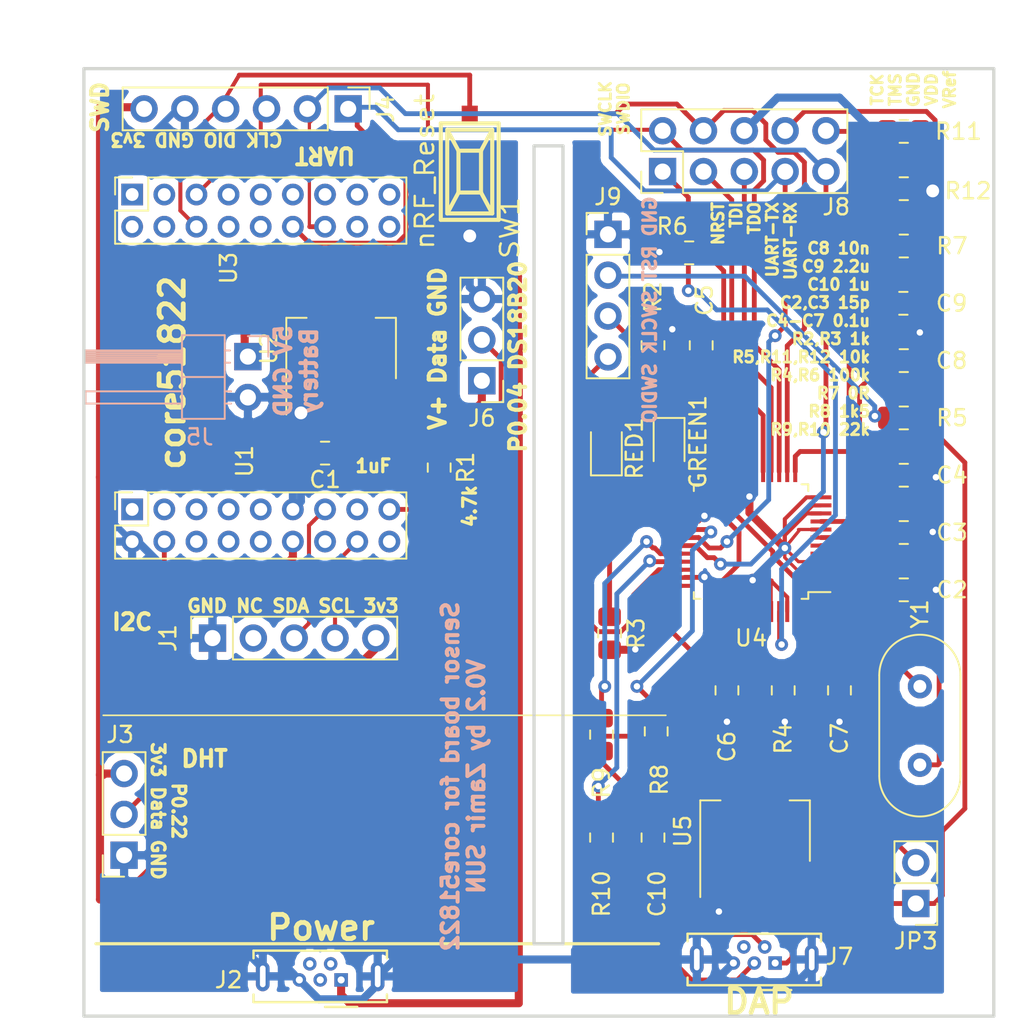
<source format=kicad_pcb>
(kicad_pcb (version 20171130) (host pcbnew 5.0.2-5.fc29)

  (general
    (thickness 1.6)
    (drawings 31)
    (tracks 525)
    (zones 0)
    (modules 41)
    (nets 69)
  )

  (page A4)
  (layers
    (0 F.Cu signal)
    (31 B.Cu signal)
    (32 B.Adhes user)
    (33 F.Adhes user)
    (34 B.Paste user)
    (35 F.Paste user)
    (36 B.SilkS user)
    (37 F.SilkS user)
    (38 B.Mask user)
    (39 F.Mask user)
    (40 Dwgs.User user)
    (41 Cmts.User user)
    (42 Eco1.User user)
    (43 Eco2.User user)
    (44 Edge.Cuts user)
    (45 Margin user)
    (46 B.CrtYd user)
    (47 F.CrtYd user)
    (48 B.Fab user)
    (49 F.Fab user)
  )

  (setup
    (last_trace_width 0.3)
    (trace_clearance 0.2)
    (zone_clearance 0.508)
    (zone_45_only no)
    (trace_min 0.2)
    (segment_width 0.2)
    (edge_width 0.2)
    (via_size 0.8)
    (via_drill 0.4)
    (via_min_size 0.4)
    (via_min_drill 0.3)
    (uvia_size 0.3)
    (uvia_drill 0.1)
    (uvias_allowed no)
    (uvia_min_size 0.2)
    (uvia_min_drill 0.1)
    (pcb_text_width 0.3)
    (pcb_text_size 1.5 1.5)
    (mod_edge_width 0.15)
    (mod_text_size 1 1)
    (mod_text_width 0.15)
    (pad_size 1.6 1.6)
    (pad_drill 1)
    (pad_to_mask_clearance 0.051)
    (solder_mask_min_width 0.25)
    (aux_axis_origin 0 0)
    (visible_elements FFFDFF7F)
    (pcbplotparams
      (layerselection 0x010f0_ffffffff)
      (usegerberextensions false)
      (usegerberattributes false)
      (usegerberadvancedattributes false)
      (creategerberjobfile false)
      (excludeedgelayer true)
      (linewidth 0.100000)
      (plotframeref false)
      (viasonmask false)
      (mode 1)
      (useauxorigin false)
      (hpglpennumber 1)
      (hpglpenspeed 20)
      (hpglpendiameter 15.000000)
      (psnegative false)
      (psa4output false)
      (plotreference true)
      (plotvalue true)
      (plotinvisibletext false)
      (padsonsilk false)
      (subtractmaskfromsilk false)
      (outputformat 1)
      (mirror false)
      (drillshape 0)
      (scaleselection 1)
      (outputdirectory "gerber/"))
  )

  (net 0 "")
  (net 1 +3V3)
  (net 2 GND)
  (net 3 I2C_SDA)
  (net 4 I2C_SCL)
  (net 5 "Net-(J2-Pad2)")
  (net 6 "Net-(J2-Pad3)")
  (net 7 DHT_OUT)
  (net 8 DS_OUT)
  (net 9 "Net-(U1-Pad3)")
  (net 10 "Net-(U1-Pad5)")
  (net 11 "Net-(U1-Pad6)")
  (net 12 "Net-(U1-Pad7)")
  (net 13 "Net-(U1-Pad8)")
  (net 14 "Net-(U1-Pad9)")
  (net 15 "Net-(U1-Pad10)")
  (net 16 "Net-(U3-Pad18)")
  (net 17 "Net-(U3-Pad17)")
  (net 18 "Net-(U3-Pad15)")
  (net 19 "Net-(U3-Pad13)")
  (net 20 "Net-(U3-Pad11)")
  (net 21 "Net-(U3-Pad10)")
  (net 22 "Net-(U3-Pad9)")
  (net 23 "Net-(U3-Pad8)")
  (net 24 "Net-(U3-Pad7)")
  (net 25 "Net-(U3-Pad4)")
  (net 26 "Net-(U3-Pad3)")
  (net 27 "Net-(U3-Pad1)")
  (net 28 "Net-(J1-Pad2)")
  (net 29 "Net-(U1-Pad1)")
  (net 30 "Net-(U1-Pad14)")
  (net 31 "Net-(U1-Pad15)")
  (net 32 "Net-(U3-Pad2)")
  (net 33 "Net-(J2-Pad4)")
  (net 34 "Net-(C2-Pad1)")
  (net 35 "Net-(C3-Pad1)")
  (net 36 RESET1-TP3)
  (net 37 VDD)
  (net 38 "Net-(C8-Pad1)")
  (net 39 "Net-(GREEN1-Pad1)")
  (net 40 "Net-(GREEN1-Pad2)")
  (net 41 USB-D-)
  (net 42 USB-D+)
  (net 43 "Net-(J7-Pad4)")
  (net 44 PB9-NRESET)
  (net 45 PA5-SWCLK-TCK)
  (net 46 PA7-TDI)
  (net 47 PA4-SWDIO-TMS)
  (net 48 PA6-SWO-TDO)
  (net 49 PA9-TX)
  (net 50 PA10-RX)
  (net 51 "Net-(J8-Pad10)")
  (net 52 "Net-(JP3-Pad2)")
  (net 53 "Net-(R3-Pad1)")
  (net 54 "Net-(R6-Pad1)")
  (net 55 "Net-(R8-Pad2)")
  (net 56 "Net-(R9-Pad2)")
  (net 57 "Net-(R10-Pad2)")
  (net 58 PA3-VREF)
  (net 59 "Net-(RED1-Pad2)")
  (net 60 PA14-SWCLK)
  (net 61 PA13-SWDIO)
  (net 62 "Net-(U4-Pad38)")
  (net 63 "Net-(U4-Pad39)")
  (net 64 "Net-(U4-Pad40)")
  (net 65 "Net-(U3-Pad16)")
  (net 66 "Net-(U1-Pad18)")
  (net 67 +5V)
  (net 68 "Net-(J7-Pad1)")

  (net_class Default "This is the default net class."
    (clearance 0.2)
    (trace_width 0.3)
    (via_dia 0.8)
    (via_drill 0.4)
    (uvia_dia 0.3)
    (uvia_drill 0.1)
    (add_net +5V)
    (add_net DHT_OUT)
    (add_net DS_OUT)
    (add_net I2C_SCL)
    (add_net I2C_SDA)
    (add_net "Net-(C2-Pad1)")
    (add_net "Net-(C3-Pad1)")
    (add_net "Net-(C8-Pad1)")
    (add_net "Net-(GREEN1-Pad1)")
    (add_net "Net-(GREEN1-Pad2)")
    (add_net "Net-(J1-Pad2)")
    (add_net "Net-(J2-Pad2)")
    (add_net "Net-(J2-Pad3)")
    (add_net "Net-(J2-Pad4)")
    (add_net "Net-(J7-Pad1)")
    (add_net "Net-(J7-Pad4)")
    (add_net "Net-(J8-Pad10)")
    (add_net "Net-(JP3-Pad2)")
    (add_net "Net-(R10-Pad2)")
    (add_net "Net-(R3-Pad1)")
    (add_net "Net-(R6-Pad1)")
    (add_net "Net-(R8-Pad2)")
    (add_net "Net-(R9-Pad2)")
    (add_net "Net-(RED1-Pad2)")
    (add_net "Net-(U1-Pad1)")
    (add_net "Net-(U1-Pad10)")
    (add_net "Net-(U1-Pad14)")
    (add_net "Net-(U1-Pad15)")
    (add_net "Net-(U1-Pad18)")
    (add_net "Net-(U1-Pad3)")
    (add_net "Net-(U1-Pad5)")
    (add_net "Net-(U1-Pad6)")
    (add_net "Net-(U1-Pad7)")
    (add_net "Net-(U1-Pad8)")
    (add_net "Net-(U1-Pad9)")
    (add_net "Net-(U3-Pad1)")
    (add_net "Net-(U3-Pad10)")
    (add_net "Net-(U3-Pad11)")
    (add_net "Net-(U3-Pad13)")
    (add_net "Net-(U3-Pad15)")
    (add_net "Net-(U3-Pad16)")
    (add_net "Net-(U3-Pad17)")
    (add_net "Net-(U3-Pad18)")
    (add_net "Net-(U3-Pad2)")
    (add_net "Net-(U3-Pad3)")
    (add_net "Net-(U3-Pad4)")
    (add_net "Net-(U3-Pad7)")
    (add_net "Net-(U3-Pad8)")
    (add_net "Net-(U3-Pad9)")
    (add_net "Net-(U4-Pad38)")
    (add_net "Net-(U4-Pad39)")
    (add_net "Net-(U4-Pad40)")
    (add_net PA10-RX)
    (add_net PA13-SWDIO)
    (add_net PA14-SWCLK)
    (add_net PA3-VREF)
    (add_net PA4-SWDIO-TMS)
    (add_net PA5-SWCLK-TCK)
    (add_net PA6-SWO-TDO)
    (add_net PA7-TDI)
    (add_net PA9-TX)
    (add_net PB9-NRESET)
    (add_net RESET1-TP3)
    (add_net USB-D+)
    (add_net USB-D-)
    (add_net VDD)
  )

  (net_class Power ""
    (clearance 0.2)
    (trace_width 0.5)
    (via_dia 0.8)
    (via_drill 0.4)
    (uvia_dia 0.3)
    (uvia_drill 0.1)
    (add_net +3V3)
    (add_net GND)
  )

  (module Connector_PinHeader_2.54mm:PinHeader_1x06_P2.54mm_Vertical (layer F.Cu) (tedit 59FED5CC) (tstamp 5C993A5B)
    (at 108.44 88.1 270)
    (descr "Through hole straight pin header, 1x06, 2.54mm pitch, single row")
    (tags "Through hole pin header THT 1x06 2.54mm single row")
    (path /5C8CE1DD)
    (fp_text reference J4 (at 0 -2.33 270) (layer F.SilkS)
      (effects (font (size 1 1) (thickness 0.15)))
    )
    (fp_text value Conn_01x06_Male (at 0 15.03 270) (layer F.Fab)
      (effects (font (size 1 1) (thickness 0.15)))
    )
    (fp_text user %R (at 0 6.35) (layer F.Fab)
      (effects (font (size 1 1) (thickness 0.15)))
    )
    (fp_line (start 1.8 -1.8) (end -1.8 -1.8) (layer F.CrtYd) (width 0.05))
    (fp_line (start 1.8 14.5) (end 1.8 -1.8) (layer F.CrtYd) (width 0.05))
    (fp_line (start -1.8 14.5) (end 1.8 14.5) (layer F.CrtYd) (width 0.05))
    (fp_line (start -1.8 -1.8) (end -1.8 14.5) (layer F.CrtYd) (width 0.05))
    (fp_line (start -1.33 -1.33) (end 0 -1.33) (layer F.SilkS) (width 0.12))
    (fp_line (start -1.33 0) (end -1.33 -1.33) (layer F.SilkS) (width 0.12))
    (fp_line (start -1.33 1.27) (end 1.33 1.27) (layer F.SilkS) (width 0.12))
    (fp_line (start 1.33 1.27) (end 1.33 14.03) (layer F.SilkS) (width 0.12))
    (fp_line (start -1.33 1.27) (end -1.33 14.03) (layer F.SilkS) (width 0.12))
    (fp_line (start -1.33 14.03) (end 1.33 14.03) (layer F.SilkS) (width 0.12))
    (fp_line (start -1.27 -0.635) (end -0.635 -1.27) (layer F.Fab) (width 0.1))
    (fp_line (start -1.27 13.97) (end -1.27 -0.635) (layer F.Fab) (width 0.1))
    (fp_line (start 1.27 13.97) (end -1.27 13.97) (layer F.Fab) (width 0.1))
    (fp_line (start 1.27 -1.27) (end 1.27 13.97) (layer F.Fab) (width 0.1))
    (fp_line (start -0.635 -1.27) (end 1.27 -1.27) (layer F.Fab) (width 0.1))
    (pad 6 thru_hole oval (at 0 12.7 270) (size 1.7 1.7) (drill 1) (layers *.Cu *.Mask)
      (net 1 +3V3))
    (pad 5 thru_hole oval (at 0 10.16 270) (size 1.7 1.7) (drill 1) (layers *.Cu *.Mask)
      (net 2 GND))
    (pad 4 thru_hole oval (at 0 7.62 270) (size 1.7 1.7) (drill 1) (layers *.Cu *.Mask)
      (net 47 PA4-SWDIO-TMS))
    (pad 3 thru_hole oval (at 0 5.08 270) (size 1.7 1.7) (drill 1) (layers *.Cu *.Mask)
      (net 45 PA5-SWCLK-TCK))
    (pad 2 thru_hole oval (at 0 2.54 270) (size 1.7 1.7) (drill 1) (layers *.Cu *.Mask)
      (net 50 PA10-RX))
    (pad 1 thru_hole rect (at 0 0 270) (size 1.7 1.7) (drill 1) (layers *.Cu *.Mask)
      (net 49 PA9-TX))
    (model ${KISYS3DMOD}/Connector_PinHeader_2.54mm.3dshapes/PinHeader_1x06_P2.54mm_Vertical.wrl
      (at (xyz 0 0 0))
      (scale (xyz 1 1 1))
      (rotate (xyz 0 0 0))
    )
  )

  (module Resistor_SMD:R_0805_2012Metric_Pad1.15x1.40mm_HandSolder (layer F.Cu) (tedit 5B36C52B) (tstamp 5C862EA5)
    (at 114.1 110.4 270)
    (descr "Resistor SMD 0805 (2012 Metric), square (rectangular) end terminal, IPC_7351 nominal with elongated pad for handsoldering. (Body size source: https://docs.google.com/spreadsheets/d/1BsfQQcO9C6DZCsRaXUlFlo91Tg2WpOkGARC1WS5S8t0/edit?usp=sharing), generated with kicad-footprint-generator")
    (tags "resistor handsolder")
    (path /5C797BCC)
    (attr smd)
    (fp_text reference R1 (at 0 -1.65 270) (layer F.SilkS)
      (effects (font (size 1 1) (thickness 0.15)))
    )
    (fp_text value 4.7k (at 0 1.65 270) (layer F.Fab)
      (effects (font (size 1 1) (thickness 0.15)))
    )
    (fp_text user %R (at 0 0 270) (layer F.Fab)
      (effects (font (size 0.5 0.5) (thickness 0.08)))
    )
    (fp_line (start 1.85 0.95) (end -1.85 0.95) (layer F.CrtYd) (width 0.05))
    (fp_line (start 1.85 -0.95) (end 1.85 0.95) (layer F.CrtYd) (width 0.05))
    (fp_line (start -1.85 -0.95) (end 1.85 -0.95) (layer F.CrtYd) (width 0.05))
    (fp_line (start -1.85 0.95) (end -1.85 -0.95) (layer F.CrtYd) (width 0.05))
    (fp_line (start -0.261252 0.71) (end 0.261252 0.71) (layer F.SilkS) (width 0.12))
    (fp_line (start -0.261252 -0.71) (end 0.261252 -0.71) (layer F.SilkS) (width 0.12))
    (fp_line (start 1 0.6) (end -1 0.6) (layer F.Fab) (width 0.1))
    (fp_line (start 1 -0.6) (end 1 0.6) (layer F.Fab) (width 0.1))
    (fp_line (start -1 -0.6) (end 1 -0.6) (layer F.Fab) (width 0.1))
    (fp_line (start -1 0.6) (end -1 -0.6) (layer F.Fab) (width 0.1))
    (pad 2 smd roundrect (at 1.025 0 270) (size 1.15 1.4) (layers F.Cu F.Paste F.Mask) (roundrect_rratio 0.217391)
      (net 8 DS_OUT))
    (pad 1 smd roundrect (at -1.025 0 270) (size 1.15 1.4) (layers F.Cu F.Paste F.Mask) (roundrect_rratio 0.217391)
      (net 1 +3V3))
    (model ${KISYS3DMOD}/Resistor_SMD.3dshapes/R_0805_2012Metric.wrl
      (at (xyz 0 0 0))
      (scale (xyz 1 1 1))
      (rotate (xyz 0 0 0))
    )
  )

  (module Connector_PinHeader_2.54mm:PinHeader_2x05_P2.54mm_Vertical (layer F.Cu) (tedit 59FED5CC) (tstamp 5C887EFA)
    (at 128 92 90)
    (descr "Through hole straight pin header, 2x05, 2.54mm pitch, double rows")
    (tags "Through hole pin header THT 2x05 2.54mm double row")
    (path /5C7BBB66)
    (fp_text reference J8 (at -2.2 10.8 180) (layer F.SilkS)
      (effects (font (size 1 1) (thickness 0.15)))
    )
    (fp_text value Conn_02x05_Odd_Even (at 1.27 12.49 90) (layer F.Fab)
      (effects (font (size 1 1) (thickness 0.15)))
    )
    (fp_line (start 0 -1.27) (end 3.81 -1.27) (layer F.Fab) (width 0.1))
    (fp_line (start 3.81 -1.27) (end 3.81 11.43) (layer F.Fab) (width 0.1))
    (fp_line (start 3.81 11.43) (end -1.27 11.43) (layer F.Fab) (width 0.1))
    (fp_line (start -1.27 11.43) (end -1.27 0) (layer F.Fab) (width 0.1))
    (fp_line (start -1.27 0) (end 0 -1.27) (layer F.Fab) (width 0.1))
    (fp_line (start -1.33 11.49) (end 3.87 11.49) (layer F.SilkS) (width 0.12))
    (fp_line (start -1.33 1.27) (end -1.33 11.49) (layer F.SilkS) (width 0.12))
    (fp_line (start 3.87 -1.33) (end 3.87 11.49) (layer F.SilkS) (width 0.12))
    (fp_line (start -1.33 1.27) (end 1.27 1.27) (layer F.SilkS) (width 0.12))
    (fp_line (start 1.27 1.27) (end 1.27 -1.33) (layer F.SilkS) (width 0.12))
    (fp_line (start 1.27 -1.33) (end 3.87 -1.33) (layer F.SilkS) (width 0.12))
    (fp_line (start -1.33 0) (end -1.33 -1.33) (layer F.SilkS) (width 0.12))
    (fp_line (start -1.33 -1.33) (end 0 -1.33) (layer F.SilkS) (width 0.12))
    (fp_line (start -1.8 -1.8) (end -1.8 11.95) (layer F.CrtYd) (width 0.05))
    (fp_line (start -1.8 11.95) (end 4.35 11.95) (layer F.CrtYd) (width 0.05))
    (fp_line (start 4.35 11.95) (end 4.35 -1.8) (layer F.CrtYd) (width 0.05))
    (fp_line (start 4.35 -1.8) (end -1.8 -1.8) (layer F.CrtYd) (width 0.05))
    (fp_text user %R (at 1.27 5.08 180) (layer F.Fab)
      (effects (font (size 1 1) (thickness 0.15)))
    )
    (pad 1 thru_hole rect (at 0 0 90) (size 1.7 1.7) (drill 1) (layers *.Cu *.Mask)
      (net 44 PB9-NRESET))
    (pad 2 thru_hole oval (at 2.54 0 90) (size 1.7 1.7) (drill 1) (layers *.Cu *.Mask)
      (net 45 PA5-SWCLK-TCK))
    (pad 3 thru_hole oval (at 0 2.54 90) (size 1.7 1.7) (drill 1) (layers *.Cu *.Mask)
      (net 46 PA7-TDI))
    (pad 4 thru_hole oval (at 2.54 2.54 90) (size 1.7 1.7) (drill 1) (layers *.Cu *.Mask)
      (net 47 PA4-SWDIO-TMS))
    (pad 5 thru_hole oval (at 0 5.08 90) (size 1.7 1.7) (drill 1) (layers *.Cu *.Mask)
      (net 48 PA6-SWO-TDO))
    (pad 6 thru_hole oval (at 2.54 5.08 90) (size 1.7 1.7) (drill 1) (layers *.Cu *.Mask)
      (net 2 GND))
    (pad 7 thru_hole oval (at 0 7.62 90) (size 1.7 1.7) (drill 1) (layers *.Cu *.Mask)
      (net 49 PA9-TX))
    (pad 8 thru_hole oval (at 2.54 7.62 90) (size 1.7 1.7) (drill 1) (layers *.Cu *.Mask)
      (net 37 VDD))
    (pad 9 thru_hole oval (at 0 10.16 90) (size 1.7 1.7) (drill 1) (layers *.Cu *.Mask)
      (net 50 PA10-RX))
    (pad 10 thru_hole oval (at 2.54 10.16 90) (size 1.7 1.7) (drill 1) (layers *.Cu *.Mask)
      (net 51 "Net-(J8-Pad10)"))
    (model ${KISYS3DMOD}/Connector_PinHeader_2.54mm.3dshapes/PinHeader_2x05_P2.54mm_Vertical.wrl
      (at (xyz 0 0 0))
      (scale (xyz 1 1 1))
      (rotate (xyz 0 0 0))
    )
  )

  (module Capacitor_SMD:C_0805_2012Metric_Pad1.15x1.40mm_HandSolder (layer F.Cu) (tedit 5B36C52B) (tstamp 5C93582A)
    (at 127.4 133.4 270)
    (descr "Capacitor SMD 0805 (2012 Metric), square (rectangular) end terminal, IPC_7351 nominal with elongated pad for handsoldering. (Body size source: https://docs.google.com/spreadsheets/d/1BsfQQcO9C6DZCsRaXUlFlo91Tg2WpOkGARC1WS5S8t0/edit?usp=sharing), generated with kicad-footprint-generator")
    (tags "capacitor handsolder")
    (path /5C80D1F4)
    (attr smd)
    (fp_text reference C10 (at 3.5 -0.25 270) (layer F.SilkS)
      (effects (font (size 1 1) (thickness 0.15)))
    )
    (fp_text value 1uF (at 0 1.65 270) (layer F.Fab)
      (effects (font (size 1 1) (thickness 0.15)))
    )
    (fp_text user %R (at 0 0 270) (layer F.Fab)
      (effects (font (size 0.5 0.5) (thickness 0.08)))
    )
    (fp_line (start 1.85 0.95) (end -1.85 0.95) (layer F.CrtYd) (width 0.05))
    (fp_line (start 1.85 -0.95) (end 1.85 0.95) (layer F.CrtYd) (width 0.05))
    (fp_line (start -1.85 -0.95) (end 1.85 -0.95) (layer F.CrtYd) (width 0.05))
    (fp_line (start -1.85 0.95) (end -1.85 -0.95) (layer F.CrtYd) (width 0.05))
    (fp_line (start -0.261252 0.71) (end 0.261252 0.71) (layer F.SilkS) (width 0.12))
    (fp_line (start -0.261252 -0.71) (end 0.261252 -0.71) (layer F.SilkS) (width 0.12))
    (fp_line (start 1 0.6) (end -1 0.6) (layer F.Fab) (width 0.1))
    (fp_line (start 1 -0.6) (end 1 0.6) (layer F.Fab) (width 0.1))
    (fp_line (start -1 -0.6) (end 1 -0.6) (layer F.Fab) (width 0.1))
    (fp_line (start -1 0.6) (end -1 -0.6) (layer F.Fab) (width 0.1))
    (pad 2 smd roundrect (at 1.025 0 270) (size 1.15 1.4) (layers F.Cu F.Paste F.Mask) (roundrect_rratio 0.217391)
      (net 2 GND))
    (pad 1 smd roundrect (at -1.025 0 270) (size 1.15 1.4) (layers F.Cu F.Paste F.Mask) (roundrect_rratio 0.217391)
      (net 37 VDD))
    (model ${KISYS3DMOD}/Capacitor_SMD.3dshapes/C_0805_2012Metric.wrl
      (at (xyz 0 0 0))
      (scale (xyz 1 1 1))
      (rotate (xyz 0 0 0))
    )
  )

  (module Capacitor_SMD:C_0805_2012Metric_Pad1.15x1.40mm_HandSolder (layer F.Cu) (tedit 5B36C52B) (tstamp 5C862DE0)
    (at 107 109.5 180)
    (descr "Capacitor SMD 0805 (2012 Metric), square (rectangular) end terminal, IPC_7351 nominal with elongated pad for handsoldering. (Body size source: https://docs.google.com/spreadsheets/d/1BsfQQcO9C6DZCsRaXUlFlo91Tg2WpOkGARC1WS5S8t0/edit?usp=sharing), generated with kicad-footprint-generator")
    (tags "capacitor handsolder")
    (path /5C797A67)
    (attr smd)
    (fp_text reference C1 (at 0 -1.65 180) (layer F.SilkS)
      (effects (font (size 1 1) (thickness 0.15)))
    )
    (fp_text value 1uF (at 0 1.65 180) (layer F.Fab)
      (effects (font (size 1 1) (thickness 0.15)))
    )
    (fp_text user %R (at 0 0 180) (layer F.Fab)
      (effects (font (size 0.5 0.5) (thickness 0.08)))
    )
    (fp_line (start 1.85 0.95) (end -1.85 0.95) (layer F.CrtYd) (width 0.05))
    (fp_line (start 1.85 -0.95) (end 1.85 0.95) (layer F.CrtYd) (width 0.05))
    (fp_line (start -1.85 -0.95) (end 1.85 -0.95) (layer F.CrtYd) (width 0.05))
    (fp_line (start -1.85 0.95) (end -1.85 -0.95) (layer F.CrtYd) (width 0.05))
    (fp_line (start -0.261252 0.71) (end 0.261252 0.71) (layer F.SilkS) (width 0.12))
    (fp_line (start -0.261252 -0.71) (end 0.261252 -0.71) (layer F.SilkS) (width 0.12))
    (fp_line (start 1 0.6) (end -1 0.6) (layer F.Fab) (width 0.1))
    (fp_line (start 1 -0.6) (end 1 0.6) (layer F.Fab) (width 0.1))
    (fp_line (start -1 -0.6) (end 1 -0.6) (layer F.Fab) (width 0.1))
    (fp_line (start -1 0.6) (end -1 -0.6) (layer F.Fab) (width 0.1))
    (pad 2 smd roundrect (at 1.025 0 180) (size 1.15 1.4) (layers F.Cu F.Paste F.Mask) (roundrect_rratio 0.217391)
      (net 2 GND))
    (pad 1 smd roundrect (at -1.025 0 180) (size 1.15 1.4) (layers F.Cu F.Paste F.Mask) (roundrect_rratio 0.217391)
      (net 1 +3V3))
    (model ${KISYS3DMOD}/Capacitor_SMD.3dshapes/C_0805_2012Metric.wrl
      (at (xyz 0 0 0))
      (scale (xyz 1 1 1))
      (rotate (xyz 0 0 0))
    )
  )

  (module Connector_USB:USB_Micro-B_Wuerth_614105150721_Vertical (layer F.Cu) (tedit 5A142044) (tstamp 5C862E15)
    (at 108 142.25 180)
    (descr "USB Micro-B receptacle, through-hole, vertical, http://katalog.we-online.de/em/datasheet/614105150721.pdf")
    (tags "usb micro receptacle vertical")
    (path /5C7A7050)
    (fp_text reference J2 (at 7 0 180) (layer F.SilkS)
      (effects (font (size 1 1) (thickness 0.15)))
    )
    (fp_text value USB_B_Micro (at 1.3 2.92 180) (layer F.Fab)
      (effects (font (size 1 1) (thickness 0.15)))
    )
    (fp_text user %R (at 1.3 0.22 180) (layer F.Fab)
      (effects (font (size 1 1) (thickness 0.15)))
    )
    (fp_line (start 5.8 -1.73) (end -3.2 -1.73) (layer F.CrtYd) (width 0.05))
    (fp_line (start 5.8 2.17) (end 5.8 -1.73) (layer F.CrtYd) (width 0.05))
    (fp_line (start -3.2 2.17) (end 5.8 2.17) (layer F.CrtYd) (width 0.05))
    (fp_line (start -3.2 -1.73) (end -3.2 2.17) (layer F.CrtYd) (width 0.05))
    (fp_line (start -1 -1.68) (end 1 -1.68) (layer F.SilkS) (width 0.15))
    (fp_line (start 5.45 1.82) (end 5.45 1.345) (layer F.SilkS) (width 0.15))
    (fp_line (start -2.85 1.82) (end 5.45 1.82) (layer F.SilkS) (width 0.15))
    (fp_line (start -2.85 1.345) (end -2.85 1.82) (layer F.SilkS) (width 0.15))
    (fp_line (start 5.45 -1.38) (end 5.45 -0.905) (layer F.SilkS) (width 0.15))
    (fp_line (start -2.85 -1.38) (end 5.45 -1.38) (layer F.SilkS) (width 0.15))
    (fp_line (start -2.85 -0.905) (end -2.85 -1.38) (layer F.SilkS) (width 0.15))
    (fp_line (start -2.7 1.67) (end -2.7 -1.23) (layer F.Fab) (width 0.15))
    (fp_line (start 5.3 1.67) (end -2.7 1.67) (layer F.Fab) (width 0.15))
    (fp_line (start 5.3 -1.23) (end 5.3 1.67) (layer F.Fab) (width 0.15))
    (fp_line (start 1 -1.23) (end 5.3 -1.23) (layer F.Fab) (width 0.15))
    (fp_line (start 0 -0.23) (end 1 -1.23) (layer F.Fab) (width 0.15))
    (fp_line (start -1 -1.23) (end 0 -0.23) (layer F.Fab) (width 0.15))
    (fp_line (start -2.7 -1.23) (end -1 -1.23) (layer F.Fab) (width 0.15))
    (pad 6 thru_hole oval (at 4.875 0.22 180) (size 0.85 1.85) (drill oval 0.35 1.35) (layers *.Cu *.Mask)
      (net 2 GND))
    (pad 6 thru_hole oval (at -2.275 0.22 180) (size 0.85 1.85) (drill oval 0.35 1.35) (layers *.Cu *.Mask)
      (net 2 GND))
    (pad 5 thru_hole circle (at 2.6 0 180) (size 0.84 0.84) (drill 0.44) (layers *.Cu *.Mask)
      (net 2 GND))
    (pad 4 thru_hole circle (at 1.95 1 180) (size 0.84 0.84) (drill 0.44) (layers *.Cu *.Mask)
      (net 33 "Net-(J2-Pad4)"))
    (pad 3 thru_hole circle (at 1.3 0 180) (size 0.84 0.84) (drill 0.44) (layers *.Cu *.Mask)
      (net 6 "Net-(J2-Pad3)"))
    (pad 2 thru_hole circle (at 0.65 1 180) (size 0.84 0.84) (drill 0.44) (layers *.Cu *.Mask)
      (net 5 "Net-(J2-Pad2)"))
    (pad 1 thru_hole rect (at 0 0 180) (size 0.84 0.84) (drill 0.44) (layers *.Cu *.Mask)
      (net 67 +5V))
    (model ${KISYS3DMOD}/Connector_USB.3dshapes/USB_Micro-B_Wuerth_614105150721_Vertical.wrl
      (at (xyz 0 0 0))
      (scale (xyz 1 1 1))
      (rotate (xyz 0 0 0))
    )
  )

  (module Connector_PinHeader_2.54mm:PinHeader_1x03_P2.54mm_Vertical (layer F.Cu) (tedit 59FED5CC) (tstamp 5C936740)
    (at 116.75286 105 180)
    (descr "Through hole straight pin header, 1x03, 2.54mm pitch, single row")
    (tags "Through hole pin header THT 1x03 2.54mm single row")
    (path /5C7A7CEB)
    (fp_text reference J6 (at 0 -2.33 180) (layer F.SilkS)
      (effects (font (size 1 1) (thickness 0.15)))
    )
    (fp_text value Conn_01x03_Male (at 0 7.41 180) (layer F.Fab)
      (effects (font (size 1 1) (thickness 0.15)))
    )
    (fp_text user %R (at 0 2.54 270) (layer F.Fab)
      (effects (font (size 1 1) (thickness 0.15)))
    )
    (fp_line (start 1.8 -1.8) (end -1.8 -1.8) (layer F.CrtYd) (width 0.05))
    (fp_line (start 1.8 6.85) (end 1.8 -1.8) (layer F.CrtYd) (width 0.05))
    (fp_line (start -1.8 6.85) (end 1.8 6.85) (layer F.CrtYd) (width 0.05))
    (fp_line (start -1.8 -1.8) (end -1.8 6.85) (layer F.CrtYd) (width 0.05))
    (fp_line (start -1.33 -1.33) (end 0 -1.33) (layer F.SilkS) (width 0.12))
    (fp_line (start -1.33 0) (end -1.33 -1.33) (layer F.SilkS) (width 0.12))
    (fp_line (start -1.33 1.27) (end 1.33 1.27) (layer F.SilkS) (width 0.12))
    (fp_line (start 1.33 1.27) (end 1.33 6.41) (layer F.SilkS) (width 0.12))
    (fp_line (start -1.33 1.27) (end -1.33 6.41) (layer F.SilkS) (width 0.12))
    (fp_line (start -1.33 6.41) (end 1.33 6.41) (layer F.SilkS) (width 0.12))
    (fp_line (start -1.27 -0.635) (end -0.635 -1.27) (layer F.Fab) (width 0.1))
    (fp_line (start -1.27 6.35) (end -1.27 -0.635) (layer F.Fab) (width 0.1))
    (fp_line (start 1.27 6.35) (end -1.27 6.35) (layer F.Fab) (width 0.1))
    (fp_line (start 1.27 -1.27) (end 1.27 6.35) (layer F.Fab) (width 0.1))
    (fp_line (start -0.635 -1.27) (end 1.27 -1.27) (layer F.Fab) (width 0.1))
    (pad 3 thru_hole oval (at 0 5.08 180) (size 1.7 1.7) (drill 1) (layers *.Cu *.Mask)
      (net 2 GND))
    (pad 2 thru_hole oval (at 0 2.54 180) (size 1.7 1.7) (drill 1) (layers *.Cu *.Mask)
      (net 8 DS_OUT))
    (pad 1 thru_hole rect (at 0 0 180) (size 1.7 1.7) (drill 1) (layers *.Cu *.Mask)
      (net 1 +3V3))
    (model ${KISYS3DMOD}/Connector_PinHeader_2.54mm.3dshapes/PinHeader_1x03_P2.54mm_Vertical.wrl
      (at (xyz 0 0 0))
      (scale (xyz 1 1 1))
      (rotate (xyz 0 0 0))
    )
  )

  (module Connector_PinSocket_2.54mm:PinSocket_1x05_P2.54mm_Vertical (layer F.Cu) (tedit 5A19A420) (tstamp 5C862DF8)
    (at 100 121 90)
    (descr "Through hole straight socket strip, 1x05, 2.54mm pitch, single row (from Kicad 4.0.7), script generated")
    (tags "Through hole socket strip THT 1x05 2.54mm single row")
    (path /5C79CDE6)
    (fp_text reference J1 (at 0 -2.77 90) (layer F.SilkS)
      (effects (font (size 1 1) (thickness 0.15)))
    )
    (fp_text value Conn_01x05_Female (at 0 12.93 90) (layer F.Fab)
      (effects (font (size 1 1) (thickness 0.15)))
    )
    (fp_text user %R (at 0 5.08 180) (layer F.Fab)
      (effects (font (size 1 1) (thickness 0.15)))
    )
    (fp_line (start -1.8 11.9) (end -1.8 -1.8) (layer F.CrtYd) (width 0.05))
    (fp_line (start 1.75 11.9) (end -1.8 11.9) (layer F.CrtYd) (width 0.05))
    (fp_line (start 1.75 -1.8) (end 1.75 11.9) (layer F.CrtYd) (width 0.05))
    (fp_line (start -1.8 -1.8) (end 1.75 -1.8) (layer F.CrtYd) (width 0.05))
    (fp_line (start 0 -1.33) (end 1.33 -1.33) (layer F.SilkS) (width 0.12))
    (fp_line (start 1.33 -1.33) (end 1.33 0) (layer F.SilkS) (width 0.12))
    (fp_line (start 1.33 1.27) (end 1.33 11.49) (layer F.SilkS) (width 0.12))
    (fp_line (start -1.33 11.49) (end 1.33 11.49) (layer F.SilkS) (width 0.12))
    (fp_line (start -1.33 1.27) (end -1.33 11.49) (layer F.SilkS) (width 0.12))
    (fp_line (start -1.33 1.27) (end 1.33 1.27) (layer F.SilkS) (width 0.12))
    (fp_line (start -1.27 11.43) (end -1.27 -1.27) (layer F.Fab) (width 0.1))
    (fp_line (start 1.27 11.43) (end -1.27 11.43) (layer F.Fab) (width 0.1))
    (fp_line (start 1.27 -0.635) (end 1.27 11.43) (layer F.Fab) (width 0.1))
    (fp_line (start 0.635 -1.27) (end 1.27 -0.635) (layer F.Fab) (width 0.1))
    (fp_line (start -1.27 -1.27) (end 0.635 -1.27) (layer F.Fab) (width 0.1))
    (pad 5 thru_hole oval (at 0 10.16 90) (size 1.7 1.7) (drill 1) (layers *.Cu *.Mask)
      (net 1 +3V3))
    (pad 4 thru_hole oval (at 0 7.62 90) (size 1.7 1.7) (drill 1) (layers *.Cu *.Mask)
      (net 4 I2C_SCL))
    (pad 3 thru_hole oval (at 0 5.08 90) (size 1.7 1.7) (drill 1) (layers *.Cu *.Mask)
      (net 3 I2C_SDA))
    (pad 2 thru_hole oval (at 0 2.54 90) (size 1.7 1.7) (drill 1) (layers *.Cu *.Mask)
      (net 28 "Net-(J1-Pad2)"))
    (pad 1 thru_hole rect (at 0 0 90) (size 1.7 1.7) (drill 1) (layers *.Cu *.Mask)
      (net 2 GND))
    (model ${KISYS3DMOD}/Connector_PinSocket_2.54mm.3dshapes/PinSocket_1x05_P2.54mm_Vertical.wrl
      (at (xyz 0 0 0))
      (scale (xyz 1 1 1))
      (rotate (xyz 0 0 0))
    )
  )

  (module Connector_PinSocket_2.54mm:PinSocket_1x03_P2.54mm_Vertical (layer F.Cu) (tedit 5A19A429) (tstamp 5C862E2C)
    (at 94.5 134.5 180)
    (descr "Through hole straight socket strip, 1x03, 2.54mm pitch, single row (from Kicad 4.0.7), script generated")
    (tags "Through hole socket strip THT 1x03 2.54mm single row")
    (path /5C796BBC)
    (fp_text reference J3 (at 0.25 7.5 180) (layer F.SilkS)
      (effects (font (size 1 1) (thickness 0.15)))
    )
    (fp_text value Conn_01x03_Female (at 0 7.85 180) (layer F.Fab)
      (effects (font (size 1 1) (thickness 0.15)))
    )
    (fp_line (start -1.27 -1.27) (end 0.635 -1.27) (layer F.Fab) (width 0.1))
    (fp_line (start 0.635 -1.27) (end 1.27 -0.635) (layer F.Fab) (width 0.1))
    (fp_line (start 1.27 -0.635) (end 1.27 6.35) (layer F.Fab) (width 0.1))
    (fp_line (start 1.27 6.35) (end -1.27 6.35) (layer F.Fab) (width 0.1))
    (fp_line (start -1.27 6.35) (end -1.27 -1.27) (layer F.Fab) (width 0.1))
    (fp_line (start -1.33 1.27) (end 1.33 1.27) (layer F.SilkS) (width 0.12))
    (fp_line (start -1.33 1.27) (end -1.33 6.41) (layer F.SilkS) (width 0.12))
    (fp_line (start -1.33 6.41) (end 1.33 6.41) (layer F.SilkS) (width 0.12))
    (fp_line (start 1.33 1.27) (end 1.33 6.41) (layer F.SilkS) (width 0.12))
    (fp_line (start 1.33 -1.33) (end 1.33 0) (layer F.SilkS) (width 0.12))
    (fp_line (start 0 -1.33) (end 1.33 -1.33) (layer F.SilkS) (width 0.12))
    (fp_line (start -1.8 -1.8) (end 1.75 -1.8) (layer F.CrtYd) (width 0.05))
    (fp_line (start 1.75 -1.8) (end 1.75 6.85) (layer F.CrtYd) (width 0.05))
    (fp_line (start 1.75 6.85) (end -1.8 6.85) (layer F.CrtYd) (width 0.05))
    (fp_line (start -1.8 6.85) (end -1.8 -1.8) (layer F.CrtYd) (width 0.05))
    (fp_text user %R (at 0 2.54 270) (layer F.Fab)
      (effects (font (size 1 1) (thickness 0.15)))
    )
    (pad 1 thru_hole rect (at 0 0 180) (size 1.7 1.7) (drill 1) (layers *.Cu *.Mask)
      (net 2 GND))
    (pad 2 thru_hole oval (at 0 2.54 180) (size 1.7 1.7) (drill 1) (layers *.Cu *.Mask)
      (net 7 DHT_OUT))
    (pad 3 thru_hole oval (at 0 5.08 180) (size 1.7 1.7) (drill 1) (layers *.Cu *.Mask)
      (net 1 +3V3))
    (model ${KISYS3DMOD}/Connector_PinSocket_2.54mm.3dshapes/PinSocket_1x03_P2.54mm_Vertical.wrl
      (at (xyz 0 0 0))
      (scale (xyz 1 1 1))
      (rotate (xyz 0 0 0))
    )
  )

  (module Connector_PinHeader_2.54mm:PinHeader_1x02_P2.54mm_Horizontal (layer B.Cu) (tedit 59FED5CB) (tstamp 5C862E77)
    (at 102.2 103.5 180)
    (descr "Through hole angled pin header, 1x02, 2.54mm pitch, 6mm pin length, single row")
    (tags "Through hole angled pin header THT 1x02 2.54mm single row")
    (path /5C799E3B)
    (fp_text reference J5 (at 3 -5 180) (layer B.SilkS)
      (effects (font (size 1 1) (thickness 0.15)) (justify mirror))
    )
    (fp_text value Conn_01x02_Male (at 4.385 -4.81 180) (layer B.Fab)
      (effects (font (size 1 1) (thickness 0.15)) (justify mirror))
    )
    (fp_line (start 2.135 1.27) (end 4.04 1.27) (layer B.Fab) (width 0.1))
    (fp_line (start 4.04 1.27) (end 4.04 -3.81) (layer B.Fab) (width 0.1))
    (fp_line (start 4.04 -3.81) (end 1.5 -3.81) (layer B.Fab) (width 0.1))
    (fp_line (start 1.5 -3.81) (end 1.5 0.635) (layer B.Fab) (width 0.1))
    (fp_line (start 1.5 0.635) (end 2.135 1.27) (layer B.Fab) (width 0.1))
    (fp_line (start -0.32 0.32) (end 1.5 0.32) (layer B.Fab) (width 0.1))
    (fp_line (start -0.32 0.32) (end -0.32 -0.32) (layer B.Fab) (width 0.1))
    (fp_line (start -0.32 -0.32) (end 1.5 -0.32) (layer B.Fab) (width 0.1))
    (fp_line (start 4.04 0.32) (end 10.04 0.32) (layer B.Fab) (width 0.1))
    (fp_line (start 10.04 0.32) (end 10.04 -0.32) (layer B.Fab) (width 0.1))
    (fp_line (start 4.04 -0.32) (end 10.04 -0.32) (layer B.Fab) (width 0.1))
    (fp_line (start -0.32 -2.22) (end 1.5 -2.22) (layer B.Fab) (width 0.1))
    (fp_line (start -0.32 -2.22) (end -0.32 -2.86) (layer B.Fab) (width 0.1))
    (fp_line (start -0.32 -2.86) (end 1.5 -2.86) (layer B.Fab) (width 0.1))
    (fp_line (start 4.04 -2.22) (end 10.04 -2.22) (layer B.Fab) (width 0.1))
    (fp_line (start 10.04 -2.22) (end 10.04 -2.86) (layer B.Fab) (width 0.1))
    (fp_line (start 4.04 -2.86) (end 10.04 -2.86) (layer B.Fab) (width 0.1))
    (fp_line (start 1.44 1.33) (end 1.44 -3.87) (layer B.SilkS) (width 0.12))
    (fp_line (start 1.44 -3.87) (end 4.1 -3.87) (layer B.SilkS) (width 0.12))
    (fp_line (start 4.1 -3.87) (end 4.1 1.33) (layer B.SilkS) (width 0.12))
    (fp_line (start 4.1 1.33) (end 1.44 1.33) (layer B.SilkS) (width 0.12))
    (fp_line (start 4.1 0.38) (end 10.1 0.38) (layer B.SilkS) (width 0.12))
    (fp_line (start 10.1 0.38) (end 10.1 -0.38) (layer B.SilkS) (width 0.12))
    (fp_line (start 10.1 -0.38) (end 4.1 -0.38) (layer B.SilkS) (width 0.12))
    (fp_line (start 4.1 0.32) (end 10.1 0.32) (layer B.SilkS) (width 0.12))
    (fp_line (start 4.1 0.2) (end 10.1 0.2) (layer B.SilkS) (width 0.12))
    (fp_line (start 4.1 0.08) (end 10.1 0.08) (layer B.SilkS) (width 0.12))
    (fp_line (start 4.1 -0.04) (end 10.1 -0.04) (layer B.SilkS) (width 0.12))
    (fp_line (start 4.1 -0.16) (end 10.1 -0.16) (layer B.SilkS) (width 0.12))
    (fp_line (start 4.1 -0.28) (end 10.1 -0.28) (layer B.SilkS) (width 0.12))
    (fp_line (start 1.11 0.38) (end 1.44 0.38) (layer B.SilkS) (width 0.12))
    (fp_line (start 1.11 -0.38) (end 1.44 -0.38) (layer B.SilkS) (width 0.12))
    (fp_line (start 1.44 -1.27) (end 4.1 -1.27) (layer B.SilkS) (width 0.12))
    (fp_line (start 4.1 -2.16) (end 10.1 -2.16) (layer B.SilkS) (width 0.12))
    (fp_line (start 10.1 -2.16) (end 10.1 -2.92) (layer B.SilkS) (width 0.12))
    (fp_line (start 10.1 -2.92) (end 4.1 -2.92) (layer B.SilkS) (width 0.12))
    (fp_line (start 1.042929 -2.16) (end 1.44 -2.16) (layer B.SilkS) (width 0.12))
    (fp_line (start 1.042929 -2.92) (end 1.44 -2.92) (layer B.SilkS) (width 0.12))
    (fp_line (start -1.27 0) (end -1.27 1.27) (layer B.SilkS) (width 0.12))
    (fp_line (start -1.27 1.27) (end 0 1.27) (layer B.SilkS) (width 0.12))
    (fp_line (start -1.8 1.8) (end -1.8 -4.35) (layer B.CrtYd) (width 0.05))
    (fp_line (start -1.8 -4.35) (end 10.55 -4.35) (layer B.CrtYd) (width 0.05))
    (fp_line (start 10.55 -4.35) (end 10.55 1.8) (layer B.CrtYd) (width 0.05))
    (fp_line (start 10.55 1.8) (end -1.8 1.8) (layer B.CrtYd) (width 0.05))
    (fp_text user %R (at 2.77 -1.27 90) (layer B.Fab)
      (effects (font (size 1 1) (thickness 0.15)) (justify mirror))
    )
    (pad 1 thru_hole rect (at 0 0 180) (size 1.7 1.7) (drill 1) (layers *.Cu *.Mask)
      (net 67 +5V))
    (pad 2 thru_hole oval (at 0 -2.54 180) (size 1.7 1.7) (drill 1) (layers *.Cu *.Mask)
      (net 2 GND))
    (model ${KISYS3DMOD}/Connector_PinHeader_2.54mm.3dshapes/PinHeader_1x02_P2.54mm_Horizontal.wrl
      (at (xyz 0 0 0))
      (scale (xyz 1 1 1))
      (rotate (xyz 0 0 0))
    )
  )

  (module Connector_PinSocket_2.00mm:PinSocket_2x09_P2.00mm_Vertical (layer F.Cu) (tedit 5A19A431) (tstamp 5C862ECD)
    (at 95 113 90)
    (descr "Through hole straight socket strip, 2x09, 2.00mm pitch, double cols (from Kicad 4.0.7), script generated")
    (tags "Through hole socket strip THT 2x09 2.00mm double row")
    (path /5C79E89A)
    (fp_text reference U1 (at 3 7 90) (layer F.SilkS)
      (effects (font (size 1 1) (thickness 0.15)))
    )
    (fp_text value Waveshare_Core51822_P2 (at -5 8 180) (layer F.Fab)
      (effects (font (size 1 1) (thickness 0.15)))
    )
    (fp_line (start -3 -1) (end 0 -1) (layer F.Fab) (width 0.1))
    (fp_line (start 0 -1) (end 1 0) (layer F.Fab) (width 0.1))
    (fp_line (start 1 0) (end 1 17) (layer F.Fab) (width 0.1))
    (fp_line (start 1 17) (end -3 17) (layer F.Fab) (width 0.1))
    (fp_line (start -3 17) (end -3 -1) (layer F.Fab) (width 0.1))
    (fp_line (start -3.06 -1.06) (end -1 -1.06) (layer F.SilkS) (width 0.12))
    (fp_line (start -3.06 -1.06) (end -3.06 17.06) (layer F.SilkS) (width 0.12))
    (fp_line (start -3.06 17.06) (end 1.06 17.06) (layer F.SilkS) (width 0.12))
    (fp_line (start 1.06 1) (end 1.06 17.06) (layer F.SilkS) (width 0.12))
    (fp_line (start -1 1) (end 1.06 1) (layer F.SilkS) (width 0.12))
    (fp_line (start -1 -1.06) (end -1 1) (layer F.SilkS) (width 0.12))
    (fp_line (start 1.06 -1.06) (end 1.06 0) (layer F.SilkS) (width 0.12))
    (fp_line (start 0 -1.06) (end 1.06 -1.06) (layer F.SilkS) (width 0.12))
    (fp_line (start -3.5 -1.5) (end 1.5 -1.5) (layer F.CrtYd) (width 0.05))
    (fp_line (start 1.5 -1.5) (end 1.5 17.5) (layer F.CrtYd) (width 0.05))
    (fp_line (start 1.5 17.5) (end -3.5 17.5) (layer F.CrtYd) (width 0.05))
    (fp_line (start -3.5 17.5) (end -3.5 -1.5) (layer F.CrtYd) (width 0.05))
    (fp_text user %R (at -1 8 180) (layer F.Fab)
      (effects (font (size 1 1) (thickness 0.15)))
    )
    (pad 1 thru_hole rect (at 0 0 90) (size 1.35 1.35) (drill 0.8) (layers *.Cu *.Mask)
      (net 29 "Net-(U1-Pad1)"))
    (pad 2 thru_hole oval (at -2 0 90) (size 1.35 1.35) (drill 0.8) (layers *.Cu *.Mask)
      (net 2 GND))
    (pad 3 thru_hole oval (at 0 2 90) (size 1.35 1.35) (drill 0.8) (layers *.Cu *.Mask)
      (net 9 "Net-(U1-Pad3)"))
    (pad 4 thru_hole oval (at -2 2 90) (size 1.35 1.35) (drill 0.8) (layers *.Cu *.Mask)
      (net 7 DHT_OUT))
    (pad 5 thru_hole oval (at 0 4 90) (size 1.35 1.35) (drill 0.8) (layers *.Cu *.Mask)
      (net 10 "Net-(U1-Pad5)"))
    (pad 6 thru_hole oval (at -2 4 90) (size 1.35 1.35) (drill 0.8) (layers *.Cu *.Mask)
      (net 11 "Net-(U1-Pad6)"))
    (pad 7 thru_hole oval (at 0 6 90) (size 1.35 1.35) (drill 0.8) (layers *.Cu *.Mask)
      (net 12 "Net-(U1-Pad7)"))
    (pad 8 thru_hole oval (at -2 6 90) (size 1.35 1.35) (drill 0.8) (layers *.Cu *.Mask)
      (net 13 "Net-(U1-Pad8)"))
    (pad 9 thru_hole oval (at 0 8 90) (size 1.35 1.35) (drill 0.8) (layers *.Cu *.Mask)
      (net 14 "Net-(U1-Pad9)"))
    (pad 10 thru_hole oval (at -2 8 90) (size 1.35 1.35) (drill 0.8) (layers *.Cu *.Mask)
      (net 15 "Net-(U1-Pad10)"))
    (pad 11 thru_hole oval (at 0 10 90) (size 1.35 1.35) (drill 0.8) (layers *.Cu *.Mask)
      (net 2 GND))
    (pad 12 thru_hole oval (at -2 10 90) (size 1.35 1.35) (drill 0.8) (layers *.Cu *.Mask)
      (net 1 +3V3))
    (pad 13 thru_hole oval (at 0 12 90) (size 1.35 1.35) (drill 0.8) (layers *.Cu *.Mask)
      (net 3 I2C_SDA))
    (pad 14 thru_hole oval (at -2 12 90) (size 1.35 1.35) (drill 0.8) (layers *.Cu *.Mask)
      (net 30 "Net-(U1-Pad14)"))
    (pad 15 thru_hole oval (at 0 14 90) (size 1.35 1.35) (drill 0.8) (layers *.Cu *.Mask)
      (net 31 "Net-(U1-Pad15)"))
    (pad 16 thru_hole oval (at -2 14 90) (size 1.35 1.35) (drill 0.8) (layers *.Cu *.Mask)
      (net 4 I2C_SCL))
    (pad 17 thru_hole oval (at 0 16 90) (size 1.35 1.35) (drill 0.8) (layers *.Cu *.Mask)
      (net 8 DS_OUT))
    (pad 18 thru_hole oval (at -2 16 90) (size 1.35 1.35) (drill 0.8) (layers *.Cu *.Mask)
      (net 66 "Net-(U1-Pad18)"))
    (model ${KISYS3DMOD}/Connector_PinSocket_2.00mm.3dshapes/PinSocket_2x09_P2.00mm_Vertical.wrl
      (at (xyz 0 0 0))
      (scale (xyz 1 1 1))
      (rotate (xyz 0 0 0))
    )
  )

  (module Package_TO_SOT_SMD:SOT-223-3_TabPin2 (layer F.Cu) (tedit 5A02FF57) (tstamp 5C87D5C4)
    (at 108 103 90)
    (descr "module CMS SOT223 4 pins")
    (tags "CMS SOT")
    (path /5C79789D)
    (attr smd)
    (fp_text reference U2 (at 0 -4.5 90) (layer F.SilkS)
      (effects (font (size 1 1) (thickness 0.15)))
    )
    (fp_text value AMS1117-3.3 (at 0 4.5 90) (layer F.Fab)
      (effects (font (size 1 1) (thickness 0.15)))
    )
    (fp_text user %R (at 0 0 180) (layer F.Fab)
      (effects (font (size 0.8 0.8) (thickness 0.12)))
    )
    (fp_line (start 1.91 3.41) (end 1.91 2.15) (layer F.SilkS) (width 0.12))
    (fp_line (start 1.91 -3.41) (end 1.91 -2.15) (layer F.SilkS) (width 0.12))
    (fp_line (start 4.4 -3.6) (end -4.4 -3.6) (layer F.CrtYd) (width 0.05))
    (fp_line (start 4.4 3.6) (end 4.4 -3.6) (layer F.CrtYd) (width 0.05))
    (fp_line (start -4.4 3.6) (end 4.4 3.6) (layer F.CrtYd) (width 0.05))
    (fp_line (start -4.4 -3.6) (end -4.4 3.6) (layer F.CrtYd) (width 0.05))
    (fp_line (start -1.85 -2.35) (end -0.85 -3.35) (layer F.Fab) (width 0.1))
    (fp_line (start -1.85 -2.35) (end -1.85 3.35) (layer F.Fab) (width 0.1))
    (fp_line (start -1.85 3.41) (end 1.91 3.41) (layer F.SilkS) (width 0.12))
    (fp_line (start -0.85 -3.35) (end 1.85 -3.35) (layer F.Fab) (width 0.1))
    (fp_line (start -4.1 -3.41) (end 1.91 -3.41) (layer F.SilkS) (width 0.12))
    (fp_line (start -1.85 3.35) (end 1.85 3.35) (layer F.Fab) (width 0.1))
    (fp_line (start 1.85 -3.35) (end 1.85 3.35) (layer F.Fab) (width 0.1))
    (pad 2 smd rect (at 3.15 0 90) (size 2 3.8) (layers F.Cu F.Paste F.Mask)
      (net 1 +3V3))
    (pad 2 smd rect (at -3.15 0 90) (size 2 1.5) (layers F.Cu F.Paste F.Mask)
      (net 1 +3V3))
    (pad 3 smd rect (at -3.15 2.3 90) (size 2 1.5) (layers F.Cu F.Paste F.Mask)
      (net 67 +5V))
    (pad 1 smd rect (at -3.15 -2.3 90) (size 2 1.5) (layers F.Cu F.Paste F.Mask)
      (net 2 GND))
    (model ${KISYS3DMOD}/Package_TO_SOT_SMD.3dshapes/SOT-223.wrl
      (at (xyz 0 0 0))
      (scale (xyz 1 1 1))
      (rotate (xyz 0 0 0))
    )
  )

  (module Connector_PinSocket_2.00mm:PinSocket_2x09_P2.00mm_Vertical (layer F.Cu) (tedit 5A19A431) (tstamp 5C862F0B)
    (at 95 93.424999 90)
    (descr "Through hole straight socket strip, 2x09, 2.00mm pitch, double cols (from Kicad 4.0.7), script generated")
    (tags "Through hole socket strip THT 2x09 2.00mm double row")
    (path /5C79EA25)
    (fp_text reference U3 (at -4.575001 6 90) (layer F.SilkS)
      (effects (font (size 1 1) (thickness 0.15)))
    )
    (fp_text value Waveshare_Core51822_P3 (at -1 18.5 90) (layer F.Fab)
      (effects (font (size 1 1) (thickness 0.15)))
    )
    (fp_text user %R (at -1 8 180) (layer F.Fab)
      (effects (font (size 1 1) (thickness 0.15)))
    )
    (fp_line (start -3.5 17.5) (end -3.5 -1.5) (layer F.CrtYd) (width 0.05))
    (fp_line (start 1.5 17.5) (end -3.5 17.5) (layer F.CrtYd) (width 0.05))
    (fp_line (start 1.5 -1.5) (end 1.5 17.5) (layer F.CrtYd) (width 0.05))
    (fp_line (start -3.5 -1.5) (end 1.5 -1.5) (layer F.CrtYd) (width 0.05))
    (fp_line (start 0 -1.06) (end 1.06 -1.06) (layer F.SilkS) (width 0.12))
    (fp_line (start 1.06 -1.06) (end 1.06 0) (layer F.SilkS) (width 0.12))
    (fp_line (start -1 -1.06) (end -1 1) (layer F.SilkS) (width 0.12))
    (fp_line (start -1 1) (end 1.06 1) (layer F.SilkS) (width 0.12))
    (fp_line (start 1.06 1) (end 1.06 17.06) (layer F.SilkS) (width 0.12))
    (fp_line (start -3.06 17.06) (end 1.06 17.06) (layer F.SilkS) (width 0.12))
    (fp_line (start -3.06 -1.06) (end -3.06 17.06) (layer F.SilkS) (width 0.12))
    (fp_line (start -3.06 -1.06) (end -1 -1.06) (layer F.SilkS) (width 0.12))
    (fp_line (start -3 17) (end -3 -1) (layer F.Fab) (width 0.1))
    (fp_line (start 1 17) (end -3 17) (layer F.Fab) (width 0.1))
    (fp_line (start 1 0) (end 1 17) (layer F.Fab) (width 0.1))
    (fp_line (start 0 -1) (end 1 0) (layer F.Fab) (width 0.1))
    (fp_line (start -3 -1) (end 0 -1) (layer F.Fab) (width 0.1))
    (pad 18 thru_hole oval (at -2 16 90) (size 1.35 1.35) (drill 0.8) (layers *.Cu *.Mask)
      (net 16 "Net-(U3-Pad18)"))
    (pad 17 thru_hole oval (at 0 16 90) (size 1.35 1.35) (drill 0.8) (layers *.Cu *.Mask)
      (net 17 "Net-(U3-Pad17)"))
    (pad 16 thru_hole oval (at -2 14 90) (size 1.35 1.35) (drill 0.8) (layers *.Cu *.Mask)
      (net 65 "Net-(U3-Pad16)"))
    (pad 15 thru_hole oval (at 0 14 90) (size 1.35 1.35) (drill 0.8) (layers *.Cu *.Mask)
      (net 18 "Net-(U3-Pad15)"))
    (pad 14 thru_hole oval (at -2 12 90) (size 1.35 1.35) (drill 0.8) (layers *.Cu *.Mask)
      (net 50 PA10-RX))
    (pad 13 thru_hole oval (at 0 12 90) (size 1.35 1.35) (drill 0.8) (layers *.Cu *.Mask)
      (net 19 "Net-(U3-Pad13)"))
    (pad 12 thru_hole oval (at -2 10 90) (size 1.35 1.35) (drill 0.8) (layers *.Cu *.Mask)
      (net 49 PA9-TX))
    (pad 11 thru_hole oval (at 0 10 90) (size 1.35 1.35) (drill 0.8) (layers *.Cu *.Mask)
      (net 20 "Net-(U3-Pad11)"))
    (pad 10 thru_hole oval (at -2 8 90) (size 1.35 1.35) (drill 0.8) (layers *.Cu *.Mask)
      (net 21 "Net-(U3-Pad10)"))
    (pad 9 thru_hole oval (at 0 8 90) (size 1.35 1.35) (drill 0.8) (layers *.Cu *.Mask)
      (net 22 "Net-(U3-Pad9)"))
    (pad 8 thru_hole oval (at -2 6 90) (size 1.35 1.35) (drill 0.8) (layers *.Cu *.Mask)
      (net 23 "Net-(U3-Pad8)"))
    (pad 7 thru_hole oval (at 0 6 90) (size 1.35 1.35) (drill 0.8) (layers *.Cu *.Mask)
      (net 24 "Net-(U3-Pad7)"))
    (pad 6 thru_hole oval (at -2 4 90) (size 1.35 1.35) (drill 0.8) (layers *.Cu *.Mask)
      (net 47 PA4-SWDIO-TMS))
    (pad 5 thru_hole oval (at 0 4 90) (size 1.35 1.35) (drill 0.8) (layers *.Cu *.Mask)
      (net 45 PA5-SWCLK-TCK))
    (pad 4 thru_hole oval (at -2 2 90) (size 1.35 1.35) (drill 0.8) (layers *.Cu *.Mask)
      (net 25 "Net-(U3-Pad4)"))
    (pad 3 thru_hole oval (at 0 2 90) (size 1.35 1.35) (drill 0.8) (layers *.Cu *.Mask)
      (net 26 "Net-(U3-Pad3)"))
    (pad 2 thru_hole oval (at -2 0 90) (size 1.35 1.35) (drill 0.8) (layers *.Cu *.Mask)
      (net 32 "Net-(U3-Pad2)"))
    (pad 1 thru_hole rect (at 0 0 90) (size 1.35 1.35) (drill 0.8) (layers *.Cu *.Mask)
      (net 27 "Net-(U3-Pad1)"))
    (model ${KISYS3DMOD}/Connector_PinSocket_2.00mm.3dshapes/PinSocket_2x09_P2.00mm_Vertical.wrl
      (at (xyz 0 0 0))
      (scale (xyz 1 1 1))
      (rotate (xyz 0 0 0))
    )
  )

  (module Capacitor_SMD:C_0805_2012Metric_Pad1.15x1.40mm_HandSolder (layer F.Cu) (tedit 5B36C52B) (tstamp 5C888E89)
    (at 143 118)
    (descr "Capacitor SMD 0805 (2012 Metric), square (rectangular) end terminal, IPC_7351 nominal with elongated pad for handsoldering. (Body size source: https://docs.google.com/spreadsheets/d/1BsfQQcO9C6DZCsRaXUlFlo91Tg2WpOkGARC1WS5S8t0/edit?usp=sharing), generated with kicad-footprint-generator")
    (tags "capacitor handsolder")
    (path /5C7C29D5)
    (attr smd)
    (fp_text reference C2 (at 3 0) (layer F.SilkS)
      (effects (font (size 1 1) (thickness 0.15)))
    )
    (fp_text value 15p (at 0 1.65) (layer F.Fab)
      (effects (font (size 1 1) (thickness 0.15)))
    )
    (fp_text user %R (at 0 0) (layer F.Fab)
      (effects (font (size 0.5 0.5) (thickness 0.08)))
    )
    (fp_line (start 1.85 0.95) (end -1.85 0.95) (layer F.CrtYd) (width 0.05))
    (fp_line (start 1.85 -0.95) (end 1.85 0.95) (layer F.CrtYd) (width 0.05))
    (fp_line (start -1.85 -0.95) (end 1.85 -0.95) (layer F.CrtYd) (width 0.05))
    (fp_line (start -1.85 0.95) (end -1.85 -0.95) (layer F.CrtYd) (width 0.05))
    (fp_line (start -0.261252 0.71) (end 0.261252 0.71) (layer F.SilkS) (width 0.12))
    (fp_line (start -0.261252 -0.71) (end 0.261252 -0.71) (layer F.SilkS) (width 0.12))
    (fp_line (start 1 0.6) (end -1 0.6) (layer F.Fab) (width 0.1))
    (fp_line (start 1 -0.6) (end 1 0.6) (layer F.Fab) (width 0.1))
    (fp_line (start -1 -0.6) (end 1 -0.6) (layer F.Fab) (width 0.1))
    (fp_line (start -1 0.6) (end -1 -0.6) (layer F.Fab) (width 0.1))
    (pad 2 smd roundrect (at 1.025 0) (size 1.15 1.4) (layers F.Cu F.Paste F.Mask) (roundrect_rratio 0.217391)
      (net 2 GND))
    (pad 1 smd roundrect (at -1.025 0) (size 1.15 1.4) (layers F.Cu F.Paste F.Mask) (roundrect_rratio 0.217391)
      (net 34 "Net-(C2-Pad1)"))
    (model ${KISYS3DMOD}/Capacitor_SMD.3dshapes/C_0805_2012Metric.wrl
      (at (xyz 0 0 0))
      (scale (xyz 1 1 1))
      (rotate (xyz 0 0 0))
    )
  )

  (module Capacitor_SMD:C_0805_2012Metric_Pad1.15x1.40mm_HandSolder (layer F.Cu) (tedit 5B36C52B) (tstamp 5C888AB4)
    (at 143 114.4375)
    (descr "Capacitor SMD 0805 (2012 Metric), square (rectangular) end terminal, IPC_7351 nominal with elongated pad for handsoldering. (Body size source: https://docs.google.com/spreadsheets/d/1BsfQQcO9C6DZCsRaXUlFlo91Tg2WpOkGARC1WS5S8t0/edit?usp=sharing), generated with kicad-footprint-generator")
    (tags "capacitor handsolder")
    (path /5C7C335F)
    (attr smd)
    (fp_text reference C3 (at 3 0) (layer F.SilkS)
      (effects (font (size 1 1) (thickness 0.15)))
    )
    (fp_text value 15p (at 0 1.65) (layer F.Fab)
      (effects (font (size 1 1) (thickness 0.15)))
    )
    (fp_line (start -1 0.6) (end -1 -0.6) (layer F.Fab) (width 0.1))
    (fp_line (start -1 -0.6) (end 1 -0.6) (layer F.Fab) (width 0.1))
    (fp_line (start 1 -0.6) (end 1 0.6) (layer F.Fab) (width 0.1))
    (fp_line (start 1 0.6) (end -1 0.6) (layer F.Fab) (width 0.1))
    (fp_line (start -0.261252 -0.71) (end 0.261252 -0.71) (layer F.SilkS) (width 0.12))
    (fp_line (start -0.261252 0.71) (end 0.261252 0.71) (layer F.SilkS) (width 0.12))
    (fp_line (start -1.85 0.95) (end -1.85 -0.95) (layer F.CrtYd) (width 0.05))
    (fp_line (start -1.85 -0.95) (end 1.85 -0.95) (layer F.CrtYd) (width 0.05))
    (fp_line (start 1.85 -0.95) (end 1.85 0.95) (layer F.CrtYd) (width 0.05))
    (fp_line (start 1.85 0.95) (end -1.85 0.95) (layer F.CrtYd) (width 0.05))
    (fp_text user %R (at 0 0) (layer F.Fab)
      (effects (font (size 0.5 0.5) (thickness 0.08)))
    )
    (pad 1 smd roundrect (at -1.025 0) (size 1.15 1.4) (layers F.Cu F.Paste F.Mask) (roundrect_rratio 0.217391)
      (net 35 "Net-(C3-Pad1)"))
    (pad 2 smd roundrect (at 1.025 0) (size 1.15 1.4) (layers F.Cu F.Paste F.Mask) (roundrect_rratio 0.217391)
      (net 2 GND))
    (model ${KISYS3DMOD}/Capacitor_SMD.3dshapes/C_0805_2012Metric.wrl
      (at (xyz 0 0 0))
      (scale (xyz 1 1 1))
      (rotate (xyz 0 0 0))
    )
  )

  (module Capacitor_SMD:C_0805_2012Metric_Pad1.15x1.40mm_HandSolder (layer F.Cu) (tedit 5B36C52B) (tstamp 5C888B14)
    (at 143 110.875 180)
    (descr "Capacitor SMD 0805 (2012 Metric), square (rectangular) end terminal, IPC_7351 nominal with elongated pad for handsoldering. (Body size source: https://docs.google.com/spreadsheets/d/1BsfQQcO9C6DZCsRaXUlFlo91Tg2WpOkGARC1WS5S8t0/edit?usp=sharing), generated with kicad-footprint-generator")
    (tags "capacitor handsolder")
    (path /5C7B990A)
    (attr smd)
    (fp_text reference C4 (at -3 0 180) (layer F.SilkS)
      (effects (font (size 1 1) (thickness 0.15)))
    )
    (fp_text value 0.1u (at 0 1.65 180) (layer F.Fab)
      (effects (font (size 1 1) (thickness 0.15)))
    )
    (fp_line (start -1 0.6) (end -1 -0.6) (layer F.Fab) (width 0.1))
    (fp_line (start -1 -0.6) (end 1 -0.6) (layer F.Fab) (width 0.1))
    (fp_line (start 1 -0.6) (end 1 0.6) (layer F.Fab) (width 0.1))
    (fp_line (start 1 0.6) (end -1 0.6) (layer F.Fab) (width 0.1))
    (fp_line (start -0.261252 -0.71) (end 0.261252 -0.71) (layer F.SilkS) (width 0.12))
    (fp_line (start -0.261252 0.71) (end 0.261252 0.71) (layer F.SilkS) (width 0.12))
    (fp_line (start -1.85 0.95) (end -1.85 -0.95) (layer F.CrtYd) (width 0.05))
    (fp_line (start -1.85 -0.95) (end 1.85 -0.95) (layer F.CrtYd) (width 0.05))
    (fp_line (start 1.85 -0.95) (end 1.85 0.95) (layer F.CrtYd) (width 0.05))
    (fp_line (start 1.85 0.95) (end -1.85 0.95) (layer F.CrtYd) (width 0.05))
    (fp_text user %R (at 0 0 180) (layer F.Fab)
      (effects (font (size 0.5 0.5) (thickness 0.08)))
    )
    (pad 1 smd roundrect (at -1.025 0 180) (size 1.15 1.4) (layers F.Cu F.Paste F.Mask) (roundrect_rratio 0.217391)
      (net 2 GND))
    (pad 2 smd roundrect (at 1.025 0 180) (size 1.15 1.4) (layers F.Cu F.Paste F.Mask) (roundrect_rratio 0.217391)
      (net 36 RESET1-TP3))
    (model ${KISYS3DMOD}/Capacitor_SMD.3dshapes/C_0805_2012Metric.wrl
      (at (xyz 0 0 0))
      (scale (xyz 1 1 1))
      (rotate (xyz 0 0 0))
    )
  )

  (module Capacitor_SMD:C_0805_2012Metric_Pad1.15x1.40mm_HandSolder (layer F.Cu) (tedit 5B36C52B) (tstamp 5C7DC9DD)
    (at 130.4 102.8 270)
    (descr "Capacitor SMD 0805 (2012 Metric), square (rectangular) end terminal, IPC_7351 nominal with elongated pad for handsoldering. (Body size source: https://docs.google.com/spreadsheets/d/1BsfQQcO9C6DZCsRaXUlFlo91Tg2WpOkGARC1WS5S8t0/edit?usp=sharing), generated with kicad-footprint-generator")
    (tags "capacitor handsolder")
    (path /5C7B08BD)
    (attr smd)
    (fp_text reference C5 (at -2.8 -0.2 270) (layer F.SilkS)
      (effects (font (size 1 1) (thickness 0.15)))
    )
    (fp_text value 0.1u (at 0 1.65 270) (layer F.Fab)
      (effects (font (size 1 1) (thickness 0.15)))
    )
    (fp_text user %R (at 0 0 270) (layer F.Fab)
      (effects (font (size 0.5 0.5) (thickness 0.08)))
    )
    (fp_line (start 1.85 0.95) (end -1.85 0.95) (layer F.CrtYd) (width 0.05))
    (fp_line (start 1.85 -0.95) (end 1.85 0.95) (layer F.CrtYd) (width 0.05))
    (fp_line (start -1.85 -0.95) (end 1.85 -0.95) (layer F.CrtYd) (width 0.05))
    (fp_line (start -1.85 0.95) (end -1.85 -0.95) (layer F.CrtYd) (width 0.05))
    (fp_line (start -0.261252 0.71) (end 0.261252 0.71) (layer F.SilkS) (width 0.12))
    (fp_line (start -0.261252 -0.71) (end 0.261252 -0.71) (layer F.SilkS) (width 0.12))
    (fp_line (start 1 0.6) (end -1 0.6) (layer F.Fab) (width 0.1))
    (fp_line (start 1 -0.6) (end 1 0.6) (layer F.Fab) (width 0.1))
    (fp_line (start -1 -0.6) (end 1 -0.6) (layer F.Fab) (width 0.1))
    (fp_line (start -1 0.6) (end -1 -0.6) (layer F.Fab) (width 0.1))
    (pad 2 smd roundrect (at 1.025 0 270) (size 1.15 1.4) (layers F.Cu F.Paste F.Mask) (roundrect_rratio 0.217391)
      (net 37 VDD))
    (pad 1 smd roundrect (at -1.025 0 270) (size 1.15 1.4) (layers F.Cu F.Paste F.Mask) (roundrect_rratio 0.217391)
      (net 2 GND))
    (model ${KISYS3DMOD}/Capacitor_SMD.3dshapes/C_0805_2012Metric.wrl
      (at (xyz 0 0 0))
      (scale (xyz 1 1 1))
      (rotate (xyz 0 0 0))
    )
  )

  (module Capacitor_SMD:C_0805_2012Metric_Pad1.15x1.40mm_HandSolder (layer F.Cu) (tedit 5B36C52B) (tstamp 5C932985)
    (at 132 124.25 90)
    (descr "Capacitor SMD 0805 (2012 Metric), square (rectangular) end terminal, IPC_7351 nominal with elongated pad for handsoldering. (Body size source: https://docs.google.com/spreadsheets/d/1BsfQQcO9C6DZCsRaXUlFlo91Tg2WpOkGARC1WS5S8t0/edit?usp=sharing), generated with kicad-footprint-generator")
    (tags "capacitor handsolder")
    (path /5C7B0A1F)
    (attr smd)
    (fp_text reference C6 (at -3.5 0 90) (layer F.SilkS)
      (effects (font (size 1 1) (thickness 0.15)))
    )
    (fp_text value 0.1u (at 0 1.65 90) (layer F.Fab)
      (effects (font (size 1 1) (thickness 0.15)))
    )
    (fp_line (start -1 0.6) (end -1 -0.6) (layer F.Fab) (width 0.1))
    (fp_line (start -1 -0.6) (end 1 -0.6) (layer F.Fab) (width 0.1))
    (fp_line (start 1 -0.6) (end 1 0.6) (layer F.Fab) (width 0.1))
    (fp_line (start 1 0.6) (end -1 0.6) (layer F.Fab) (width 0.1))
    (fp_line (start -0.261252 -0.71) (end 0.261252 -0.71) (layer F.SilkS) (width 0.12))
    (fp_line (start -0.261252 0.71) (end 0.261252 0.71) (layer F.SilkS) (width 0.12))
    (fp_line (start -1.85 0.95) (end -1.85 -0.95) (layer F.CrtYd) (width 0.05))
    (fp_line (start -1.85 -0.95) (end 1.85 -0.95) (layer F.CrtYd) (width 0.05))
    (fp_line (start 1.85 -0.95) (end 1.85 0.95) (layer F.CrtYd) (width 0.05))
    (fp_line (start 1.85 0.95) (end -1.85 0.95) (layer F.CrtYd) (width 0.05))
    (fp_text user %R (at 0 0 90) (layer F.Fab)
      (effects (font (size 0.5 0.5) (thickness 0.08)))
    )
    (pad 1 smd roundrect (at -1.025 0 90) (size 1.15 1.4) (layers F.Cu F.Paste F.Mask) (roundrect_rratio 0.217391)
      (net 2 GND))
    (pad 2 smd roundrect (at 1.025 0 90) (size 1.15 1.4) (layers F.Cu F.Paste F.Mask) (roundrect_rratio 0.217391)
      (net 37 VDD))
    (model ${KISYS3DMOD}/Capacitor_SMD.3dshapes/C_0805_2012Metric.wrl
      (at (xyz 0 0 0))
      (scale (xyz 1 1 1))
      (rotate (xyz 0 0 0))
    )
  )

  (module Capacitor_SMD:C_0805_2012Metric_Pad1.15x1.40mm_HandSolder (layer F.Cu) (tedit 5B36C52B) (tstamp 5C8881BF)
    (at 139 124.25 90)
    (descr "Capacitor SMD 0805 (2012 Metric), square (rectangular) end terminal, IPC_7351 nominal with elongated pad for handsoldering. (Body size source: https://docs.google.com/spreadsheets/d/1BsfQQcO9C6DZCsRaXUlFlo91Tg2WpOkGARC1WS5S8t0/edit?usp=sharing), generated with kicad-footprint-generator")
    (tags "capacitor handsolder")
    (path /5C7B0D93)
    (attr smd)
    (fp_text reference C7 (at -3 0 90) (layer F.SilkS)
      (effects (font (size 1 1) (thickness 0.15)))
    )
    (fp_text value 0.1u (at 0 1.65 90) (layer F.Fab)
      (effects (font (size 1 1) (thickness 0.15)))
    )
    (fp_text user %R (at 0 0 90) (layer F.Fab)
      (effects (font (size 0.5 0.5) (thickness 0.08)))
    )
    (fp_line (start 1.85 0.95) (end -1.85 0.95) (layer F.CrtYd) (width 0.05))
    (fp_line (start 1.85 -0.95) (end 1.85 0.95) (layer F.CrtYd) (width 0.05))
    (fp_line (start -1.85 -0.95) (end 1.85 -0.95) (layer F.CrtYd) (width 0.05))
    (fp_line (start -1.85 0.95) (end -1.85 -0.95) (layer F.CrtYd) (width 0.05))
    (fp_line (start -0.261252 0.71) (end 0.261252 0.71) (layer F.SilkS) (width 0.12))
    (fp_line (start -0.261252 -0.71) (end 0.261252 -0.71) (layer F.SilkS) (width 0.12))
    (fp_line (start 1 0.6) (end -1 0.6) (layer F.Fab) (width 0.1))
    (fp_line (start 1 -0.6) (end 1 0.6) (layer F.Fab) (width 0.1))
    (fp_line (start -1 -0.6) (end 1 -0.6) (layer F.Fab) (width 0.1))
    (fp_line (start -1 0.6) (end -1 -0.6) (layer F.Fab) (width 0.1))
    (pad 2 smd roundrect (at 1.025 0 90) (size 1.15 1.4) (layers F.Cu F.Paste F.Mask) (roundrect_rratio 0.217391)
      (net 37 VDD))
    (pad 1 smd roundrect (at -1.025 0 90) (size 1.15 1.4) (layers F.Cu F.Paste F.Mask) (roundrect_rratio 0.217391)
      (net 2 GND))
    (model ${KISYS3DMOD}/Capacitor_SMD.3dshapes/C_0805_2012Metric.wrl
      (at (xyz 0 0 0))
      (scale (xyz 1 1 1))
      (rotate (xyz 0 0 0))
    )
  )

  (module Capacitor_SMD:C_0805_2012Metric_Pad1.15x1.40mm_HandSolder (layer F.Cu) (tedit 5B36C52B) (tstamp 5C889038)
    (at 143 103.75)
    (descr "Capacitor SMD 0805 (2012 Metric), square (rectangular) end terminal, IPC_7351 nominal with elongated pad for handsoldering. (Body size source: https://docs.google.com/spreadsheets/d/1BsfQQcO9C6DZCsRaXUlFlo91Tg2WpOkGARC1WS5S8t0/edit?usp=sharing), generated with kicad-footprint-generator")
    (tags "capacitor handsolder")
    (path /5C7B21A3)
    (attr smd)
    (fp_text reference C8 (at 2.975 0) (layer F.SilkS)
      (effects (font (size 1 1) (thickness 0.15)))
    )
    (fp_text value 10n (at 0 1.65) (layer F.Fab)
      (effects (font (size 1 1) (thickness 0.15)))
    )
    (fp_line (start -1 0.6) (end -1 -0.6) (layer F.Fab) (width 0.1))
    (fp_line (start -1 -0.6) (end 1 -0.6) (layer F.Fab) (width 0.1))
    (fp_line (start 1 -0.6) (end 1 0.6) (layer F.Fab) (width 0.1))
    (fp_line (start 1 0.6) (end -1 0.6) (layer F.Fab) (width 0.1))
    (fp_line (start -0.261252 -0.71) (end 0.261252 -0.71) (layer F.SilkS) (width 0.12))
    (fp_line (start -0.261252 0.71) (end 0.261252 0.71) (layer F.SilkS) (width 0.12))
    (fp_line (start -1.85 0.95) (end -1.85 -0.95) (layer F.CrtYd) (width 0.05))
    (fp_line (start -1.85 -0.95) (end 1.85 -0.95) (layer F.CrtYd) (width 0.05))
    (fp_line (start 1.85 -0.95) (end 1.85 0.95) (layer F.CrtYd) (width 0.05))
    (fp_line (start 1.85 0.95) (end -1.85 0.95) (layer F.CrtYd) (width 0.05))
    (fp_text user %R (at 0 0) (layer F.Fab)
      (effects (font (size 0.5 0.5) (thickness 0.08)))
    )
    (pad 1 smd roundrect (at -1.025 0) (size 1.15 1.4) (layers F.Cu F.Paste F.Mask) (roundrect_rratio 0.217391)
      (net 38 "Net-(C8-Pad1)"))
    (pad 2 smd roundrect (at 1.025 0) (size 1.15 1.4) (layers F.Cu F.Paste F.Mask) (roundrect_rratio 0.217391)
      (net 2 GND))
    (model ${KISYS3DMOD}/Capacitor_SMD.3dshapes/C_0805_2012Metric.wrl
      (at (xyz 0 0 0))
      (scale (xyz 1 1 1))
      (rotate (xyz 0 0 0))
    )
  )

  (module Capacitor_SMD:C_0805_2012Metric_Pad1.15x1.40mm_HandSolder (layer F.Cu) (tedit 5B36C52B) (tstamp 5C888B44)
    (at 142.975 100.1875)
    (descr "Capacitor SMD 0805 (2012 Metric), square (rectangular) end terminal, IPC_7351 nominal with elongated pad for handsoldering. (Body size source: https://docs.google.com/spreadsheets/d/1BsfQQcO9C6DZCsRaXUlFlo91Tg2WpOkGARC1WS5S8t0/edit?usp=sharing), generated with kicad-footprint-generator")
    (tags "capacitor handsolder")
    (path /5C7B26BD)
    (attr smd)
    (fp_text reference C9 (at 3 0) (layer F.SilkS)
      (effects (font (size 1 1) (thickness 0.15)))
    )
    (fp_text value 2.2u (at 0 1.65) (layer F.Fab)
      (effects (font (size 1 1) (thickness 0.15)))
    )
    (fp_text user %R (at 0 0) (layer F.Fab)
      (effects (font (size 0.5 0.5) (thickness 0.08)))
    )
    (fp_line (start 1.85 0.95) (end -1.85 0.95) (layer F.CrtYd) (width 0.05))
    (fp_line (start 1.85 -0.95) (end 1.85 0.95) (layer F.CrtYd) (width 0.05))
    (fp_line (start -1.85 -0.95) (end 1.85 -0.95) (layer F.CrtYd) (width 0.05))
    (fp_line (start -1.85 0.95) (end -1.85 -0.95) (layer F.CrtYd) (width 0.05))
    (fp_line (start -0.261252 0.71) (end 0.261252 0.71) (layer F.SilkS) (width 0.12))
    (fp_line (start -0.261252 -0.71) (end 0.261252 -0.71) (layer F.SilkS) (width 0.12))
    (fp_line (start 1 0.6) (end -1 0.6) (layer F.Fab) (width 0.1))
    (fp_line (start 1 -0.6) (end 1 0.6) (layer F.Fab) (width 0.1))
    (fp_line (start -1 -0.6) (end 1 -0.6) (layer F.Fab) (width 0.1))
    (fp_line (start -1 0.6) (end -1 -0.6) (layer F.Fab) (width 0.1))
    (pad 2 smd roundrect (at 1.025 0) (size 1.15 1.4) (layers F.Cu F.Paste F.Mask) (roundrect_rratio 0.217391)
      (net 2 GND))
    (pad 1 smd roundrect (at -1.025 0) (size 1.15 1.4) (layers F.Cu F.Paste F.Mask) (roundrect_rratio 0.217391)
      (net 38 "Net-(C8-Pad1)"))
    (model ${KISYS3DMOD}/Capacitor_SMD.3dshapes/C_0805_2012Metric.wrl
      (at (xyz 0 0 0))
      (scale (xyz 1 1 1))
      (rotate (xyz 0 0 0))
    )
  )

  (module LED_SMD:LED_0805_2012Metric (layer F.Cu) (tedit 5B36C52C) (tstamp 5C7D5942)
    (at 128.4 109 270)
    (descr "LED SMD 0805 (2012 Metric), square (rectangular) end terminal, IPC_7351 nominal, (Body size source: https://docs.google.com/spreadsheets/d/1BsfQQcO9C6DZCsRaXUlFlo91Tg2WpOkGARC1WS5S8t0/edit?usp=sharing), generated with kicad-footprint-generator")
    (tags diode)
    (path /5C7DBBBC)
    (attr smd)
    (fp_text reference GREEN1 (at -0.2 -1.8 270) (layer F.SilkS)
      (effects (font (size 1 1) (thickness 0.15)))
    )
    (fp_text value LEDCHIPLED0603 (at 0 1.65 270) (layer F.Fab)
      (effects (font (size 1 1) (thickness 0.15)))
    )
    (fp_text user %R (at 0 0 270) (layer F.Fab)
      (effects (font (size 0.5 0.5) (thickness 0.08)))
    )
    (fp_line (start 1.68 0.95) (end -1.68 0.95) (layer F.CrtYd) (width 0.05))
    (fp_line (start 1.68 -0.95) (end 1.68 0.95) (layer F.CrtYd) (width 0.05))
    (fp_line (start -1.68 -0.95) (end 1.68 -0.95) (layer F.CrtYd) (width 0.05))
    (fp_line (start -1.68 0.95) (end -1.68 -0.95) (layer F.CrtYd) (width 0.05))
    (fp_line (start -1.685 0.96) (end 1 0.96) (layer F.SilkS) (width 0.12))
    (fp_line (start -1.685 -0.96) (end -1.685 0.96) (layer F.SilkS) (width 0.12))
    (fp_line (start 1 -0.96) (end -1.685 -0.96) (layer F.SilkS) (width 0.12))
    (fp_line (start 1 0.6) (end 1 -0.6) (layer F.Fab) (width 0.1))
    (fp_line (start -1 0.6) (end 1 0.6) (layer F.Fab) (width 0.1))
    (fp_line (start -1 -0.3) (end -1 0.6) (layer F.Fab) (width 0.1))
    (fp_line (start -0.7 -0.6) (end -1 -0.3) (layer F.Fab) (width 0.1))
    (fp_line (start 1 -0.6) (end -0.7 -0.6) (layer F.Fab) (width 0.1))
    (pad 2 smd roundrect (at 0.9375 0 270) (size 0.975 1.4) (layers F.Cu F.Paste F.Mask) (roundrect_rratio 0.25)
      (net 40 "Net-(GREEN1-Pad2)"))
    (pad 1 smd roundrect (at -0.9375 0 270) (size 0.975 1.4) (layers F.Cu F.Paste F.Mask) (roundrect_rratio 0.25)
      (net 39 "Net-(GREEN1-Pad1)"))
    (model ${KISYS3DMOD}/LED_SMD.3dshapes/LED_0805_2012Metric.wrl
      (at (xyz 0 0 0))
      (scale (xyz 1 1 1))
      (rotate (xyz 0 0 0))
    )
  )

  (module Connector_USB:USB_Micro-B_Wuerth_614105150721_Vertical (layer F.Cu) (tedit 5A142044) (tstamp 5C9329FA)
    (at 135 141.2 180)
    (descr "USB Micro-B receptacle, through-hole, vertical, http://katalog.we-online.de/em/datasheet/614105150721.pdf")
    (tags "usb micro receptacle vertical")
    (path /5C7C3256)
    (fp_text reference J7 (at -4 0.4 180) (layer F.SilkS)
      (effects (font (size 1 1) (thickness 0.15)))
    )
    (fp_text value USB_B_Micro (at 1.3 2.92 180) (layer F.Fab)
      (effects (font (size 1 1) (thickness 0.15)))
    )
    (fp_line (start -2.7 -1.23) (end -1 -1.23) (layer F.Fab) (width 0.15))
    (fp_line (start -1 -1.23) (end 0 -0.23) (layer F.Fab) (width 0.15))
    (fp_line (start 0 -0.23) (end 1 -1.23) (layer F.Fab) (width 0.15))
    (fp_line (start 1 -1.23) (end 5.3 -1.23) (layer F.Fab) (width 0.15))
    (fp_line (start 5.3 -1.23) (end 5.3 1.67) (layer F.Fab) (width 0.15))
    (fp_line (start 5.3 1.67) (end -2.7 1.67) (layer F.Fab) (width 0.15))
    (fp_line (start -2.7 1.67) (end -2.7 -1.23) (layer F.Fab) (width 0.15))
    (fp_line (start -2.85 -0.905) (end -2.85 -1.38) (layer F.SilkS) (width 0.15))
    (fp_line (start -2.85 -1.38) (end 5.45 -1.38) (layer F.SilkS) (width 0.15))
    (fp_line (start 5.45 -1.38) (end 5.45 -0.905) (layer F.SilkS) (width 0.15))
    (fp_line (start -2.85 1.345) (end -2.85 1.82) (layer F.SilkS) (width 0.15))
    (fp_line (start -2.85 1.82) (end 5.45 1.82) (layer F.SilkS) (width 0.15))
    (fp_line (start 5.45 1.82) (end 5.45 1.345) (layer F.SilkS) (width 0.15))
    (fp_line (start -1 -1.68) (end 1 -1.68) (layer F.SilkS) (width 0.15))
    (fp_line (start -3.2 -1.73) (end -3.2 2.17) (layer F.CrtYd) (width 0.05))
    (fp_line (start -3.2 2.17) (end 5.8 2.17) (layer F.CrtYd) (width 0.05))
    (fp_line (start 5.8 2.17) (end 5.8 -1.73) (layer F.CrtYd) (width 0.05))
    (fp_line (start 5.8 -1.73) (end -3.2 -1.73) (layer F.CrtYd) (width 0.05))
    (fp_text user %R (at 1.3 0.22 180) (layer F.Fab)
      (effects (font (size 1 1) (thickness 0.15)))
    )
    (pad 1 thru_hole rect (at 0 0 180) (size 0.84 0.84) (drill 0.44) (layers *.Cu *.Mask)
      (net 68 "Net-(J7-Pad1)"))
    (pad 2 thru_hole circle (at 0.65 1 180) (size 0.84 0.84) (drill 0.44) (layers *.Cu *.Mask)
      (net 41 USB-D-))
    (pad 3 thru_hole circle (at 1.3 0 180) (size 0.84 0.84) (drill 0.44) (layers *.Cu *.Mask)
      (net 42 USB-D+))
    (pad 4 thru_hole circle (at 1.95 1 180) (size 0.84 0.84) (drill 0.44) (layers *.Cu *.Mask)
      (net 43 "Net-(J7-Pad4)"))
    (pad 5 thru_hole circle (at 2.6 0 180) (size 0.84 0.84) (drill 0.44) (layers *.Cu *.Mask)
      (net 2 GND))
    (pad 6 thru_hole oval (at -2.275 0.22 180) (size 0.85 1.85) (drill oval 0.35 1.35) (layers *.Cu *.Mask)
      (net 2 GND))
    (pad 6 thru_hole oval (at 4.875 0.22 180) (size 0.85 1.85) (drill oval 0.35 1.35) (layers *.Cu *.Mask)
      (net 2 GND))
    (model ${KISYS3DMOD}/Connector_USB.3dshapes/USB_Micro-B_Wuerth_614105150721_Vertical.wrl
      (at (xyz 0 0 0))
      (scale (xyz 1 1 1))
      (rotate (xyz 0 0 0))
    )
  )

  (module Connector_PinHeader_2.54mm:PinHeader_1x02_P2.54mm_Vertical (layer F.Cu) (tedit 59FED5CC) (tstamp 5C932A46)
    (at 143.75 137.5 180)
    (descr "Through hole straight pin header, 1x02, 2.54mm pitch, single row")
    (tags "Through hole pin header THT 1x02 2.54mm single row")
    (path /5C7BD6B0)
    (fp_text reference JP3 (at 0 -2.33 180) (layer F.SilkS)
      (effects (font (size 1 1) (thickness 0.15)))
    )
    (fp_text value Jmp-2SMD-NO (at 0 4.87 180) (layer F.Fab)
      (effects (font (size 1 1) (thickness 0.15)))
    )
    (fp_line (start -0.635 -1.27) (end 1.27 -1.27) (layer F.Fab) (width 0.1))
    (fp_line (start 1.27 -1.27) (end 1.27 3.81) (layer F.Fab) (width 0.1))
    (fp_line (start 1.27 3.81) (end -1.27 3.81) (layer F.Fab) (width 0.1))
    (fp_line (start -1.27 3.81) (end -1.27 -0.635) (layer F.Fab) (width 0.1))
    (fp_line (start -1.27 -0.635) (end -0.635 -1.27) (layer F.Fab) (width 0.1))
    (fp_line (start -1.33 3.87) (end 1.33 3.87) (layer F.SilkS) (width 0.12))
    (fp_line (start -1.33 1.27) (end -1.33 3.87) (layer F.SilkS) (width 0.12))
    (fp_line (start 1.33 1.27) (end 1.33 3.87) (layer F.SilkS) (width 0.12))
    (fp_line (start -1.33 1.27) (end 1.33 1.27) (layer F.SilkS) (width 0.12))
    (fp_line (start -1.33 0) (end -1.33 -1.33) (layer F.SilkS) (width 0.12))
    (fp_line (start -1.33 -1.33) (end 0 -1.33) (layer F.SilkS) (width 0.12))
    (fp_line (start -1.8 -1.8) (end -1.8 4.35) (layer F.CrtYd) (width 0.05))
    (fp_line (start -1.8 4.35) (end 1.8 4.35) (layer F.CrtYd) (width 0.05))
    (fp_line (start 1.8 4.35) (end 1.8 -1.8) (layer F.CrtYd) (width 0.05))
    (fp_line (start 1.8 -1.8) (end -1.8 -1.8) (layer F.CrtYd) (width 0.05))
    (fp_text user %R (at 0 1.27 270) (layer F.Fab)
      (effects (font (size 1 1) (thickness 0.15)))
    )
    (pad 1 thru_hole rect (at 0 0 180) (size 1.7 1.7) (drill 1) (layers *.Cu *.Mask)
      (net 37 VDD))
    (pad 2 thru_hole oval (at 0 2.54 180) (size 1.7 1.7) (drill 1) (layers *.Cu *.Mask)
      (net 52 "Net-(JP3-Pad2)"))
    (model ${KISYS3DMOD}/Connector_PinHeader_2.54mm.3dshapes/PinHeader_1x02_P2.54mm_Vertical.wrl
      (at (xyz 0 0 0))
      (scale (xyz 1 1 1))
      (rotate (xyz 0 0 0))
    )
  )

  (module Resistor_SMD:R_0805_2012Metric_Pad1.15x1.40mm_HandSolder (layer F.Cu) (tedit 5B36C52B) (tstamp 5C932A57)
    (at 127.4 102.8 90)
    (descr "Resistor SMD 0805 (2012 Metric), square (rectangular) end terminal, IPC_7351 nominal with elongated pad for handsoldering. (Body size source: https://docs.google.com/spreadsheets/d/1BsfQQcO9C6DZCsRaXUlFlo91Tg2WpOkGARC1WS5S8t0/edit?usp=sharing), generated with kicad-footprint-generator")
    (tags "resistor handsolder")
    (path /5C7DD4A3)
    (attr smd)
    (fp_text reference R2 (at 3 0 90) (layer F.SilkS)
      (effects (font (size 1 1) (thickness 0.15)))
    )
    (fp_text value 1k (at 0 1.65 90) (layer F.Fab)
      (effects (font (size 1 1) (thickness 0.15)))
    )
    (fp_text user %R (at 0 0 90) (layer F.Fab)
      (effects (font (size 0.5 0.5) (thickness 0.08)))
    )
    (fp_line (start 1.85 0.95) (end -1.85 0.95) (layer F.CrtYd) (width 0.05))
    (fp_line (start 1.85 -0.95) (end 1.85 0.95) (layer F.CrtYd) (width 0.05))
    (fp_line (start -1.85 -0.95) (end 1.85 -0.95) (layer F.CrtYd) (width 0.05))
    (fp_line (start -1.85 0.95) (end -1.85 -0.95) (layer F.CrtYd) (width 0.05))
    (fp_line (start -0.261252 0.71) (end 0.261252 0.71) (layer F.SilkS) (width 0.12))
    (fp_line (start -0.261252 -0.71) (end 0.261252 -0.71) (layer F.SilkS) (width 0.12))
    (fp_line (start 1 0.6) (end -1 0.6) (layer F.Fab) (width 0.1))
    (fp_line (start 1 -0.6) (end 1 0.6) (layer F.Fab) (width 0.1))
    (fp_line (start -1 -0.6) (end 1 -0.6) (layer F.Fab) (width 0.1))
    (fp_line (start -1 0.6) (end -1 -0.6) (layer F.Fab) (width 0.1))
    (pad 2 smd roundrect (at 1.025 0 90) (size 1.15 1.4) (layers F.Cu F.Paste F.Mask) (roundrect_rratio 0.217391)
      (net 2 GND))
    (pad 1 smd roundrect (at -1.025 0 90) (size 1.15 1.4) (layers F.Cu F.Paste F.Mask) (roundrect_rratio 0.217391)
      (net 39 "Net-(GREEN1-Pad1)"))
    (model ${KISYS3DMOD}/Resistor_SMD.3dshapes/R_0805_2012Metric.wrl
      (at (xyz 0 0 0))
      (scale (xyz 1 1 1))
      (rotate (xyz 0 0 0))
    )
  )

  (module Resistor_SMD:R_0805_2012Metric_Pad1.15x1.40mm_HandSolder (layer F.Cu) (tedit 5B36C52B) (tstamp 5C889367)
    (at 124.7 120.7 270)
    (descr "Resistor SMD 0805 (2012 Metric), square (rectangular) end terminal, IPC_7351 nominal with elongated pad for handsoldering. (Body size source: https://docs.google.com/spreadsheets/d/1BsfQQcO9C6DZCsRaXUlFlo91Tg2WpOkGARC1WS5S8t0/edit?usp=sharing), generated with kicad-footprint-generator")
    (tags "resistor handsolder")
    (path /5C7E36BC)
    (attr smd)
    (fp_text reference R3 (at 0 -1.65 270) (layer F.SilkS)
      (effects (font (size 1 1) (thickness 0.15)))
    )
    (fp_text value 1k (at 0 1.65 270) (layer F.Fab)
      (effects (font (size 1 1) (thickness 0.15)))
    )
    (fp_line (start -1 0.6) (end -1 -0.6) (layer F.Fab) (width 0.1))
    (fp_line (start -1 -0.6) (end 1 -0.6) (layer F.Fab) (width 0.1))
    (fp_line (start 1 -0.6) (end 1 0.6) (layer F.Fab) (width 0.1))
    (fp_line (start 1 0.6) (end -1 0.6) (layer F.Fab) (width 0.1))
    (fp_line (start -0.261252 -0.71) (end 0.261252 -0.71) (layer F.SilkS) (width 0.12))
    (fp_line (start -0.261252 0.71) (end 0.261252 0.71) (layer F.SilkS) (width 0.12))
    (fp_line (start -1.85 0.95) (end -1.85 -0.95) (layer F.CrtYd) (width 0.05))
    (fp_line (start -1.85 -0.95) (end 1.85 -0.95) (layer F.CrtYd) (width 0.05))
    (fp_line (start 1.85 -0.95) (end 1.85 0.95) (layer F.CrtYd) (width 0.05))
    (fp_line (start 1.85 0.95) (end -1.85 0.95) (layer F.CrtYd) (width 0.05))
    (fp_text user %R (at 0 0 270) (layer F.Fab)
      (effects (font (size 0.5 0.5) (thickness 0.08)))
    )
    (pad 1 smd roundrect (at -1.025 0 270) (size 1.15 1.4) (layers F.Cu F.Paste F.Mask) (roundrect_rratio 0.217391)
      (net 53 "Net-(R3-Pad1)"))
    (pad 2 smd roundrect (at 1.025 0 270) (size 1.15 1.4) (layers F.Cu F.Paste F.Mask) (roundrect_rratio 0.217391)
      (net 2 GND))
    (model ${KISYS3DMOD}/Resistor_SMD.3dshapes/R_0805_2012Metric.wrl
      (at (xyz 0 0 0))
      (scale (xyz 1 1 1))
      (rotate (xyz 0 0 0))
    )
  )

  (module Resistor_SMD:R_0805_2012Metric_Pad1.15x1.40mm_HandSolder (layer F.Cu) (tedit 5B36C52B) (tstamp 5C932A79)
    (at 135.5 124.25 270)
    (descr "Resistor SMD 0805 (2012 Metric), square (rectangular) end terminal, IPC_7351 nominal with elongated pad for handsoldering. (Body size source: https://docs.google.com/spreadsheets/d/1BsfQQcO9C6DZCsRaXUlFlo91Tg2WpOkGARC1WS5S8t0/edit?usp=sharing), generated with kicad-footprint-generator")
    (tags "resistor handsolder")
    (path /5C7BE659)
    (attr smd)
    (fp_text reference R4 (at 3 0 270) (layer F.SilkS)
      (effects (font (size 1 1) (thickness 0.15)))
    )
    (fp_text value 100k (at 0 1.65 270) (layer F.Fab)
      (effects (font (size 1 1) (thickness 0.15)))
    )
    (fp_text user %R (at 0 0 270) (layer F.Fab)
      (effects (font (size 0.5 0.5) (thickness 0.08)))
    )
    (fp_line (start 1.85 0.95) (end -1.85 0.95) (layer F.CrtYd) (width 0.05))
    (fp_line (start 1.85 -0.95) (end 1.85 0.95) (layer F.CrtYd) (width 0.05))
    (fp_line (start -1.85 -0.95) (end 1.85 -0.95) (layer F.CrtYd) (width 0.05))
    (fp_line (start -1.85 0.95) (end -1.85 -0.95) (layer F.CrtYd) (width 0.05))
    (fp_line (start -0.261252 0.71) (end 0.261252 0.71) (layer F.SilkS) (width 0.12))
    (fp_line (start -0.261252 -0.71) (end 0.261252 -0.71) (layer F.SilkS) (width 0.12))
    (fp_line (start 1 0.6) (end -1 0.6) (layer F.Fab) (width 0.1))
    (fp_line (start 1 -0.6) (end 1 0.6) (layer F.Fab) (width 0.1))
    (fp_line (start -1 -0.6) (end 1 -0.6) (layer F.Fab) (width 0.1))
    (fp_line (start -1 0.6) (end -1 -0.6) (layer F.Fab) (width 0.1))
    (pad 2 smd roundrect (at 1.025 0 270) (size 1.15 1.4) (layers F.Cu F.Paste F.Mask) (roundrect_rratio 0.217391)
      (net 2 GND))
    (pad 1 smd roundrect (at -1.025 0 270) (size 1.15 1.4) (layers F.Cu F.Paste F.Mask) (roundrect_rratio 0.217391)
      (net 52 "Net-(JP3-Pad2)"))
    (model ${KISYS3DMOD}/Resistor_SMD.3dshapes/R_0805_2012Metric.wrl
      (at (xyz 0 0 0))
      (scale (xyz 1 1 1))
      (rotate (xyz 0 0 0))
    )
  )

  (module Resistor_SMD:R_0805_2012Metric_Pad1.15x1.40mm_HandSolder (layer F.Cu) (tedit 5B36C52B) (tstamp 5C888B74)
    (at 143 107.3125)
    (descr "Resistor SMD 0805 (2012 Metric), square (rectangular) end terminal, IPC_7351 nominal with elongated pad for handsoldering. (Body size source: https://docs.google.com/spreadsheets/d/1BsfQQcO9C6DZCsRaXUlFlo91Tg2WpOkGARC1WS5S8t0/edit?usp=sharing), generated with kicad-footprint-generator")
    (tags "resistor handsolder")
    (path /5C7BAFF1)
    (attr smd)
    (fp_text reference R5 (at 3 0) (layer F.SilkS)
      (effects (font (size 1 1) (thickness 0.15)))
    )
    (fp_text value 10k (at 0 1.65) (layer F.Fab)
      (effects (font (size 1 1) (thickness 0.15)))
    )
    (fp_line (start -1 0.6) (end -1 -0.6) (layer F.Fab) (width 0.1))
    (fp_line (start -1 -0.6) (end 1 -0.6) (layer F.Fab) (width 0.1))
    (fp_line (start 1 -0.6) (end 1 0.6) (layer F.Fab) (width 0.1))
    (fp_line (start 1 0.6) (end -1 0.6) (layer F.Fab) (width 0.1))
    (fp_line (start -0.261252 -0.71) (end 0.261252 -0.71) (layer F.SilkS) (width 0.12))
    (fp_line (start -0.261252 0.71) (end 0.261252 0.71) (layer F.SilkS) (width 0.12))
    (fp_line (start -1.85 0.95) (end -1.85 -0.95) (layer F.CrtYd) (width 0.05))
    (fp_line (start -1.85 -0.95) (end 1.85 -0.95) (layer F.CrtYd) (width 0.05))
    (fp_line (start 1.85 -0.95) (end 1.85 0.95) (layer F.CrtYd) (width 0.05))
    (fp_line (start 1.85 0.95) (end -1.85 0.95) (layer F.CrtYd) (width 0.05))
    (fp_text user %R (at 0 0) (layer F.Fab)
      (effects (font (size 0.5 0.5) (thickness 0.08)))
    )
    (pad 1 smd roundrect (at -1.025 0) (size 1.15 1.4) (layers F.Cu F.Paste F.Mask) (roundrect_rratio 0.217391)
      (net 36 RESET1-TP3))
    (pad 2 smd roundrect (at 1.025 0) (size 1.15 1.4) (layers F.Cu F.Paste F.Mask) (roundrect_rratio 0.217391)
      (net 37 VDD))
    (model ${KISYS3DMOD}/Resistor_SMD.3dshapes/R_0805_2012Metric.wrl
      (at (xyz 0 0 0))
      (scale (xyz 1 1 1))
      (rotate (xyz 0 0 0))
    )
  )

  (module Resistor_SMD:R_0805_2012Metric_Pad1.15x1.40mm_HandSolder (layer F.Cu) (tedit 5B36C52B) (tstamp 5C88F2F5)
    (at 129.65 97.05 180)
    (descr "Resistor SMD 0805 (2012 Metric), square (rectangular) end terminal, IPC_7351 nominal with elongated pad for handsoldering. (Body size source: https://docs.google.com/spreadsheets/d/1BsfQQcO9C6DZCsRaXUlFlo91Tg2WpOkGARC1WS5S8t0/edit?usp=sharing), generated with kicad-footprint-generator")
    (tags "resistor handsolder")
    (path /5C7CFDB4)
    (attr smd)
    (fp_text reference R6 (at 1.05 1.65 180) (layer F.SilkS)
      (effects (font (size 1 1) (thickness 0.15)))
    )
    (fp_text value 100k (at 0 1.65 180) (layer F.Fab)
      (effects (font (size 1 1) (thickness 0.15)))
    )
    (fp_line (start -1 0.6) (end -1 -0.6) (layer F.Fab) (width 0.1))
    (fp_line (start -1 -0.6) (end 1 -0.6) (layer F.Fab) (width 0.1))
    (fp_line (start 1 -0.6) (end 1 0.6) (layer F.Fab) (width 0.1))
    (fp_line (start 1 0.6) (end -1 0.6) (layer F.Fab) (width 0.1))
    (fp_line (start -0.261252 -0.71) (end 0.261252 -0.71) (layer F.SilkS) (width 0.12))
    (fp_line (start -0.261252 0.71) (end 0.261252 0.71) (layer F.SilkS) (width 0.12))
    (fp_line (start -1.85 0.95) (end -1.85 -0.95) (layer F.CrtYd) (width 0.05))
    (fp_line (start -1.85 -0.95) (end 1.85 -0.95) (layer F.CrtYd) (width 0.05))
    (fp_line (start 1.85 -0.95) (end 1.85 0.95) (layer F.CrtYd) (width 0.05))
    (fp_line (start 1.85 0.95) (end -1.85 0.95) (layer F.CrtYd) (width 0.05))
    (fp_text user %R (at 0 0 180) (layer F.Fab)
      (effects (font (size 0.5 0.5) (thickness 0.08)))
    )
    (pad 1 smd roundrect (at -1.025 0 180) (size 1.15 1.4) (layers F.Cu F.Paste F.Mask) (roundrect_rratio 0.217391)
      (net 54 "Net-(R6-Pad1)"))
    (pad 2 smd roundrect (at 1.025 0 180) (size 1.15 1.4) (layers F.Cu F.Paste F.Mask) (roundrect_rratio 0.217391)
      (net 2 GND))
    (model ${KISYS3DMOD}/Resistor_SMD.3dshapes/R_0805_2012Metric.wrl
      (at (xyz 0 0 0))
      (scale (xyz 1 1 1))
      (rotate (xyz 0 0 0))
    )
  )

  (module Resistor_SMD:R_0805_2012Metric_Pad1.15x1.40mm_HandSolder (layer F.Cu) (tedit 5B36C52B) (tstamp 5C888A84)
    (at 143 96.625 180)
    (descr "Resistor SMD 0805 (2012 Metric), square (rectangular) end terminal, IPC_7351 nominal with elongated pad for handsoldering. (Body size source: https://docs.google.com/spreadsheets/d/1BsfQQcO9C6DZCsRaXUlFlo91Tg2WpOkGARC1WS5S8t0/edit?usp=sharing), generated with kicad-footprint-generator")
    (tags "resistor handsolder")
    (path /5C7B7933)
    (attr smd)
    (fp_text reference R7 (at -3 0 180) (layer F.SilkS)
      (effects (font (size 1 1) (thickness 0.15)))
    )
    (fp_text value 0R (at 0 1.65 180) (layer F.Fab)
      (effects (font (size 1 1) (thickness 0.15)))
    )
    (fp_text user %R (at 0 0 180) (layer F.Fab)
      (effects (font (size 0.5 0.5) (thickness 0.08)))
    )
    (fp_line (start 1.85 0.95) (end -1.85 0.95) (layer F.CrtYd) (width 0.05))
    (fp_line (start 1.85 -0.95) (end 1.85 0.95) (layer F.CrtYd) (width 0.05))
    (fp_line (start -1.85 -0.95) (end 1.85 -0.95) (layer F.CrtYd) (width 0.05))
    (fp_line (start -1.85 0.95) (end -1.85 -0.95) (layer F.CrtYd) (width 0.05))
    (fp_line (start -0.261252 0.71) (end 0.261252 0.71) (layer F.SilkS) (width 0.12))
    (fp_line (start -0.261252 -0.71) (end 0.261252 -0.71) (layer F.SilkS) (width 0.12))
    (fp_line (start 1 0.6) (end -1 0.6) (layer F.Fab) (width 0.1))
    (fp_line (start 1 -0.6) (end 1 0.6) (layer F.Fab) (width 0.1))
    (fp_line (start -1 -0.6) (end 1 -0.6) (layer F.Fab) (width 0.1))
    (fp_line (start -1 0.6) (end -1 -0.6) (layer F.Fab) (width 0.1))
    (pad 2 smd roundrect (at 1.025 0 180) (size 1.15 1.4) (layers F.Cu F.Paste F.Mask) (roundrect_rratio 0.217391)
      (net 38 "Net-(C8-Pad1)"))
    (pad 1 smd roundrect (at -1.025 0 180) (size 1.15 1.4) (layers F.Cu F.Paste F.Mask) (roundrect_rratio 0.217391)
      (net 37 VDD))
    (model ${KISYS3DMOD}/Resistor_SMD.3dshapes/R_0805_2012Metric.wrl
      (at (xyz 0 0 0))
      (scale (xyz 1 1 1))
      (rotate (xyz 0 0 0))
    )
  )

  (module Resistor_SMD:R_0805_2012Metric_Pad1.15x1.40mm_HandSolder (layer F.Cu) (tedit 5B36C52B) (tstamp 5C7D2A7A)
    (at 127.6 126.8 90)
    (descr "Resistor SMD 0805 (2012 Metric), square (rectangular) end terminal, IPC_7351 nominal with elongated pad for handsoldering. (Body size source: https://docs.google.com/spreadsheets/d/1BsfQQcO9C6DZCsRaXUlFlo91Tg2WpOkGARC1WS5S8t0/edit?usp=sharing), generated with kicad-footprint-generator")
    (tags "resistor handsolder")
    (path /5C7FEFCD)
    (attr smd)
    (fp_text reference R8 (at -3 0.2 90) (layer F.SilkS)
      (effects (font (size 1 1) (thickness 0.15)))
    )
    (fp_text value 1k5 (at 0 1.65 90) (layer F.Fab)
      (effects (font (size 1 1) (thickness 0.15)))
    )
    (fp_text user %R (at 0 0 90) (layer F.Fab)
      (effects (font (size 0.5 0.5) (thickness 0.08)))
    )
    (fp_line (start 1.85 0.95) (end -1.85 0.95) (layer F.CrtYd) (width 0.05))
    (fp_line (start 1.85 -0.95) (end 1.85 0.95) (layer F.CrtYd) (width 0.05))
    (fp_line (start -1.85 -0.95) (end 1.85 -0.95) (layer F.CrtYd) (width 0.05))
    (fp_line (start -1.85 0.95) (end -1.85 -0.95) (layer F.CrtYd) (width 0.05))
    (fp_line (start -0.261252 0.71) (end 0.261252 0.71) (layer F.SilkS) (width 0.12))
    (fp_line (start -0.261252 -0.71) (end 0.261252 -0.71) (layer F.SilkS) (width 0.12))
    (fp_line (start 1 0.6) (end -1 0.6) (layer F.Fab) (width 0.1))
    (fp_line (start 1 -0.6) (end 1 0.6) (layer F.Fab) (width 0.1))
    (fp_line (start -1 -0.6) (end 1 -0.6) (layer F.Fab) (width 0.1))
    (fp_line (start -1 0.6) (end -1 -0.6) (layer F.Fab) (width 0.1))
    (pad 2 smd roundrect (at 1.025 0 90) (size 1.15 1.4) (layers F.Cu F.Paste F.Mask) (roundrect_rratio 0.217391)
      (net 55 "Net-(R8-Pad2)"))
    (pad 1 smd roundrect (at -1.025 0 90) (size 1.15 1.4) (layers F.Cu F.Paste F.Mask) (roundrect_rratio 0.217391)
      (net 42 USB-D+))
    (model ${KISYS3DMOD}/Resistor_SMD.3dshapes/R_0805_2012Metric.wrl
      (at (xyz 0 0 0))
      (scale (xyz 1 1 1))
      (rotate (xyz 0 0 0))
    )
  )

  (module Resistor_SMD:R_0805_2012Metric_Pad1.15x1.40mm_HandSolder (layer F.Cu) (tedit 5B36C52B) (tstamp 5C932ACE)
    (at 124.2 127 90)
    (descr "Resistor SMD 0805 (2012 Metric), square (rectangular) end terminal, IPC_7351 nominal with elongated pad for handsoldering. (Body size source: https://docs.google.com/spreadsheets/d/1BsfQQcO9C6DZCsRaXUlFlo91Tg2WpOkGARC1WS5S8t0/edit?usp=sharing), generated with kicad-footprint-generator")
    (tags "resistor handsolder")
    (path /5C8049D1)
    (attr smd)
    (fp_text reference R9 (at -3 0 90) (layer F.SilkS)
      (effects (font (size 1 1) (thickness 0.15)))
    )
    (fp_text value 22 (at 0 1.65 90) (layer F.Fab)
      (effects (font (size 1 1) (thickness 0.15)))
    )
    (fp_text user %R (at 0 0 90) (layer F.Fab)
      (effects (font (size 0.5 0.5) (thickness 0.08)))
    )
    (fp_line (start 1.85 0.95) (end -1.85 0.95) (layer F.CrtYd) (width 0.05))
    (fp_line (start 1.85 -0.95) (end 1.85 0.95) (layer F.CrtYd) (width 0.05))
    (fp_line (start -1.85 -0.95) (end 1.85 -0.95) (layer F.CrtYd) (width 0.05))
    (fp_line (start -1.85 0.95) (end -1.85 -0.95) (layer F.CrtYd) (width 0.05))
    (fp_line (start -0.261252 0.71) (end 0.261252 0.71) (layer F.SilkS) (width 0.12))
    (fp_line (start -0.261252 -0.71) (end 0.261252 -0.71) (layer F.SilkS) (width 0.12))
    (fp_line (start 1 0.6) (end -1 0.6) (layer F.Fab) (width 0.1))
    (fp_line (start 1 -0.6) (end 1 0.6) (layer F.Fab) (width 0.1))
    (fp_line (start -1 -0.6) (end 1 -0.6) (layer F.Fab) (width 0.1))
    (fp_line (start -1 0.6) (end -1 -0.6) (layer F.Fab) (width 0.1))
    (pad 2 smd roundrect (at 1.025 0 90) (size 1.15 1.4) (layers F.Cu F.Paste F.Mask) (roundrect_rratio 0.217391)
      (net 56 "Net-(R9-Pad2)"))
    (pad 1 smd roundrect (at -1.025 0 90) (size 1.15 1.4) (layers F.Cu F.Paste F.Mask) (roundrect_rratio 0.217391)
      (net 41 USB-D-))
    (model ${KISYS3DMOD}/Resistor_SMD.3dshapes/R_0805_2012Metric.wrl
      (at (xyz 0 0 0))
      (scale (xyz 1 1 1))
      (rotate (xyz 0 0 0))
    )
  )

  (module Resistor_SMD:R_0805_2012Metric_Pad1.15x1.40mm_HandSolder (layer F.Cu) (tedit 5B36C52B) (tstamp 5C932ADF)
    (at 124.2 133.4 90)
    (descr "Resistor SMD 0805 (2012 Metric), square (rectangular) end terminal, IPC_7351 nominal with elongated pad for handsoldering. (Body size source: https://docs.google.com/spreadsheets/d/1BsfQQcO9C6DZCsRaXUlFlo91Tg2WpOkGARC1WS5S8t0/edit?usp=sharing), generated with kicad-footprint-generator")
    (tags "resistor handsolder")
    (path /5C807B41)
    (attr smd)
    (fp_text reference R10 (at -3.5 0 90) (layer F.SilkS)
      (effects (font (size 1 1) (thickness 0.15)))
    )
    (fp_text value 22 (at 0 1.65 90) (layer F.Fab)
      (effects (font (size 1 1) (thickness 0.15)))
    )
    (fp_line (start -1 0.6) (end -1 -0.6) (layer F.Fab) (width 0.1))
    (fp_line (start -1 -0.6) (end 1 -0.6) (layer F.Fab) (width 0.1))
    (fp_line (start 1 -0.6) (end 1 0.6) (layer F.Fab) (width 0.1))
    (fp_line (start 1 0.6) (end -1 0.6) (layer F.Fab) (width 0.1))
    (fp_line (start -0.261252 -0.71) (end 0.261252 -0.71) (layer F.SilkS) (width 0.12))
    (fp_line (start -0.261252 0.71) (end 0.261252 0.71) (layer F.SilkS) (width 0.12))
    (fp_line (start -1.85 0.95) (end -1.85 -0.95) (layer F.CrtYd) (width 0.05))
    (fp_line (start -1.85 -0.95) (end 1.85 -0.95) (layer F.CrtYd) (width 0.05))
    (fp_line (start 1.85 -0.95) (end 1.85 0.95) (layer F.CrtYd) (width 0.05))
    (fp_line (start 1.85 0.95) (end -1.85 0.95) (layer F.CrtYd) (width 0.05))
    (fp_text user %R (at 0 0 90) (layer F.Fab)
      (effects (font (size 0.5 0.5) (thickness 0.08)))
    )
    (pad 1 smd roundrect (at -1.025 0 90) (size 1.15 1.4) (layers F.Cu F.Paste F.Mask) (roundrect_rratio 0.217391)
      (net 42 USB-D+))
    (pad 2 smd roundrect (at 1.025 0 90) (size 1.15 1.4) (layers F.Cu F.Paste F.Mask) (roundrect_rratio 0.217391)
      (net 57 "Net-(R10-Pad2)"))
    (model ${KISYS3DMOD}/Resistor_SMD.3dshapes/R_0805_2012Metric.wrl
      (at (xyz 0 0 0))
      (scale (xyz 1 1 1))
      (rotate (xyz 0 0 0))
    )
  )

  (module Resistor_SMD:R_0805_2012Metric_Pad1.15x1.40mm_HandSolder (layer F.Cu) (tedit 5B36C52B) (tstamp 5C8888EC)
    (at 143 89.5 180)
    (descr "Resistor SMD 0805 (2012 Metric), square (rectangular) end terminal, IPC_7351 nominal with elongated pad for handsoldering. (Body size source: https://docs.google.com/spreadsheets/d/1BsfQQcO9C6DZCsRaXUlFlo91Tg2WpOkGARC1WS5S8t0/edit?usp=sharing), generated with kicad-footprint-generator")
    (tags "resistor handsolder")
    (path /5C7C6D9A)
    (attr smd)
    (fp_text reference R11 (at -3.4 0 180) (layer F.SilkS)
      (effects (font (size 1 1) (thickness 0.15)))
    )
    (fp_text value 10k (at 0 1.65 180) (layer F.Fab)
      (effects (font (size 1 1) (thickness 0.15)))
    )
    (fp_line (start -1 0.6) (end -1 -0.6) (layer F.Fab) (width 0.1))
    (fp_line (start -1 -0.6) (end 1 -0.6) (layer F.Fab) (width 0.1))
    (fp_line (start 1 -0.6) (end 1 0.6) (layer F.Fab) (width 0.1))
    (fp_line (start 1 0.6) (end -1 0.6) (layer F.Fab) (width 0.1))
    (fp_line (start -0.261252 -0.71) (end 0.261252 -0.71) (layer F.SilkS) (width 0.12))
    (fp_line (start -0.261252 0.71) (end 0.261252 0.71) (layer F.SilkS) (width 0.12))
    (fp_line (start -1.85 0.95) (end -1.85 -0.95) (layer F.CrtYd) (width 0.05))
    (fp_line (start -1.85 -0.95) (end 1.85 -0.95) (layer F.CrtYd) (width 0.05))
    (fp_line (start 1.85 -0.95) (end 1.85 0.95) (layer F.CrtYd) (width 0.05))
    (fp_line (start 1.85 0.95) (end -1.85 0.95) (layer F.CrtYd) (width 0.05))
    (fp_text user %R (at 0 0 180) (layer F.Fab)
      (effects (font (size 0.5 0.5) (thickness 0.08)))
    )
    (pad 1 smd roundrect (at -1.025 0 180) (size 1.15 1.4) (layers F.Cu F.Paste F.Mask) (roundrect_rratio 0.217391)
      (net 58 PA3-VREF))
    (pad 2 smd roundrect (at 1.025 0 180) (size 1.15 1.4) (layers F.Cu F.Paste F.Mask) (roundrect_rratio 0.217391)
      (net 51 "Net-(J8-Pad10)"))
    (model ${KISYS3DMOD}/Resistor_SMD.3dshapes/R_0805_2012Metric.wrl
      (at (xyz 0 0 0))
      (scale (xyz 1 1 1))
      (rotate (xyz 0 0 0))
    )
  )

  (module Resistor_SMD:R_0805_2012Metric_Pad1.15x1.40mm_HandSolder (layer F.Cu) (tedit 5B36C52B) (tstamp 5C8895DE)
    (at 143 93.0625 180)
    (descr "Resistor SMD 0805 (2012 Metric), square (rectangular) end terminal, IPC_7351 nominal with elongated pad for handsoldering. (Body size source: https://docs.google.com/spreadsheets/d/1BsfQQcO9C6DZCsRaXUlFlo91Tg2WpOkGARC1WS5S8t0/edit?usp=sharing), generated with kicad-footprint-generator")
    (tags "resistor handsolder")
    (path /5C7C6EA8)
    (attr smd)
    (fp_text reference R12 (at -4 -0.1375 180) (layer F.SilkS)
      (effects (font (size 1 1) (thickness 0.15)))
    )
    (fp_text value 10k (at 0 1.65 180) (layer F.Fab)
      (effects (font (size 1 1) (thickness 0.15)))
    )
    (fp_line (start -1 0.6) (end -1 -0.6) (layer F.Fab) (width 0.1))
    (fp_line (start -1 -0.6) (end 1 -0.6) (layer F.Fab) (width 0.1))
    (fp_line (start 1 -0.6) (end 1 0.6) (layer F.Fab) (width 0.1))
    (fp_line (start 1 0.6) (end -1 0.6) (layer F.Fab) (width 0.1))
    (fp_line (start -0.261252 -0.71) (end 0.261252 -0.71) (layer F.SilkS) (width 0.12))
    (fp_line (start -0.261252 0.71) (end 0.261252 0.71) (layer F.SilkS) (width 0.12))
    (fp_line (start -1.85 0.95) (end -1.85 -0.95) (layer F.CrtYd) (width 0.05))
    (fp_line (start -1.85 -0.95) (end 1.85 -0.95) (layer F.CrtYd) (width 0.05))
    (fp_line (start 1.85 -0.95) (end 1.85 0.95) (layer F.CrtYd) (width 0.05))
    (fp_line (start 1.85 0.95) (end -1.85 0.95) (layer F.CrtYd) (width 0.05))
    (fp_text user %R (at 0 0 180) (layer F.Fab)
      (effects (font (size 0.5 0.5) (thickness 0.08)))
    )
    (pad 1 smd roundrect (at -1.025 0 180) (size 1.15 1.4) (layers F.Cu F.Paste F.Mask) (roundrect_rratio 0.217391)
      (net 2 GND))
    (pad 2 smd roundrect (at 1.025 0 180) (size 1.15 1.4) (layers F.Cu F.Paste F.Mask) (roundrect_rratio 0.217391)
      (net 58 PA3-VREF))
    (model ${KISYS3DMOD}/Resistor_SMD.3dshapes/R_0805_2012Metric.wrl
      (at (xyz 0 0 0))
      (scale (xyz 1 1 1))
      (rotate (xyz 0 0 0))
    )
  )

  (module LED_SMD:LED_0805_2012Metric (layer F.Cu) (tedit 5C7DBE88) (tstamp 5C889399)
    (at 124.5 109.2 90)
    (descr "LED SMD 0805 (2012 Metric), square (rectangular) end terminal, IPC_7351 nominal, (Body size source: https://docs.google.com/spreadsheets/d/1BsfQQcO9C6DZCsRaXUlFlo91Tg2WpOkGARC1WS5S8t0/edit?usp=sharing), generated with kicad-footprint-generator")
    (tags diode)
    (path /5C7E33BB)
    (attr smd)
    (fp_text reference RED1 (at 0 1.75 90) (layer F.SilkS)
      (effects (font (size 1 1) (thickness 0.15)))
    )
    (fp_text value LEDCHIPLED_0603 (at 0 1.65 90) (layer F.Fab)
      (effects (font (size 1 1) (thickness 0.15)))
    )
    (fp_text user %R (at 0 0 90) (layer F.Fab)
      (effects (font (size 0.5 0.5) (thickness 0.08)))
    )
    (fp_line (start 1.68 0.95) (end -1.68 0.95) (layer F.CrtYd) (width 0.05))
    (fp_line (start 1.68 -0.95) (end 1.68 0.95) (layer F.CrtYd) (width 0.05))
    (fp_line (start -1.68 -0.95) (end 1.68 -0.95) (layer F.CrtYd) (width 0.05))
    (fp_line (start -1.68 0.95) (end -1.68 -0.95) (layer F.CrtYd) (width 0.05))
    (fp_line (start -1.685 0.96) (end 1 0.96) (layer F.SilkS) (width 0.12))
    (fp_line (start -1.685 -0.96) (end -1.685 0.96) (layer F.SilkS) (width 0.12))
    (fp_line (start 1 -0.96) (end -1.685 -0.96) (layer F.SilkS) (width 0.12))
    (fp_line (start 1 0.6) (end 1 -0.6) (layer F.Fab) (width 0.1))
    (fp_line (start -1 0.6) (end 1 0.6) (layer F.Fab) (width 0.1))
    (fp_line (start -1 -0.3) (end -1 0.6) (layer F.Fab) (width 0.1))
    (fp_line (start -0.7 -0.6) (end -1 -0.3) (layer F.Fab) (width 0.1))
    (fp_line (start 1 -0.6) (end -0.7 -0.6) (layer F.Fab) (width 0.1))
    (pad 2 smd roundrect (at 0.9375 0 90) (size 0.975 1.4) (layers F.Cu F.Paste F.Mask) (roundrect_rratio 0.25)
      (net 59 "Net-(RED1-Pad2)"))
    (pad 1 smd roundrect (at -0.9375 0 90) (size 0.975 1.4) (layers F.Cu F.Paste F.Mask) (roundrect_rratio 0.25)
      (net 53 "Net-(R3-Pad1)"))
    (model ${KISYS3DMOD}/LED_SMD.3dshapes/LED_0805_2012Metric.wrl
      (at (xyz 0 0 0))
      (scale (xyz 1 1 1))
      (rotate (xyz 0 0 0))
    )
  )

  (module w_switch:smd_push (layer F.Cu) (tedit 0) (tstamp 5C9384E5)
    (at 116 92 270)
    (descr "SMD Pushbutton")
    (path /5C805DA3)
    (autoplace_cost180 10)
    (fp_text reference SW1 (at 3.5 -2.5 90) (layer F.SilkS)
      (effects (font (size 1.143 1.27) (thickness 0.1524)))
    )
    (fp_text value nRF_Reset (at 0 2.79908 270) (layer F.SilkS)
      (effects (font (size 1.143 1.27) (thickness 0.1524)))
    )
    (fp_line (start 1.30048 -0.70104) (end 2.60096 -1.39954) (layer F.SilkS) (width 0.254))
    (fp_line (start 1.30048 0.70104) (end 2.60096 1.39954) (layer F.SilkS) (width 0.254))
    (fp_line (start -1.30048 0.70104) (end -2.60096 1.39954) (layer F.SilkS) (width 0.254))
    (fp_line (start -2.60096 -1.39954) (end -1.30048 -0.70104) (layer F.SilkS) (width 0.254))
    (fp_line (start -2.60096 -1.39954) (end 2.60096 -1.39954) (layer F.SilkS) (width 0.254))
    (fp_line (start 2.60096 -1.39954) (end 2.60096 1.39954) (layer F.SilkS) (width 0.254))
    (fp_line (start 2.60096 1.39954) (end -2.60096 1.39954) (layer F.SilkS) (width 0.254))
    (fp_line (start -2.60096 1.39954) (end -2.60096 -1.39954) (layer F.SilkS) (width 0.254))
    (fp_line (start -1.30048 -0.70104) (end 1.30048 -0.70104) (layer F.SilkS) (width 0.254))
    (fp_line (start 1.30048 -0.70104) (end 1.30048 0.70104) (layer F.SilkS) (width 0.254))
    (fp_line (start 1.30048 0.70104) (end -1.30048 0.70104) (layer F.SilkS) (width 0.254))
    (fp_line (start -1.30048 0.70104) (end -1.30048 -0.70104) (layer F.SilkS) (width 0.254))
    (fp_line (start -2.99974 -1.80086) (end 2.99974 -1.80086) (layer F.SilkS) (width 0.254))
    (fp_line (start 2.99974 -1.80086) (end 2.99974 1.80086) (layer F.SilkS) (width 0.254))
    (fp_line (start 2.99974 1.80086) (end -2.99974 1.80086) (layer F.SilkS) (width 0.254))
    (fp_line (start -2.99974 1.80086) (end -2.99974 -1.80086) (layer F.SilkS) (width 0.254))
    (pad 1 smd rect (at -3.59918 0 270) (size 1.00076 1.00076) (layers F.Cu F.Paste F.Mask)
      (net 47 PA4-SWDIO-TMS))
    (pad 2 smd rect (at 3.59918 0 270) (size 1.00076 1.00076) (layers F.Cu F.Paste F.Mask)
      (net 2 GND))
    (model walter/switch/smd_push.wrl
      (at (xyz 0 0 0))
      (scale (xyz 1 1 1))
      (rotate (xyz 0 0 0))
    )
  )

  (module Package_QFP:LQFP-48_7x7mm_P0.5mm (layer F.Cu) (tedit 5A5E2375) (tstamp 5C932BA1)
    (at 133.5 115 180)
    (descr "48 LEAD LQFP 7x7mm (see MICREL LQFP7x7-48LD-PL-1.pdf)")
    (tags "QFP 0.5")
    (path /5C7AF0F6)
    (attr smd)
    (fp_text reference U4 (at 0 -6 180) (layer F.SilkS)
      (effects (font (size 1 1) (thickness 0.15)))
    )
    (fp_text value STM32F103C8Tx (at 0 6 180) (layer F.Fab)
      (effects (font (size 1 1) (thickness 0.15)))
    )
    (fp_line (start 3.13 3.75) (end 3.75 3.75) (layer F.CrtYd) (width 0.05))
    (fp_line (start 3.75 3.13) (end 3.75 3.75) (layer F.CrtYd) (width 0.05))
    (fp_line (start 3.13 5.25) (end 3.13 3.75) (layer F.CrtYd) (width 0.05))
    (fp_text user %R (at 0 0 180) (layer F.Fab)
      (effects (font (size 1 1) (thickness 0.15)))
    )
    (fp_line (start -2.5 -3.5) (end 3.5 -3.5) (layer F.Fab) (width 0.1))
    (fp_line (start 3.5 -3.5) (end 3.5 3.5) (layer F.Fab) (width 0.1))
    (fp_line (start 3.5 3.5) (end -3.5 3.5) (layer F.Fab) (width 0.1))
    (fp_line (start -3.5 3.5) (end -3.5 -2.5) (layer F.Fab) (width 0.1))
    (fp_line (start -3.5 -2.5) (end -2.5 -3.5) (layer F.Fab) (width 0.1))
    (fp_line (start -5.25 -3.13) (end -5.25 3.13) (layer F.CrtYd) (width 0.05))
    (fp_line (start 5.25 -3.13) (end 5.25 3.13) (layer F.CrtYd) (width 0.05))
    (fp_line (start -3.13 -5.25) (end 3.13 -5.25) (layer F.CrtYd) (width 0.05))
    (fp_line (start -3.13 5.25) (end 3.13 5.25) (layer F.CrtYd) (width 0.05))
    (fp_line (start 3.56 -3.56) (end 3.56 -3.14) (layer F.SilkS) (width 0.12))
    (fp_line (start 3.56 3.56) (end 3.56 3.14) (layer F.SilkS) (width 0.12))
    (fp_line (start -3.56 3.56) (end -3.56 3.14) (layer F.SilkS) (width 0.12))
    (fp_line (start -3.56 -3.56) (end -3.14 -3.56) (layer F.SilkS) (width 0.12))
    (fp_line (start 3.56 3.56) (end 3.14 3.56) (layer F.SilkS) (width 0.12))
    (fp_line (start 3.56 -3.56) (end 3.14 -3.56) (layer F.SilkS) (width 0.12))
    (fp_line (start -3.56 -3.14) (end -4.94 -3.14) (layer F.SilkS) (width 0.12))
    (fp_line (start -3.56 -3.56) (end -3.56 -3.14) (layer F.SilkS) (width 0.12))
    (fp_line (start -3.56 3.56) (end -3.14 3.56) (layer F.SilkS) (width 0.12))
    (fp_line (start 3.75 3.13) (end 5.25 3.13) (layer F.CrtYd) (width 0.05))
    (fp_line (start 3.75 -3.13) (end 5.25 -3.13) (layer F.CrtYd) (width 0.05))
    (fp_line (start 3.13 -3.75) (end 3.13 -5.25) (layer F.CrtYd) (width 0.05))
    (fp_line (start -3.13 -3.75) (end -3.13 -5.25) (layer F.CrtYd) (width 0.05))
    (fp_line (start -3.75 -3.13) (end -5.25 -3.13) (layer F.CrtYd) (width 0.05))
    (fp_line (start -3.75 3.13) (end -5.25 3.13) (layer F.CrtYd) (width 0.05))
    (fp_line (start -3.13 3.75) (end -3.13 5.25) (layer F.CrtYd) (width 0.05))
    (fp_line (start 3.13 -3.75) (end 3.75 -3.75) (layer F.CrtYd) (width 0.05))
    (fp_line (start 3.75 -3.13) (end 3.75 -3.75) (layer F.CrtYd) (width 0.05))
    (fp_line (start -3.75 3.13) (end -3.75 3.75) (layer F.CrtYd) (width 0.05))
    (fp_line (start -3.13 3.75) (end -3.75 3.75) (layer F.CrtYd) (width 0.05))
    (fp_line (start -3.75 -3.13) (end -3.75 -3.75) (layer F.CrtYd) (width 0.05))
    (fp_line (start -3.13 -3.75) (end -3.75 -3.75) (layer F.CrtYd) (width 0.05))
    (pad 1 smd rect (at -4.35 -2.75 180) (size 1.3 0.25) (layers F.Cu F.Paste F.Mask)
      (net 37 VDD))
    (pad 2 smd rect (at -4.35 -2.25 180) (size 1.3 0.25) (layers F.Cu F.Paste F.Mask)
      (net 2 GND))
    (pad 3 smd rect (at -4.35 -1.75 180) (size 1.3 0.25) (layers F.Cu F.Paste F.Mask)
      (net 2 GND))
    (pad 4 smd rect (at -4.35 -1.25 180) (size 1.3 0.25) (layers F.Cu F.Paste F.Mask)
      (net 2 GND))
    (pad 5 smd rect (at -4.35 -0.75 180) (size 1.3 0.25) (layers F.Cu F.Paste F.Mask)
      (net 34 "Net-(C2-Pad1)"))
    (pad 6 smd rect (at -4.35 -0.25 180) (size 1.3 0.25) (layers F.Cu F.Paste F.Mask)
      (net 35 "Net-(C3-Pad1)"))
    (pad 7 smd rect (at -4.35 0.25 180) (size 1.3 0.25) (layers F.Cu F.Paste F.Mask)
      (net 36 RESET1-TP3))
    (pad 8 smd rect (at -4.35 0.75 180) (size 1.3 0.25) (layers F.Cu F.Paste F.Mask)
      (net 2 GND))
    (pad 9 smd rect (at -4.35 1.25 180) (size 1.3 0.25) (layers F.Cu F.Paste F.Mask)
      (net 38 "Net-(C8-Pad1)"))
    (pad 10 smd rect (at -4.35 1.75 180) (size 1.3 0.25) (layers F.Cu F.Paste F.Mask)
      (net 2 GND))
    (pad 11 smd rect (at -4.35 2.25 180) (size 1.3 0.25) (layers F.Cu F.Paste F.Mask)
      (net 2 GND))
    (pad 12 smd rect (at -4.35 2.75 180) (size 1.3 0.25) (layers F.Cu F.Paste F.Mask)
      (net 2 GND))
    (pad 13 smd rect (at -2.75 4.35 270) (size 1.3 0.25) (layers F.Cu F.Paste F.Mask)
      (net 58 PA3-VREF))
    (pad 14 smd rect (at -2.25 4.35 270) (size 1.3 0.25) (layers F.Cu F.Paste F.Mask)
      (net 47 PA4-SWDIO-TMS))
    (pad 15 smd rect (at -1.75 4.35 270) (size 1.3 0.25) (layers F.Cu F.Paste F.Mask)
      (net 45 PA5-SWCLK-TCK))
    (pad 16 smd rect (at -1.25 4.35 270) (size 1.3 0.25) (layers F.Cu F.Paste F.Mask)
      (net 48 PA6-SWO-TDO))
    (pad 17 smd rect (at -0.75 4.35 270) (size 1.3 0.25) (layers F.Cu F.Paste F.Mask)
      (net 46 PA7-TDI))
    (pad 18 smd rect (at -0.25 4.35 270) (size 1.3 0.25) (layers F.Cu F.Paste F.Mask)
      (net 2 GND))
    (pad 19 smd rect (at 0.25 4.35 270) (size 1.3 0.25) (layers F.Cu F.Paste F.Mask)
      (net 2 GND))
    (pad 20 smd rect (at 0.75 4.35 270) (size 1.3 0.25) (layers F.Cu F.Paste F.Mask)
      (net 54 "Net-(R6-Pad1)"))
    (pad 21 smd rect (at 1.25 4.35 270) (size 1.3 0.25) (layers F.Cu F.Paste F.Mask)
      (net 2 GND))
    (pad 22 smd rect (at 1.75 4.35 270) (size 1.3 0.25) (layers F.Cu F.Paste F.Mask)
      (net 2 GND))
    (pad 23 smd rect (at 2.25 4.35 270) (size 1.3 0.25) (layers F.Cu F.Paste F.Mask)
      (net 2 GND))
    (pad 24 smd rect (at 2.75 4.35 270) (size 1.3 0.25) (layers F.Cu F.Paste F.Mask)
      (net 37 VDD))
    (pad 25 smd rect (at 4.35 2.75 180) (size 1.3 0.25) (layers F.Cu F.Paste F.Mask)
      (net 40 "Net-(GREEN1-Pad2)"))
    (pad 26 smd rect (at 4.35 2.25 180) (size 1.3 0.25) (layers F.Cu F.Paste F.Mask)
      (net 59 "Net-(RED1-Pad2)"))
    (pad 27 smd rect (at 4.35 1.75 180) (size 1.3 0.25) (layers F.Cu F.Paste F.Mask)
      (net 2 GND))
    (pad 28 smd rect (at 4.35 1.25 180) (size 1.3 0.25) (layers F.Cu F.Paste F.Mask)
      (net 2 GND))
    (pad 29 smd rect (at 4.35 0.75 180) (size 1.3 0.25) (layers F.Cu F.Paste F.Mask)
      (net 55 "Net-(R8-Pad2)"))
    (pad 30 smd rect (at 4.35 0.25 180) (size 1.3 0.25) (layers F.Cu F.Paste F.Mask)
      (net 49 PA9-TX))
    (pad 31 smd rect (at 4.35 -0.25 180) (size 1.3 0.25) (layers F.Cu F.Paste F.Mask)
      (net 50 PA10-RX))
    (pad 32 smd rect (at 4.35 -0.75 180) (size 1.3 0.25) (layers F.Cu F.Paste F.Mask)
      (net 56 "Net-(R9-Pad2)"))
    (pad 33 smd rect (at 4.35 -1.25 180) (size 1.3 0.25) (layers F.Cu F.Paste F.Mask)
      (net 57 "Net-(R10-Pad2)"))
    (pad 34 smd rect (at 4.35 -1.75 180) (size 1.3 0.25) (layers F.Cu F.Paste F.Mask)
      (net 61 PA13-SWDIO))
    (pad 35 smd rect (at 4.35 -2.25 180) (size 1.3 0.25) (layers F.Cu F.Paste F.Mask)
      (net 2 GND))
    (pad 36 smd rect (at 4.35 -2.75 180) (size 1.3 0.25) (layers F.Cu F.Paste F.Mask)
      (net 37 VDD))
    (pad 37 smd rect (at 2.75 -4.35 270) (size 1.3 0.25) (layers F.Cu F.Paste F.Mask)
      (net 60 PA14-SWCLK))
    (pad 38 smd rect (at 2.25 -4.35 270) (size 1.3 0.25) (layers F.Cu F.Paste F.Mask)
      (net 62 "Net-(U4-Pad38)"))
    (pad 39 smd rect (at 1.75 -4.35 270) (size 1.3 0.25) (layers F.Cu F.Paste F.Mask)
      (net 63 "Net-(U4-Pad39)"))
    (pad 40 smd rect (at 1.25 -4.35 270) (size 1.3 0.25) (layers F.Cu F.Paste F.Mask)
      (net 64 "Net-(U4-Pad40)"))
    (pad 41 smd rect (at 0.75 -4.35 270) (size 1.3 0.25) (layers F.Cu F.Paste F.Mask)
      (net 2 GND))
    (pad 42 smd rect (at 0.25 -4.35 270) (size 1.3 0.25) (layers F.Cu F.Paste F.Mask)
      (net 2 GND))
    (pad 43 smd rect (at -0.25 -4.35 270) (size 1.3 0.25) (layers F.Cu F.Paste F.Mask)
      (net 2 GND))
    (pad 44 smd rect (at -0.75 -4.35 270) (size 1.3 0.25) (layers F.Cu F.Paste F.Mask)
      (net 52 "Net-(JP3-Pad2)"))
    (pad 45 smd rect (at -1.25 -4.35 270) (size 1.3 0.25) (layers F.Cu F.Paste F.Mask)
      (net 2 GND))
    (pad 46 smd rect (at -1.75 -4.35 270) (size 1.3 0.25) (layers F.Cu F.Paste F.Mask)
      (net 44 PB9-NRESET))
    (pad 47 smd rect (at -2.25 -4.35 270) (size 1.3 0.25) (layers F.Cu F.Paste F.Mask)
      (net 2 GND))
    (pad 48 smd rect (at -2.75 -4.35 270) (size 1.3 0.25) (layers F.Cu F.Paste F.Mask)
      (net 37 VDD))
    (model ${KISYS3DMOD}/Package_QFP.3dshapes/LQFP-48_7x7mm_P0.5mm.wrl
      (at (xyz 0 0 0))
      (scale (xyz 1 1 1))
      (rotate (xyz 0 0 0))
    )
  )

  (module Package_TO_SOT_SMD:SOT-223-3_TabPin2 (layer F.Cu) (tedit 5A02FF57) (tstamp 5C935534)
    (at 133.75 133 90)
    (descr "module CMS SOT223 4 pins")
    (tags "CMS SOT")
    (path /5C80BFA4)
    (attr smd)
    (fp_text reference U5 (at 0 -4.5 90) (layer F.SilkS)
      (effects (font (size 1 1) (thickness 0.15)))
    )
    (fp_text value AMS1117-3.3 (at 0 4.5 90) (layer F.Fab)
      (effects (font (size 1 1) (thickness 0.15)))
    )
    (fp_text user %R (at 0 0 180) (layer F.Fab)
      (effects (font (size 0.8 0.8) (thickness 0.12)))
    )
    (fp_line (start 1.91 3.41) (end 1.91 2.15) (layer F.SilkS) (width 0.12))
    (fp_line (start 1.91 -3.41) (end 1.91 -2.15) (layer F.SilkS) (width 0.12))
    (fp_line (start 4.4 -3.6) (end -4.4 -3.6) (layer F.CrtYd) (width 0.05))
    (fp_line (start 4.4 3.6) (end 4.4 -3.6) (layer F.CrtYd) (width 0.05))
    (fp_line (start -4.4 3.6) (end 4.4 3.6) (layer F.CrtYd) (width 0.05))
    (fp_line (start -4.4 -3.6) (end -4.4 3.6) (layer F.CrtYd) (width 0.05))
    (fp_line (start -1.85 -2.35) (end -0.85 -3.35) (layer F.Fab) (width 0.1))
    (fp_line (start -1.85 -2.35) (end -1.85 3.35) (layer F.Fab) (width 0.1))
    (fp_line (start -1.85 3.41) (end 1.91 3.41) (layer F.SilkS) (width 0.12))
    (fp_line (start -0.85 -3.35) (end 1.85 -3.35) (layer F.Fab) (width 0.1))
    (fp_line (start -4.1 -3.41) (end 1.91 -3.41) (layer F.SilkS) (width 0.12))
    (fp_line (start -1.85 3.35) (end 1.85 3.35) (layer F.Fab) (width 0.1))
    (fp_line (start 1.85 -3.35) (end 1.85 3.35) (layer F.Fab) (width 0.1))
    (pad 2 smd rect (at 3.15 0 90) (size 2 3.8) (layers F.Cu F.Paste F.Mask)
      (net 37 VDD))
    (pad 2 smd rect (at -3.15 0 90) (size 2 1.5) (layers F.Cu F.Paste F.Mask)
      (net 37 VDD))
    (pad 3 smd rect (at -3.15 2.3 90) (size 2 1.5) (layers F.Cu F.Paste F.Mask)
      (net 68 "Net-(J7-Pad1)"))
    (pad 1 smd rect (at -3.15 -2.3 90) (size 2 1.5) (layers F.Cu F.Paste F.Mask)
      (net 2 GND))
    (model ${KISYS3DMOD}/Package_TO_SOT_SMD.3dshapes/SOT-223.wrl
      (at (xyz 0 0 0))
      (scale (xyz 1 1 1))
      (rotate (xyz 0 0 0))
    )
  )

  (module Crystal:Crystal_HC49-U_Vertical (layer F.Cu) (tedit 5A1AD3B8) (tstamp 5C888798)
    (at 144 124 270)
    (descr "Crystal THT HC-49/U http://5hertz.com/pdfs/04404_D.pdf")
    (tags "THT crystalHC-49/U")
    (path /5C7C0569)
    (fp_text reference Y1 (at -4.5 0 270) (layer F.SilkS)
      (effects (font (size 1 1) (thickness 0.15)))
    )
    (fp_text value "8M Crystal" (at 2.44 3.525 270) (layer F.Fab)
      (effects (font (size 1 1) (thickness 0.15)))
    )
    (fp_text user %R (at 2.44 0 270) (layer F.Fab)
      (effects (font (size 1 1) (thickness 0.15)))
    )
    (fp_line (start -0.685 -2.325) (end 5.565 -2.325) (layer F.Fab) (width 0.1))
    (fp_line (start -0.685 2.325) (end 5.565 2.325) (layer F.Fab) (width 0.1))
    (fp_line (start -0.56 -2) (end 5.44 -2) (layer F.Fab) (width 0.1))
    (fp_line (start -0.56 2) (end 5.44 2) (layer F.Fab) (width 0.1))
    (fp_line (start -0.685 -2.525) (end 5.565 -2.525) (layer F.SilkS) (width 0.12))
    (fp_line (start -0.685 2.525) (end 5.565 2.525) (layer F.SilkS) (width 0.12))
    (fp_line (start -3.5 -2.8) (end -3.5 2.8) (layer F.CrtYd) (width 0.05))
    (fp_line (start -3.5 2.8) (end 8.4 2.8) (layer F.CrtYd) (width 0.05))
    (fp_line (start 8.4 2.8) (end 8.4 -2.8) (layer F.CrtYd) (width 0.05))
    (fp_line (start 8.4 -2.8) (end -3.5 -2.8) (layer F.CrtYd) (width 0.05))
    (fp_arc (start -0.685 0) (end -0.685 -2.325) (angle -180) (layer F.Fab) (width 0.1))
    (fp_arc (start 5.565 0) (end 5.565 -2.325) (angle 180) (layer F.Fab) (width 0.1))
    (fp_arc (start -0.56 0) (end -0.56 -2) (angle -180) (layer F.Fab) (width 0.1))
    (fp_arc (start 5.44 0) (end 5.44 -2) (angle 180) (layer F.Fab) (width 0.1))
    (fp_arc (start -0.685 0) (end -0.685 -2.525) (angle -180) (layer F.SilkS) (width 0.12))
    (fp_arc (start 5.565 0) (end 5.565 -2.525) (angle 180) (layer F.SilkS) (width 0.12))
    (pad 1 thru_hole circle (at 0 0 270) (size 1.5 1.5) (drill 0.8) (layers *.Cu *.Mask)
      (net 34 "Net-(C2-Pad1)"))
    (pad 2 thru_hole circle (at 4.88 0 270) (size 1.5 1.5) (drill 0.8) (layers *.Cu *.Mask)
      (net 35 "Net-(C3-Pad1)"))
    (model ${KISYS3DMOD}/Crystal.3dshapes/Crystal_HC49-U_Vertical.wrl
      (at (xyz 0 0 0))
      (scale (xyz 1 1 1))
      (rotate (xyz 0 0 0))
    )
  )

  (module Connector_PinHeader_2.54mm:PinHeader_1x04_P2.54mm_Vertical (layer F.Cu) (tedit 59FED5CC) (tstamp 5C993B9C)
    (at 124.6 95.9)
    (descr "Through hole straight pin header, 1x04, 2.54mm pitch, single row")
    (tags "Through hole pin header THT 1x04 2.54mm single row")
    (path /5C8D5E24)
    (fp_text reference J9 (at 0 -2.33) (layer F.SilkS)
      (effects (font (size 1 1) (thickness 0.15)))
    )
    (fp_text value Self_Flash (at 0 9.95) (layer F.Fab)
      (effects (font (size 1 1) (thickness 0.15)))
    )
    (fp_line (start -0.635 -1.27) (end 1.27 -1.27) (layer F.Fab) (width 0.1))
    (fp_line (start 1.27 -1.27) (end 1.27 8.89) (layer F.Fab) (width 0.1))
    (fp_line (start 1.27 8.89) (end -1.27 8.89) (layer F.Fab) (width 0.1))
    (fp_line (start -1.27 8.89) (end -1.27 -0.635) (layer F.Fab) (width 0.1))
    (fp_line (start -1.27 -0.635) (end -0.635 -1.27) (layer F.Fab) (width 0.1))
    (fp_line (start -1.33 8.95) (end 1.33 8.95) (layer F.SilkS) (width 0.12))
    (fp_line (start -1.33 1.27) (end -1.33 8.95) (layer F.SilkS) (width 0.12))
    (fp_line (start 1.33 1.27) (end 1.33 8.95) (layer F.SilkS) (width 0.12))
    (fp_line (start -1.33 1.27) (end 1.33 1.27) (layer F.SilkS) (width 0.12))
    (fp_line (start -1.33 0) (end -1.33 -1.33) (layer F.SilkS) (width 0.12))
    (fp_line (start -1.33 -1.33) (end 0 -1.33) (layer F.SilkS) (width 0.12))
    (fp_line (start -1.8 -1.8) (end -1.8 9.4) (layer F.CrtYd) (width 0.05))
    (fp_line (start -1.8 9.4) (end 1.8 9.4) (layer F.CrtYd) (width 0.05))
    (fp_line (start 1.8 9.4) (end 1.8 -1.8) (layer F.CrtYd) (width 0.05))
    (fp_line (start 1.8 -1.8) (end -1.8 -1.8) (layer F.CrtYd) (width 0.05))
    (fp_text user %R (at 0 3.81 90) (layer F.Fab)
      (effects (font (size 1 1) (thickness 0.15)))
    )
    (pad 1 thru_hole rect (at 0 0) (size 1.7 1.7) (drill 1) (layers *.Cu *.Mask)
      (net 2 GND))
    (pad 2 thru_hole oval (at 0 2.54) (size 1.7 1.7) (drill 1) (layers *.Cu *.Mask)
      (net 36 RESET1-TP3))
    (pad 3 thru_hole oval (at 0 5.08) (size 1.7 1.7) (drill 1) (layers *.Cu *.Mask)
      (net 60 PA14-SWCLK))
    (pad 4 thru_hole oval (at 0 7.62) (size 1.7 1.7) (drill 1) (layers *.Cu *.Mask)
      (net 61 PA13-SWDIO))
    (model ${KISYS3DMOD}/Connector_PinHeader_2.54mm.3dshapes/PinHeader_1x04_P2.54mm_Vertical.wrl
      (at (xyz 0 0 0))
      (scale (xyz 1 1 1))
      (rotate (xyz 0 0 0))
    )
  )

  (gr_text "C8 10n\nC9 2.2u\nC10 1u\nC2,C3 15p\nC4-C7 0.1u\nR2,R3 1k\nR5,R11,R12 10k\nR4,R6 100k\nR7 0R\nR8 1k5\nR9,R10 22k" (at 141 102.4) (layer F.SilkS)
    (effects (font (size 0.7 0.7) (thickness 0.175)) (justify right))
  )
  (gr_text 4.7k (at 116 112.8 90) (layer F.SilkS)
    (effects (font (size 0.8 0.8) (thickness 0.2)))
  )
  (gr_text "1uF\n" (at 110 110.3) (layer F.SilkS)
    (effects (font (size 0.8 0.8) (thickness 0.2)))
  )
  (gr_text "GND RST SWCLK SWDIO" (at 127.2 100.6 90) (layer B.SilkS)
    (effects (font (size 0.8 0.8) (thickness 0.2)) (justify mirror))
  )
  (gr_text "SWCLK\nSWDIO" (at 125 88.1 90) (layer F.SilkS)
    (effects (font (size 0.7 0.7) (thickness 0.175)))
  )
  (gr_text "NRST\nTDI\nTDO\nUART-TX\nUART-RX" (at 133.7 93.8 90) (layer F.SilkS)
    (effects (font (size 0.7 0.7) (thickness 0.175)) (justify right))
  )
  (gr_text "TCK\nTMS\nGND\nVDD\nVRef" (at 143.6 86.9 90) (layer F.SilkS) (tstamp 5C8F1217)
    (effects (font (size 0.7 0.7) (thickness 0.175)))
  )
  (gr_line (start 120 90.4) (end 121.8 90.4) (layer Edge.Cuts) (width 0.2))
  (gr_line (start 120 140) (end 121.8 140) (layer Edge.Cuts) (width 0.2))
  (gr_line (start 148.6 144.5) (end 92 144.5) (layer Edge.Cuts) (width 0.2))
  (gr_line (start 148.6 85.6) (end 148.6 144.5) (layer Edge.Cuts) (width 0.2))
  (gr_line (start 121.8 90.4) (end 121.8 140) (layer Edge.Cuts) (width 0.2))
  (gr_line (start 120 90.4) (end 120 140) (layer Edge.Cuts) (width 0.2))
  (gr_text DAP (at 134 143.6) (layer F.SilkS)
    (effects (font (size 1.5 1.5) (thickness 0.3)))
  )
  (gr_text Power (at 106.75 139) (layer F.SilkS)
    (effects (font (size 1.5 1.5) (thickness 0.3)))
  )
  (gr_line (start 127.75 140) (end 92.75 140) (layer F.SilkS) (width 0.2))
  (gr_line (start 93.2 125.8) (end 128.2 125.8) (layer F.SilkS) (width 0.1))
  (gr_text core51822 (at 97.5 104.5 90) (layer F.SilkS)
    (effects (font (size 1.5 1.5) (thickness 0.3)))
  )
  (gr_text UART (at 107 91 180) (layer F.SilkS)
    (effects (font (size 1 1) (thickness 0.25)))
  )
  (gr_text "P0.22\n3v3 Data GND" (at 97.25 131.75 270) (layer F.SilkS) (tstamp 5C886B90)
    (effects (font (size 0.8 0.8) (thickness 0.2)))
  )
  (gr_text "GND NC SDA SCL 3v3" (at 105 119) (layer F.SilkS)
    (effects (font (size 0.8 0.8) (thickness 0.2)))
  )
  (gr_text I2C (at 95 120) (layer F.SilkS)
    (effects (font (size 1 1) (thickness 0.25)))
  )
  (gr_text "CLK DIO GND 3v3" (at 99 90 180) (layer F.SilkS)
    (effects (font (size 0.8 0.8) (thickness 0.2)))
  )
  (gr_text "P0.04 DS18B20" (at 119 103.5 90) (layer F.SilkS) (tstamp 5C936728)
    (effects (font (size 1 1) (thickness 0.25)))
  )
  (gr_text "V+ Data GND" (at 114 103 90) (layer F.SilkS) (tstamp 5C934923)
    (effects (font (size 1 1) (thickness 0.25)))
  )
  (gr_text "5V GND\nBattery" (at 105.2 104.4 90) (layer B.SilkS)
    (effects (font (size 1 1) (thickness 0.25)) (justify mirror))
  )
  (gr_text DHT (at 99.5 128.5) (layer F.SilkS)
    (effects (font (size 1 1) (thickness 0.25)))
  )
  (gr_text SWD (at 93 88 90) (layer F.SilkS)
    (effects (font (size 1 1) (thickness 0.25)))
  )
  (gr_text "Sensor board for core51822\nV0.2 by Zamir SUN" (at 115.6 129.6 90) (layer B.SilkS)
    (effects (font (size 1 1) (thickness 0.25)) (justify mirror))
  )
  (gr_line (start 92 85.6) (end 148.6 85.6) (layer Edge.Cuts) (width 0.2))
  (gr_line (start 92 144.5) (end 92 85.6) (layer Edge.Cuts) (width 0.2))

  (segment (start 108 109.975) (end 108.025 110) (width 0.4) (layer F.Cu) (net 1))
  (segment (start 108 106.15) (end 108 99.85) (width 0.4) (layer F.Cu) (net 1))
  (segment (start 108 106.15) (end 108 106.4) (width 0.4) (layer F.Cu) (net 1))
  (segment (start 108 109.475) (end 108.025 109.5) (width 0.5) (layer F.Cu) (net 1))
  (segment (start 108 106.15) (end 108 109.475) (width 0.5) (layer F.Cu) (net 1))
  (segment (start 93 88) (end 95.38 88) (width 0.5) (layer F.Cu) (net 1))
  (segment (start 93 111) (end 93 88) (width 0.5) (layer F.Cu) (net 1))
  (segment (start 108 111) (end 93 111) (width 0.5) (layer F.Cu) (net 1))
  (segment (start 108 110.325) (end 108 111) (width 0.5) (layer F.Cu) (net 1))
  (segment (start 108.025 109.5) (end 108.025 110.3) (width 0.5) (layer F.Cu) (net 1))
  (segment (start 108.025 110.3) (end 108 110.325) (width 0.5) (layer F.Cu) (net 1))
  (segment (start 116.75286 106.35) (end 113.60286 109.5) (width 0.5) (layer F.Cu) (net 1))
  (segment (start 108.7 109.5) (end 108.025 109.5) (width 0.5) (layer F.Cu) (net 1))
  (segment (start 113.60286 109.5) (end 108.7 109.5) (width 0.5) (layer F.Cu) (net 1))
  (segment (start 116.75286 105) (end 116.75286 106.35) (width 0.5) (layer F.Cu) (net 1))
  (segment (start 97.75 122.75) (end 108.9 122.75) (width 0.5) (layer F.Cu) (net 1))
  (segment (start 103.5 117.5) (end 97.75 117.5) (width 0.5) (layer F.Cu) (net 1))
  (segment (start 97.75 117.5) (end 97.75 122.75) (width 0.5) (layer F.Cu) (net 1))
  (segment (start 105 115) (end 105 116) (width 0.5) (layer F.Cu) (net 1))
  (segment (start 105 116) (end 103.5 117.5) (width 0.5) (layer F.Cu) (net 1))
  (segment (start 93.217919 129.5) (end 93 129.5) (width 0.5) (layer F.Cu) (net 1))
  (segment (start 94.5 129.42) (end 93.297919 129.42) (width 0.5) (layer F.Cu) (net 1))
  (segment (start 93 111) (end 93 129.5) (width 0.5) (layer F.Cu) (net 1))
  (segment (start 93.297919 129.42) (end 93.217919 129.5) (width 0.5) (layer F.Cu) (net 1))
  (segment (start 93 129.5) (end 93 137.25) (width 0.5) (layer F.Cu) (net 1))
  (segment (start 94.260002 137.25) (end 93 137.25) (width 0.5) (layer F.Cu) (net 1))
  (segment (start 110.4 121.4) (end 94.260002 137.25) (width 0.5) (layer F.Cu) (net 1))
  (segment (start 100 121) (end 100.480002 121) (width 0.4) (layer B.Cu) (net 2))
  (segment (start 97.070001 88.849999) (end 97.92 88) (width 0.4) (layer B.Cu) (net 2))
  (segment (start 93.924999 91.995001) (end 97.070001 88.849999) (width 0.4) (layer B.Cu) (net 2))
  (via (at 105.5 107) (size 1.2) (drill 0.8) (layers F.Cu B.Cu) (net 2))
  (segment (start 105.975 106.425) (end 105.7 106.15) (width 0.4) (layer F.Cu) (net 2))
  (segment (start 95 115) (end 93.924999 113.924999) (width 0.4) (layer B.Cu) (net 2))
  (segment (start 95.35 115) (end 95 115) (width 0.5) (layer B.Cu) (net 2))
  (segment (start 100 119.65) (end 95.35 115) (width 0.5) (layer B.Cu) (net 2))
  (segment (start 100 121) (end 100 119.65) (width 0.5) (layer B.Cu) (net 2))
  (segment (start 105.975 107.475) (end 105.5 107) (width 0.5) (layer F.Cu) (net 2))
  (segment (start 105.975 109.5) (end 105.975 107.475) (width 0.5) (layer F.Cu) (net 2))
  (segment (start 100 121.5) (end 100 121) (width 0.5) (layer B.Cu) (net 2))
  (segment (start 104.5 106) (end 105.5 107) (width 0.5) (layer B.Cu) (net 2))
  (segment (start 102 106) (end 104.5 106) (width 0.5) (layer B.Cu) (net 2))
  (segment (start 105.5 112.5) (end 105 113) (width 0.5) (layer B.Cu) (net 2))
  (segment (start 105.5 107) (end 105.5 112.5) (width 0.5) (layer B.Cu) (net 2))
  (segment (start 105.18 142.03) (end 105.4 142.25) (width 0.5) (layer B.Cu) (net 2))
  (segment (start 103.125 142.03) (end 105.18 142.03) (width 0.5) (layer B.Cu) (net 2))
  (segment (start 110.275 142.53) (end 110.275 142.03) (width 0.5) (layer B.Cu) (net 2))
  (segment (start 109.35 143.455) (end 110.275 142.53) (width 0.5) (layer B.Cu) (net 2))
  (segment (start 106.605 143.455) (end 109.35 143.455) (width 0.5) (layer B.Cu) (net 2))
  (segment (start 105.4 142.25) (end 106.605 143.455) (width 0.5) (layer B.Cu) (net 2))
  (segment (start 96.095 134.5) (end 95.85 134.5) (width 0.5) (layer B.Cu) (net 2))
  (segment (start 103.125 141.53) (end 96.095 134.5) (width 0.5) (layer B.Cu) (net 2))
  (segment (start 103.125 142.03) (end 103.125 141.53) (width 0.5) (layer B.Cu) (net 2))
  (segment (start 100 122.35) (end 100 121) (width 0.5) (layer B.Cu) (net 2))
  (segment (start 100 130.35) (end 100 122.35) (width 0.5) (layer B.Cu) (net 2))
  (segment (start 95.85 134.5) (end 100 130.35) (width 0.5) (layer B.Cu) (net 2))
  (segment (start 94.5 134.5) (end 95.85 134.5) (width 0.5) (layer B.Cu) (net 2))
  (segment (start 100.65 106) (end 93.924999 106) (width 0.5) (layer B.Cu) (net 2))
  (segment (start 102 106) (end 100.65 106) (width 0.5) (layer B.Cu) (net 2))
  (segment (start 93.924999 113.924999) (end 93.924999 106) (width 0.4) (layer B.Cu) (net 2))
  (segment (start 93.924999 106) (end 93.924999 91.995001) (width 0.4) (layer B.Cu) (net 2))
  (segment (start 112.58 99.92) (end 105.5 107) (width 0.5) (layer B.Cu) (net 2))
  (segment (start 116.75286 99.92) (end 112.58 99.92) (width 0.5) (layer B.Cu) (net 2))
  (via (at 116 96) (size 1.2) (drill 0.8) (layers F.Cu B.Cu) (net 2))
  (segment (start 116 99.16714) (end 116.75286 99.92) (width 0.5) (layer B.Cu) (net 2))
  (segment (start 116 96) (end 116 99.16714) (width 0.5) (layer B.Cu) (net 2))
  (via (at 135.6 115.4) (size 0.8) (drill 0.4) (layers F.Cu B.Cu) (net 2))
  (segment (start 136.45 116.25) (end 137.85 116.25) (width 0.2) (layer F.Cu) (net 2))
  (segment (start 135.6 115.4) (end 136.45 116.25) (width 0.2) (layer F.Cu) (net 2))
  (segment (start 135.6 116) (end 135.6 115.4) (width 0.2) (layer F.Cu) (net 2))
  (segment (start 136.35 116.75) (end 135.6 116) (width 0.2) (layer F.Cu) (net 2))
  (segment (start 137.85 114.25) (end 136.45 114.25) (width 0.2) (layer F.Cu) (net 2))
  (segment (start 136.5 114.3) (end 135.6 115.4) (width 0.2) (layer F.Cu) (net 2))
  (via (at 145 118) (size 0.8) (drill 0.4) (layers F.Cu B.Cu) (net 2))
  (segment (start 144 117.975) (end 144.025 118) (width 0.5) (layer F.Cu) (net 2))
  (segment (start 144 114.4625) (end 144.025 114.4375) (width 0.5) (layer F.Cu) (net 2))
  (via (at 139 126.2) (size 0.8) (drill 0.4) (layers F.Cu B.Cu) (net 2))
  (segment (start 135.575 125.2) (end 135.5 125.275) (width 0.5) (layer F.Cu) (net 2))
  (segment (start 135.6 115.4) (end 135.6 115.965685) (width 0.2) (layer F.Cu) (net 2))
  (via (at 133.6 117.4) (size 0.8) (drill 0.4) (layers F.Cu B.Cu) (net 2))
  (via (at 130.6 113.4) (size 0.8) (drill 0.4) (layers F.Cu B.Cu) (net 2))
  (segment (start 134.75 119.35) (end 134.75 117.45) (width 0.2) (layer F.Cu) (net 2))
  (segment (start 133.75 117.55) (end 133.6 117.4) (width 0.2) (layer F.Cu) (net 2))
  (segment (start 133.75 119.35) (end 133.75 117.55) (width 0.2) (layer F.Cu) (net 2))
  (segment (start 133.25 117.75) (end 133.6 117.4) (width 0.2) (layer F.Cu) (net 2))
  (segment (start 133.25 119.35) (end 133.25 117.75) (width 0.2) (layer F.Cu) (net 2))
  (segment (start 132.75 118.25) (end 133.6 117.4) (width 0.2) (layer F.Cu) (net 2))
  (segment (start 132.75 119.35) (end 132.75 118.25) (width 0.2) (layer F.Cu) (net 2))
  (via (at 144 102) (size 0.8) (drill 0.4) (layers F.Cu B.Cu) (net 2))
  (segment (start 144 103.725) (end 144.025 103.75) (width 0.5) (layer F.Cu) (net 2))
  (segment (start 144 100.1875) (end 144 103.725) (width 0.5) (layer F.Cu) (net 2))
  (via (at 144.8 93.2) (size 1.2) (drill 0.8) (layers F.Cu B.Cu) (net 2))
  (segment (start 129.675 113.25) (end 129.15 113.25) (width 0.2) (layer F.Cu) (net 2))
  (segment (start 129.15 113.25) (end 130.55 113.25) (width 0.2) (layer F.Cu) (net 2))
  (via (at 130.6 117.2) (size 0.8) (drill 0.4) (layers F.Cu B.Cu) (net 2))
  (via (at 127.8 97) (size 0.8) (drill 0.4) (layers F.Cu B.Cu) (net 2))
  (via (at 128.6 101.8) (size 0.8) (drill 0.4) (layers F.Cu B.Cu) (net 2))
  (segment (start 144.6625 93.0625) (end 144.8 93.2) (width 0.5) (layer F.Cu) (net 2))
  (segment (start 144.025 93.0625) (end 144.6625 93.0625) (width 0.5) (layer F.Cu) (net 2))
  (segment (start 144.025 118) (end 145 118) (width 0.5) (layer F.Cu) (net 2))
  (via (at 144.8 114.4) (size 0.8) (drill 0.4) (layers F.Cu B.Cu) (net 2))
  (via (at 145 111) (size 0.8) (drill 0.4) (layers F.Cu B.Cu) (net 2))
  (segment (start 144.875 110.875) (end 145 111) (width 0.5) (layer F.Cu) (net 2))
  (segment (start 144.025 110.875) (end 144.875 110.875) (width 0.5) (layer F.Cu) (net 2))
  (segment (start 144.7625 114.4375) (end 144.8 114.4) (width 0.5) (layer F.Cu) (net 2))
  (segment (start 144.025 114.4375) (end 144.7625 114.4375) (width 0.5) (layer F.Cu) (net 2))
  (via (at 135.6 126.2) (size 0.8) (drill 0.4) (layers F.Cu B.Cu) (net 2))
  (via (at 132 126.2) (size 0.8) (drill 0.4) (layers F.Cu B.Cu) (net 2))
  (segment (start 139 125.275) (end 139 126.2) (width 0.5) (layer F.Cu) (net 2))
  (segment (start 135.5 126.1) (end 135.6 126.2) (width 0.5) (layer F.Cu) (net 2))
  (segment (start 135.5 125.275) (end 135.5 126.1) (width 0.5) (layer F.Cu) (net 2))
  (segment (start 132 125.275) (end 132 126.2) (width 0.5) (layer F.Cu) (net 2))
  (segment (start 130.25 113.75) (end 130.6 113.4) (width 0.25) (layer F.Cu) (net 2))
  (segment (start 129.15 113.75) (end 130.25 113.75) (width 0.25) (layer F.Cu) (net 2))
  (segment (start 128.575 97) (end 128.625 97.05) (width 0.5) (layer F.Cu) (net 2))
  (segment (start 127.8 97) (end 128.575 97) (width 0.5) (layer F.Cu) (net 2))
  (via (at 133.4 112.2) (size 0.8) (drill 0.4) (layers F.Cu B.Cu) (net 2))
  (segment (start 133.4 112.2) (end 133.8 111.8) (width 0.25) (layer F.Cu) (net 2))
  (segment (start 133.75 111.75) (end 133.75 110.65) (width 0.25) (layer F.Cu) (net 2))
  (segment (start 133.8 111.8) (end 133.75 111.75) (width 0.25) (layer F.Cu) (net 2))
  (segment (start 133.25 112.05) (end 133.4 112.2) (width 0.25) (layer F.Cu) (net 2))
  (segment (start 133.25 110.65) (end 133.25 112.05) (width 0.25) (layer F.Cu) (net 2))
  (segment (start 132.25 110.65) (end 132.25 111.55) (width 0.25) (layer F.Cu) (net 2))
  (segment (start 131.75 111.175) (end 132.775 112.2) (width 0.25) (layer F.Cu) (net 2))
  (segment (start 132.775 112.2) (end 132.834315 112.2) (width 0.25) (layer F.Cu) (net 2))
  (segment (start 131.75 110.65) (end 131.75 111.175) (width 0.25) (layer F.Cu) (net 2))
  (segment (start 132.834315 112.2) (end 133.4 112.2) (width 0.25) (layer F.Cu) (net 2))
  (segment (start 132.275 112.2) (end 132.834315 112.2) (width 0.25) (layer F.Cu) (net 2))
  (segment (start 131.25 111.175) (end 132.275 112.2) (width 0.25) (layer F.Cu) (net 2))
  (segment (start 131.25 110.65) (end 131.25 111.175) (width 0.25) (layer F.Cu) (net 2))
  (segment (start 134.7 117.4) (end 134.4 117.4) (width 0.25) (layer F.Cu) (net 2))
  (segment (start 135.75 119.35) (end 135.75 118.45) (width 0.25) (layer F.Cu) (net 2))
  (segment (start 135.75 118.45) (end 134.7 117.4) (width 0.25) (layer F.Cu) (net 2))
  (segment (start 133.6 117.4) (end 134.4 117.4) (width 0.2) (layer F.Cu) (net 2))
  (segment (start 134.4 117.4) (end 134.8 117.4) (width 0.2) (layer F.Cu) (net 2))
  (via (at 126.3 121.7) (size 0.8) (drill 0.4) (layers F.Cu B.Cu) (net 2))
  (segment (start 135.6 115.4) (end 133.6 117.4) (width 0.5) (layer B.Cu) (net 2))
  (segment (start 131.8 112.2) (end 130.6 113.4) (width 0.5) (layer B.Cu) (net 2))
  (segment (start 133.4 112.2) (end 131.8 112.2) (width 0.5) (layer B.Cu) (net 2))
  (segment (start 111.325 140.98) (end 110.275 142.03) (width 0.5) (layer B.Cu) (net 2))
  (segment (start 130.125 140.98) (end 111.325 140.98) (width 0.5) (layer B.Cu) (net 2))
  (segment (start 137.275 141.48) (end 137.275 140.98) (width 0.5) (layer B.Cu) (net 2))
  (segment (start 136.184989 142.570011) (end 137.275 141.48) (width 0.5) (layer B.Cu) (net 2))
  (segment (start 130.290011 142.570011) (end 136.184989 142.570011) (width 0.5) (layer B.Cu) (net 2))
  (segment (start 130.125 142.405) (end 130.290011 142.570011) (width 0.5) (layer B.Cu) (net 2))
  (segment (start 130.125 140.98) (end 130.125 142.405) (width 0.5) (layer B.Cu) (net 2))
  (segment (start 132.18 140.98) (end 132.4 141.2) (width 0.5) (layer B.Cu) (net 2))
  (segment (start 130.125 140.98) (end 132.18 140.98) (width 0.5) (layer B.Cu) (net 2))
  (segment (start 130.55 117.25) (end 130.6 117.2) (width 0.25) (layer F.Cu) (net 2))
  (segment (start 129.15 117.25) (end 130.55 117.25) (width 0.25) (layer F.Cu) (net 2))
  (segment (start 135.6 114.834315) (end 135.6 115.4) (width 0.25) (layer F.Cu) (net 2))
  (segment (start 135.6 114.6) (end 135.6 114.834315) (width 0.25) (layer F.Cu) (net 2))
  (segment (start 136.95 113.25) (end 135.6 114.6) (width 0.25) (layer F.Cu) (net 2))
  (segment (start 137.85 113.25) (end 136.95 113.25) (width 0.25) (layer F.Cu) (net 2))
  (segment (start 137.325 112.75) (end 137.85 112.75) (width 0.25) (layer F.Cu) (net 2))
  (segment (start 135.6 114.475) (end 137.325 112.75) (width 0.25) (layer F.Cu) (net 2))
  (segment (start 135.6 115.4) (end 135.6 114.475) (width 0.25) (layer F.Cu) (net 2))
  (segment (start 135.6 113.6) (end 135.6 114.834315) (width 0.25) (layer F.Cu) (net 2))
  (segment (start 136.95 112.25) (end 135.6 113.6) (width 0.25) (layer F.Cu) (net 2))
  (segment (start 137.85 112.25) (end 136.95 112.25) (width 0.25) (layer F.Cu) (net 2))
  (segment (start 136.825 116.75) (end 136.6 116.75) (width 0.25) (layer F.Cu) (net 2))
  (segment (start 137.325 117.25) (end 136.825 116.75) (width 0.25) (layer F.Cu) (net 2))
  (segment (start 137.85 116.75) (end 136.6 116.75) (width 0.2) (layer F.Cu) (net 2))
  (segment (start 137.85 117.25) (end 137.325 117.25) (width 0.25) (layer F.Cu) (net 2))
  (segment (start 136.6 116.75) (end 136.35 116.75) (width 0.2) (layer F.Cu) (net 2))
  (segment (start 130.8 117.4) (end 130.6 117.2) (width 0.25) (layer B.Cu) (net 2))
  (segment (start 133.6 117.4) (end 130.8 117.4) (width 0.25) (layer B.Cu) (net 2))
  (segment (start 129.371765 117.2) (end 129.346755 117.22501) (width 0.25) (layer F.Cu) (net 2))
  (segment (start 130.6 117.2) (end 129.371765 117.2) (width 0.25) (layer F.Cu) (net 2))
  (segment (start 129.346755 117.22501) (end 128 117.22501) (width 0.25) (layer F.Cu) (net 2))
  (segment (start 144.200001 92.600001) (end 144.8 93.2) (width 0.5) (layer B.Cu) (net 2))
  (segment (start 139 87.4) (end 144.200001 92.600001) (width 0.5) (layer B.Cu) (net 2))
  (segment (start 135.14 87.4) (end 139 87.4) (width 0.5) (layer B.Cu) (net 2))
  (segment (start 133.08 89.46) (end 135.14 87.4) (width 0.5) (layer B.Cu) (net 2))
  (segment (start 133.4 113.2) (end 135.6 115.4) (width 0.5) (layer F.Cu) (net 2))
  (segment (start 133.4 112.2) (end 133.4 113.2) (width 0.5) (layer F.Cu) (net 2))
  (segment (start 128.625 101.775) (end 128.6 101.8) (width 0.5) (layer F.Cu) (net 2))
  (segment (start 130.2 101.775) (end 128.625 101.775) (width 0.5) (layer F.Cu) (net 2))
  (segment (start 128.575 101.775) (end 128.6 101.8) (width 0.5) (layer F.Cu) (net 2))
  (segment (start 127.4 101.775) (end 128.575 101.775) (width 0.5) (layer F.Cu) (net 2))
  (segment (start 126.275 121.725) (end 126.3 121.7) (width 0.5) (layer F.Cu) (net 2))
  (segment (start 124.7 121.725) (end 126.275 121.725) (width 0.5) (layer F.Cu) (net 2))
  (segment (start 130.4 136.15) (end 131.45 136.15) (width 0.3) (layer F.Cu) (net 2))
  (segment (start 128.45 136.15) (end 130.4 136.15) (width 0.3) (layer F.Cu) (net 2))
  (segment (start 127.4 135.1) (end 128.45 136.15) (width 0.3) (layer F.Cu) (net 2))
  (segment (start 127.4 134.425) (end 127.4 135.1) (width 0.3) (layer F.Cu) (net 2))
  (via (at 131.5 138) (size 0.8) (drill 0.4) (layers F.Cu B.Cu) (net 2))
  (segment (start 131.45 137.95) (end 131.5 138) (width 0.5) (layer F.Cu) (net 2))
  (segment (start 131.45 136.15) (end 131.45 137.95) (width 0.5) (layer F.Cu) (net 2))
  (segment (start 106.325001 113.674999) (end 107 113) (width 0.25) (layer F.Cu) (net 3))
  (segment (start 106 114) (end 106.325001 113.674999) (width 0.25) (layer F.Cu) (net 3))
  (segment (start 106 120.08) (end 106 114) (width 0.25) (layer F.Cu) (net 3))
  (segment (start 105.08 121) (end 106 120.08) (width 0.25) (layer F.Cu) (net 3))
  (segment (start 107.62 116.38) (end 109 115) (width 0.25) (layer F.Cu) (net 4))
  (segment (start 107.62 121) (end 107.62 116.38) (width 0.25) (layer F.Cu) (net 4))
  (segment (start 97 115) (end 97 128.46) (width 0.3) (layer F.Cu) (net 7))
  (segment (start 97 129.46) (end 97 128.46) (width 0.3) (layer F.Cu) (net 7))
  (segment (start 94.5 131.96) (end 97 129.46) (width 0.3) (layer F.Cu) (net 7))
  (segment (start 112.525 113) (end 111 113) (width 0.3) (layer F.Cu) (net 8))
  (segment (start 114.1 111.425) (end 112.525 113) (width 0.3) (layer F.Cu) (net 8))
  (segment (start 117.602859 103.309999) (end 116.75286 102.46) (width 0.3) (layer F.Cu) (net 8))
  (segment (start 117.952861 103.660001) (end 117.602859 103.309999) (width 0.3) (layer F.Cu) (net 8))
  (segment (start 117.952861 108.372139) (end 117.952861 103.660001) (width 0.3) (layer F.Cu) (net 8))
  (segment (start 114.9 111.425) (end 117.952861 108.372139) (width 0.3) (layer F.Cu) (net 8))
  (segment (start 114.1 111.425) (end 114.9 111.425) (width 0.3) (layer F.Cu) (net 8))
  (segment (start 139.725 115.75) (end 141.975 118) (width 0.3) (layer F.Cu) (net 34))
  (segment (start 137.85 115.75) (end 139.725 115.75) (width 0.3) (layer F.Cu) (net 34))
  (segment (start 141.975 121.975) (end 144 124) (width 0.3) (layer F.Cu) (net 34))
  (segment (start 141.975 118) (end 141.975 121.975) (width 0.3) (layer F.Cu) (net 34))
  (segment (start 137.85 115.25) (end 141 115.25) (width 0.3) (layer F.Cu) (net 35))
  (segment (start 141 115.25) (end 141.1625 115.25) (width 0.3) (layer F.Cu) (net 35))
  (segment (start 141.975 114.4375) (end 141.975 115.2375) (width 0.3) (layer F.Cu) (net 35))
  (segment (start 142.85 115.25) (end 141 115.25) (width 0.3) (layer F.Cu) (net 35))
  (segment (start 142.90001 115.30001) (end 142.85 115.25) (width 0.3) (layer F.Cu) (net 35))
  (segment (start 142.90001 119.90001) (end 142.90001 115.30001) (width 0.3) (layer F.Cu) (net 35))
  (segment (start 145.2 122.2) (end 142.90001 119.90001) (width 0.3) (layer F.Cu) (net 35))
  (segment (start 145.12 128.88) (end 145.2 128.8) (width 0.3) (layer F.Cu) (net 35))
  (segment (start 144 128.88) (end 145.12 128.88) (width 0.3) (layer F.Cu) (net 35))
  (segment (start 145.2 128.8) (end 145.2 122.2) (width 0.3) (layer F.Cu) (net 35))
  (via (at 141.2 107.2) (size 0.8) (drill 0.4) (layers F.Cu B.Cu) (net 36))
  (segment (start 137.85 114.75) (end 140.75 114.75) (width 0.3) (layer F.Cu) (net 36))
  (segment (start 140.75 112.1) (end 141.975 110.875) (width 0.3) (layer F.Cu) (net 36))
  (segment (start 140.75 114.75) (end 140.75 112.1) (width 0.3) (layer F.Cu) (net 36))
  (segment (start 141.975 108.1125) (end 141.975 110.875) (width 0.25) (layer F.Cu) (net 36))
  (segment (start 141.975 107.3125) (end 141.975 108.1125) (width 0.25) (layer F.Cu) (net 36))
  (segment (start 141.8625 107.2) (end 141.975 107.3125) (width 0.3) (layer F.Cu) (net 36))
  (segment (start 141.2 107.2) (end 141.8625 107.2) (width 0.3) (layer F.Cu) (net 36))
  (segment (start 141.2 107.2) (end 141.2 106.634315) (width 0.3) (layer B.Cu) (net 36))
  (segment (start 126.164213 98.5) (end 124.75 98.5) (width 0.3) (layer B.Cu) (net 36))
  (segment (start 133.117122 98.5) (end 126.164213 98.5) (width 0.3) (layer B.Cu) (net 36))
  (segment (start 141.2 106.582878) (end 133.117122 98.5) (width 0.3) (layer B.Cu) (net 36))
  (segment (start 141.2 107.2) (end 141.2 106.582878) (width 0.3) (layer B.Cu) (net 36))
  (segment (start 136.25 120.475) (end 139 123.225) (width 0.3) (layer F.Cu) (net 37))
  (segment (start 136.25 119.35) (end 136.25 120.475) (width 0.3) (layer F.Cu) (net 37))
  (segment (start 130.94999 127.94999) (end 132.85 129.85) (width 0.3) (layer F.Cu) (net 37))
  (segment (start 130.94999 124.27501) (end 130.94999 127.94999) (width 0.3) (layer F.Cu) (net 37))
  (segment (start 132.85 129.85) (end 133.75 129.85) (width 0.3) (layer F.Cu) (net 37))
  (segment (start 132 123.225) (end 130.94999 124.27501) (width 0.3) (layer F.Cu) (net 37))
  (segment (start 133.75 131.15) (end 133.75 136.15) (width 0.3) (layer F.Cu) (net 37))
  (segment (start 133.75 129.85) (end 133.75 131.15) (width 0.3) (layer F.Cu) (net 37))
  (segment (start 129.925 129.85) (end 133.75 129.85) (width 0.3) (layer F.Cu) (net 37))
  (segment (start 127.4 132.375) (end 129.925 129.85) (width 0.3) (layer F.Cu) (net 37))
  (segment (start 143.75 137.5) (end 139.5 137.5) (width 0.3) (layer F.Cu) (net 37))
  (segment (start 139.5 137.5) (end 139.5 130.6) (width 0.3) (layer F.Cu) (net 37))
  (segment (start 139.4 130.6) (end 135 130.6) (width 0.3) (layer F.Cu) (net 37))
  (segment (start 139 123.225) (end 140.775 123.225) (width 0.3) (layer F.Cu) (net 37))
  (segment (start 140.8 123.225) (end 140.8 133) (width 0.3) (layer F.Cu) (net 37))
  (segment (start 140.8 133) (end 145.4 133) (width 0.3) (layer F.Cu) (net 37))
  (segment (start 144.9 137.5) (end 145.4 137) (width 0.3) (layer F.Cu) (net 37))
  (segment (start 143.75 137.5) (end 144.9 137.5) (width 0.3) (layer F.Cu) (net 37))
  (segment (start 145.4 137) (end 145.4 133) (width 0.3) (layer F.Cu) (net 37))
  (segment (start 137.85 117.75) (end 139.35 117.75) (width 0.3) (layer F.Cu) (net 37))
  (segment (start 139.35 117.75) (end 139.35 122.7) (width 0.3) (layer F.Cu) (net 37))
  (segment (start 146.8 110.0875) (end 144.648372 107.935872) (width 0.3) (layer F.Cu) (net 37))
  (segment (start 146.8 131.6) (end 146.8 110.0875) (width 0.3) (layer F.Cu) (net 37))
  (segment (start 144.648372 107.935872) (end 144.025 107.3125) (width 0.3) (layer F.Cu) (net 37))
  (segment (start 145.4 133) (end 146.8 131.6) (width 0.3) (layer F.Cu) (net 37))
  (segment (start 144.648372 97.248372) (end 144.025 96.625) (width 0.3) (layer F.Cu) (net 37))
  (segment (start 144.95001 97.55001) (end 144.648372 97.248372) (width 0.3) (layer F.Cu) (net 37))
  (segment (start 144.95001 107.06249) (end 144.95001 97.55001) (width 0.3) (layer F.Cu) (net 37))
  (segment (start 144.7 107.3125) (end 144.95001 107.06249) (width 0.3) (layer F.Cu) (net 37))
  (segment (start 144.025 107.3125) (end 144.7 107.3125) (width 0.3) (layer F.Cu) (net 37))
  (segment (start 136.469999 88.610001) (end 135.62 89.46) (width 0.3) (layer F.Cu) (net 37))
  (segment (start 136.820001 88.259999) (end 136.469999 88.610001) (width 0.3) (layer F.Cu) (net 37))
  (segment (start 144.408545 88.259999) (end 136.820001 88.259999) (width 0.3) (layer F.Cu) (net 37))
  (segment (start 144.95001 88.801464) (end 144.408545 88.259999) (width 0.3) (layer F.Cu) (net 37))
  (segment (start 144.95001 90.198536) (end 144.95001 88.801464) (width 0.3) (layer F.Cu) (net 37))
  (segment (start 143.09999 92.048556) (end 144.95001 90.198536) (width 0.3) (layer F.Cu) (net 37))
  (segment (start 143.09999 95.69999) (end 143.09999 92.048556) (width 0.3) (layer F.Cu) (net 37))
  (segment (start 144.025 96.625) (end 143.09999 95.69999) (width 0.3) (layer F.Cu) (net 37))
  (segment (start 131.2 123.225) (end 127.6 119.625) (width 0.3) (layer F.Cu) (net 37))
  (segment (start 132 123.225) (end 131.2 123.225) (width 0.3) (layer F.Cu) (net 37))
  (segment (start 127.6 119.625) (end 127.6 117.8) (width 0.3) (layer F.Cu) (net 37))
  (segment (start 127.65 117.75) (end 129.15 117.75) (width 0.3) (layer F.Cu) (net 37))
  (segment (start 127.6 117.8) (end 127.65 117.75) (width 0.3) (layer F.Cu) (net 37))
  (segment (start 134.849999 115.886409) (end 134.849999 115.612059) (width 0.3) (layer F.Cu) (net 37))
  (segment (start 136.25 119.35) (end 136.25 117.28641) (width 0.3) (layer F.Cu) (net 37))
  (segment (start 136.25 117.28641) (end 134.849999 115.886409) (width 0.3) (layer F.Cu) (net 37))
  (segment (start 134.849999 115.612059) (end 130.887941 111.650001) (width 0.3) (layer F.Cu) (net 37))
  (segment (start 130.800001 111.650001) (end 130.887941 111.650001) (width 0.3) (layer F.Cu) (net 37))
  (segment (start 130.75 111.6) (end 130.800001 111.650001) (width 0.3) (layer F.Cu) (net 37))
  (segment (start 130.75 110.65) (end 130.75 111.6) (width 0.3) (layer F.Cu) (net 37))
  (segment (start 130.75 110.240674) (end 130.75 110.65) (width 0.3) (layer F.Cu) (net 37))
  (segment (start 130.4 109.890674) (end 130.75 110.240674) (width 0.3) (layer F.Cu) (net 37))
  (segment (start 130.4 103.825) (end 130.4 109.890674) (width 0.3) (layer F.Cu) (net 37))
  (segment (start 140.25 105.475) (end 141.975 103.75) (width 0.3) (layer F.Cu) (net 38))
  (segment (start 137.85 113.75) (end 140.25 113.75) (width 0.3) (layer F.Cu) (net 38))
  (segment (start 140.25 113.75) (end 140.25 105.475) (width 0.3) (layer F.Cu) (net 38))
  (segment (start 141.95 103.725) (end 141.975 103.75) (width 0.3) (layer F.Cu) (net 38))
  (segment (start 141.95 100.1875) (end 141.95 103.725) (width 0.3) (layer F.Cu) (net 38))
  (segment (start 141.975 100.1625) (end 141.95 100.1875) (width 0.3) (layer F.Cu) (net 38))
  (segment (start 141.975 96.625) (end 141.975 100.1625) (width 0.3) (layer F.Cu) (net 38))
  (segment (start 128.4 104.825) (end 127.4 103.825) (width 0.3) (layer F.Cu) (net 39))
  (segment (start 128.4 108.0625) (end 128.4 104.825) (width 0.3) (layer F.Cu) (net 39))
  (segment (start 128.625 112.25) (end 129.15 112.25) (width 0.3) (layer F.Cu) (net 40))
  (segment (start 128.2 111.825) (end 128.625 112.25) (width 0.3) (layer F.Cu) (net 40))
  (segment (start 128.4 111.5) (end 128.2 111.7) (width 0.3) (layer F.Cu) (net 40))
  (segment (start 128.2 111.7) (end 128.2 111.825) (width 0.3) (layer F.Cu) (net 40))
  (segment (start 128.4 109.9375) (end 128.4 111.5) (width 0.3) (layer F.Cu) (net 40))
  (segment (start 133.930001 139.780001) (end 134.35 140.2) (width 0.3) (layer F.Cu) (net 41))
  (segment (start 130.781453 139.429999) (end 133.579999 139.429999) (width 0.3) (layer F.Cu) (net 41))
  (segment (start 124.2 128.025) (end 124.2 128.7) (width 0.3) (layer F.Cu) (net 41))
  (segment (start 124.2 128.7) (end 126.2 130.7) (width 0.3) (layer F.Cu) (net 41))
  (segment (start 126.2 134.848546) (end 130.781453 139.429999) (width 0.3) (layer F.Cu) (net 41))
  (segment (start 126.2 130.7) (end 126.2 134.848546) (width 0.3) (layer F.Cu) (net 41))
  (segment (start 133.579999 139.429999) (end 133.930001 139.780001) (width 0.3) (layer F.Cu) (net 41))
  (segment (start 124.2 135.1) (end 124.2 134.425) (width 0.3) (layer F.Cu) (net 42))
  (segment (start 124.2 136.651029) (end 124.2 135.1) (width 0.3) (layer F.Cu) (net 42))
  (segment (start 129.803981 142.25501) (end 124.2 136.651029) (width 0.3) (layer F.Cu) (net 42))
  (segment (start 132.64499 142.25501) (end 129.803981 142.25501) (width 0.3) (layer F.Cu) (net 42))
  (segment (start 133.7 141.2) (end 132.64499 142.25501) (width 0.3) (layer F.Cu) (net 42))
  (segment (start 126.87499 127.09999) (end 126.976628 127.201628) (width 0.3) (layer F.Cu) (net 42))
  (segment (start 123.501464 127.09999) (end 126.87499 127.09999) (width 0.3) (layer F.Cu) (net 42))
  (segment (start 122.8 127.801454) (end 123.501464 127.09999) (width 0.3) (layer F.Cu) (net 42))
  (segment (start 126.976628 127.201628) (end 127.6 127.825) (width 0.3) (layer F.Cu) (net 42))
  (segment (start 122.8 133.025) (end 122.8 127.801454) (width 0.3) (layer F.Cu) (net 42))
  (segment (start 124.2 134.425) (end 122.8 133.025) (width 0.3) (layer F.Cu) (net 42))
  (via (at 129.6 99.4) (size 0.8) (drill 0.4) (layers F.Cu B.Cu) (net 44))
  (via (at 135.4 121.4) (size 0.8) (drill 0.4) (layers F.Cu B.Cu) (net 44))
  (segment (start 135.25 121.25) (end 135.4 121.4) (width 0.25) (layer F.Cu) (net 44))
  (segment (start 135.25 119.35) (end 135.25 121.25) (width 0.25) (layer F.Cu) (net 44))
  (segment (start 138.750001 104.839999) (end 134.510002 100.6) (width 0.3) (layer B.Cu) (net 44))
  (segment (start 138.750001 113.360001) (end 138.750001 104.839999) (width 0.3) (layer B.Cu) (net 44))
  (segment (start 135.4 116.710002) (end 138.750001 113.360001) (width 0.3) (layer B.Cu) (net 44))
  (segment (start 135.4 121.4) (end 135.4 116.710002) (width 0.3) (layer B.Cu) (net 44))
  (segment (start 129.6 93.6) (end 128 92) (width 0.3) (layer F.Cu) (net 44))
  (segment (start 129.6 93.6) (end 129.6 99.4) (width 0.3) (layer F.Cu) (net 44))
  (segment (start 131.365685 100.6) (end 134.510002 100.6) (width 0.3) (layer B.Cu) (net 44))
  (segment (start 130.165685 99.4) (end 131.365685 100.6) (width 0.3) (layer B.Cu) (net 44))
  (segment (start 129.6 99.4) (end 130.165685 99.4) (width 0.3) (layer B.Cu) (net 44))
  (segment (start 99 93.424999) (end 103 89.424999) (width 0.25) (layer F.Cu) (net 45))
  (segment (start 103 89.424999) (end 103 88) (width 0.25) (layer F.Cu) (net 45))
  (segment (start 103 88) (end 103 86.6) (width 0.25) (layer F.Cu) (net 45))
  (segment (start 103 86.6) (end 113.4 86.6) (width 0.25) (layer F.Cu) (net 45))
  (segment (start 113.4 86.6) (end 113.4 89.4) (width 0.25) (layer F.Cu) (net 45))
  (segment (start 113.4 89.4) (end 128 89.4) (width 0.25) (layer F.Cu) (net 45))
  (segment (start 128.849999 90.309999) (end 128 89.46) (width 0.3) (layer F.Cu) (net 45))
  (segment (start 129.200001 90.660001) (end 128.849999 90.309999) (width 0.3) (layer F.Cu) (net 45))
  (segment (start 133.656001 90.660001) (end 129.200001 90.660001) (width 0.3) (layer F.Cu) (net 45))
  (segment (start 134.280001 91.284001) (end 133.656001 90.660001) (width 0.3) (layer F.Cu) (net 45))
  (segment (start 134.280001 92.576001) (end 134.280001 91.284001) (width 0.3) (layer F.Cu) (net 45))
  (segment (start 133.69999 93.156012) (end 134.280001 92.576001) (width 0.3) (layer F.Cu) (net 45))
  (segment (start 133.69999 102.777196) (end 133.69999 93.156012) (width 0.3) (layer F.Cu) (net 45))
  (segment (start 135.25 104.327206) (end 133.69999 102.777196) (width 0.3) (layer F.Cu) (net 45))
  (segment (start 135.25 110.65) (end 135.25 104.327206) (width 0.3) (layer F.Cu) (net 45))
  (segment (start 134.25 107.151474) (end 134.25 110.65) (width 0.3) (layer F.Cu) (net 46))
  (segment (start 132.30001 105.201484) (end 134.25 107.151474) (width 0.3) (layer F.Cu) (net 46))
  (segment (start 130.54 92) (end 132.30001 93.76001) (width 0.3) (layer F.Cu) (net 46))
  (segment (start 132.30001 93.76001) (end 132.30001 105.201484) (width 0.3) (layer F.Cu) (net 46))
  (segment (start 99 95.424999) (end 98 94.424999) (width 0.25) (layer F.Cu) (net 47))
  (segment (start 98 90.46) (end 100.46 88) (width 0.25) (layer F.Cu) (net 47))
  (segment (start 98 94.424999) (end 98 90.46) (width 0.25) (layer F.Cu) (net 47))
  (segment (start 116 88.40082) (end 116 87.60044) (width 0.3) (layer F.Cu) (net 47))
  (segment (start 116 87.60044) (end 116 86) (width 0.3) (layer F.Cu) (net 47))
  (segment (start 100.46 88) (end 101.66 86) (width 0.25) (layer F.Cu) (net 47))
  (segment (start 116 86) (end 101.660001 86) (width 0.3) (layer F.Cu) (net 47))
  (segment (start 135.75 102.827206) (end 136.820001 101.757205) (width 0.3) (layer F.Cu) (net 47))
  (segment (start 136.820001 101.757205) (end 136.820001 91.423999) (width 0.3) (layer F.Cu) (net 47))
  (segment (start 135.75 110.65) (end 135.75 102.827206) (width 0.3) (layer F.Cu) (net 47))
  (segment (start 134.419999 90.036001) (end 135.183998 90.8) (width 0.3) (layer F.Cu) (net 47))
  (segment (start 134.419999 89.023997) (end 134.419999 90.036001) (width 0.3) (layer F.Cu) (net 47))
  (segment (start 133.596002 88.2) (end 134.419999 89.023997) (width 0.3) (layer F.Cu) (net 47))
  (segment (start 130.54 89.46) (end 131.8 88.2) (width 0.3) (layer F.Cu) (net 47))
  (segment (start 135.183998 90.8) (end 136.196002 90.8) (width 0.3) (layer F.Cu) (net 47))
  (segment (start 131.8 88.2) (end 133.596002 88.2) (width 0.3) (layer F.Cu) (net 47))
  (segment (start 136.820001 91.423999) (end 136.196002 90.8) (width 0.3) (layer F.Cu) (net 47))
  (segment (start 129.48 88.4) (end 129.339999 88.259999) (width 0.3) (layer F.Cu) (net 47))
  (segment (start 130.54 89.46) (end 129.48 88.4) (width 0.3) (layer F.Cu) (net 47))
  (segment (start 125.67501 87.8) (end 125.07501 88.4) (width 0.3) (layer F.Cu) (net 47))
  (segment (start 129.48 88.4) (end 128.88 87.8) (width 0.3) (layer F.Cu) (net 47))
  (segment (start 125.07501 88.4) (end 116 88.4) (width 0.3) (layer F.Cu) (net 47))
  (segment (start 128.88 87.8) (end 125.67501 87.8) (width 0.3) (layer F.Cu) (net 47))
  (segment (start 134.75 109.7) (end 134.75 110.65) (width 0.3) (layer F.Cu) (net 48))
  (segment (start 134.75 105.439998) (end 134.75 109.7) (width 0.3) (layer F.Cu) (net 48))
  (segment (start 133.08 103.769998) (end 134.75 105.439998) (width 0.3) (layer F.Cu) (net 48))
  (segment (start 133.08 92) (end 133.08 103.769998) (width 0.3) (layer F.Cu) (net 48))
  (via (at 132 115) (size 0.8) (drill 0.4) (layers F.Cu B.Cu) (net 49))
  (via (at 135 102.2) (size 0.8) (drill 0.4) (layers F.Cu B.Cu) (net 49))
  (segment (start 135.62 101.58) (end 135 102.2) (width 0.3) (layer F.Cu) (net 49))
  (segment (start 135.62 92) (end 135.62 101.58) (width 0.3) (layer F.Cu) (net 49))
  (segment (start 131.600001 115.399999) (end 132 115) (width 0.3) (layer F.Cu) (net 49))
  (segment (start 130.889997 115.399999) (end 131.600001 115.399999) (width 0.3) (layer F.Cu) (net 49))
  (segment (start 130.239998 114.75) (end 130.889997 115.399999) (width 0.3) (layer F.Cu) (net 49))
  (segment (start 129.15 114.75) (end 130.239998 114.75) (width 0.3) (layer F.Cu) (net 49))
  (segment (start 134.600001 102.599999) (end 135 102.2) (width 0.3) (layer B.Cu) (net 49))
  (segment (start 134.6 112.4) (end 134.600001 102.599999) (width 0.3) (layer B.Cu) (net 49))
  (segment (start 132 115) (end 134.6 112.4) (width 0.3) (layer B.Cu) (net 49))
  (segment (start 110.15 88) (end 111.55 89.4) (width 0.3) (layer B.Cu) (net 49))
  (segment (start 109 88) (end 110.15 88) (width 0.3) (layer B.Cu) (net 49))
  (segment (start 111.55 89.4) (end 124.8 89.4) (width 0.3) (layer B.Cu) (net 49))
  (segment (start 134.419999 93.200001) (end 134.770001 92.849999) (width 0.3) (layer B.Cu) (net 49))
  (segment (start 126.869999 93.200001) (end 134.419999 93.200001) (width 0.3) (layer B.Cu) (net 49))
  (segment (start 124.8 91.130002) (end 126.869999 93.200001) (width 0.3) (layer B.Cu) (net 49))
  (segment (start 134.770001 92.849999) (end 135.62 92) (width 0.3) (layer B.Cu) (net 49))
  (segment (start 124.8 89.4) (end 124.8 91.130002) (width 0.3) (layer B.Cu) (net 49))
  (segment (start 111.492001 96.45) (end 106.025001 96.45) (width 0.3) (layer F.Cu) (net 49))
  (segment (start 112.025001 95.917) (end 111.492001 96.45) (width 0.3) (layer F.Cu) (net 49))
  (segment (start 112.025001 92.175001) (end 112.025001 95.917) (width 0.3) (layer F.Cu) (net 49))
  (segment (start 106.025001 96.45) (end 105 95.424999) (width 0.3) (layer F.Cu) (net 49))
  (segment (start 109 88) (end 109 89.15) (width 0.3) (layer F.Cu) (net 49))
  (segment (start 109 89.15) (end 112.025001 92.175001) (width 0.3) (layer F.Cu) (net 49))
  (via (at 131.6 116.4) (size 0.8) (drill 0.4) (layers F.Cu B.Cu) (net 50))
  (via (at 138 108.2) (size 0.8) (drill 0.4) (layers F.Cu B.Cu) (net 50))
  (segment (start 138.16 108.04) (end 138 108.2) (width 0.3) (layer F.Cu) (net 50))
  (segment (start 138.16 92) (end 138.16 108.04) (width 0.3) (layer F.Cu) (net 50))
  (segment (start 131.200001 116.000001) (end 131.6 116.4) (width 0.3) (layer F.Cu) (net 50))
  (segment (start 130.782879 116.000001) (end 131.200001 116.000001) (width 0.3) (layer F.Cu) (net 50))
  (segment (start 130.032878 115.25) (end 130.782879 116.000001) (width 0.3) (layer F.Cu) (net 50))
  (segment (start 129.15 115.25) (end 130.032878 115.25) (width 0.3) (layer F.Cu) (net 50))
  (segment (start 132.165685 116.4) (end 131.6 116.4) (width 0.3) (layer B.Cu) (net 50))
  (segment (start 133.489998 116.4) (end 132.165685 116.4) (width 0.3) (layer B.Cu) (net 50))
  (segment (start 138 111.889998) (end 133.489998 116.4) (width 0.3) (layer B.Cu) (net 50))
  (segment (start 138 108.2) (end 138 111.889998) (width 0.3) (layer B.Cu) (net 50))
  (segment (start 106.024999 95.354594) (end 106.024999 88.975001) (width 0.2) (layer F.Cu) (net 50))
  (segment (start 106.46 88.54) (end 106.46 88) (width 0.2) (layer F.Cu) (net 50))
  (segment (start 106.024999 88.975001) (end 106.46 88.54) (width 0.2) (layer F.Cu) (net 50))
  (segment (start 136.820001 90.660001) (end 127.460001 90.660001) (width 0.3) (layer B.Cu) (net 50))
  (segment (start 138.16 92) (end 136.820001 90.660001) (width 0.3) (layer B.Cu) (net 50))
  (segment (start 127.460001 90.660001) (end 125.2 88.4) (width 0.3) (layer B.Cu) (net 50))
  (segment (start 125.2 88.4) (end 112 88.4) (width 0.3) (layer B.Cu) (net 50))
  (segment (start 110.4 86.8) (end 107.2 86.8) (width 0.3) (layer B.Cu) (net 50))
  (segment (start 112 88.4) (end 110.4 86.8) (width 0.3) (layer B.Cu) (net 50))
  (segment (start 107.2 86.8) (end 106.749999 87.250001) (width 0.3) (layer B.Cu) (net 50))
  (segment (start 106.749999 87.250001) (end 105.9 88.1) (width 0.3) (layer B.Cu) (net 50))
  (segment (start 106.045406 95.424999) (end 107 95.424999) (width 0.3) (layer F.Cu) (net 50))
  (segment (start 138.2 89.5) (end 138.16 89.46) (width 0.3) (layer F.Cu) (net 51))
  (segment (start 141.975 89.5) (end 138.2 89.5) (width 0.3) (layer F.Cu) (net 51))
  (segment (start 134.25 121.975) (end 135.5 123.225) (width 0.3) (layer F.Cu) (net 52))
  (segment (start 134.25 119.35) (end 134.25 121.975) (width 0.3) (layer F.Cu) (net 52))
  (segment (start 136.62499 124.34999) (end 140.2 124.34999) (width 0.3) (layer F.Cu) (net 52))
  (segment (start 135.5 123.225) (end 136.62499 124.34999) (width 0.3) (layer F.Cu) (net 52))
  (segment (start 140.2 124.34999) (end 140.2 133.94999) (width 0.3) (layer F.Cu) (net 52))
  (segment (start 142.73999 133.94999) (end 143.75 134.96) (width 0.3) (layer F.Cu) (net 52))
  (segment (start 140.2 133.94999) (end 142.73999 133.94999) (width 0.3) (layer F.Cu) (net 52))
  (segment (start 124.7 110.3375) (end 124.5 110.1375) (width 0.3) (layer F.Cu) (net 53))
  (segment (start 124.7 119.675) (end 124.7 110.3375) (width 0.3) (layer F.Cu) (net 53))
  (segment (start 130.875 96.85) (end 130.675 97.05) (width 0.3) (layer F.Cu) (net 54))
  (segment (start 132.75 110.65) (end 132.75 107.475) (width 0.3) (layer F.Cu) (net 54))
  (segment (start 131.298372 97.673372) (end 130.675 97.05) (width 0.3) (layer F.Cu) (net 54))
  (segment (start 131.8 98.175) (end 131.298372 97.673372) (width 0.3) (layer F.Cu) (net 54))
  (segment (start 131.8 106.525) (end 131.8 98.175) (width 0.3) (layer F.Cu) (net 54))
  (segment (start 132.75 107.475) (end 131.8 106.525) (width 0.3) (layer F.Cu) (net 54))
  (via (at 126.4 124) (size 0.8) (drill 0.4) (layers F.Cu B.Cu) (net 55))
  (via (at 131 114.4) (size 0.8) (drill 0.4) (layers F.Cu B.Cu) (net 55))
  (segment (start 130.85 114.25) (end 131 114.4) (width 0.3) (layer F.Cu) (net 55))
  (segment (start 129.15 114.25) (end 130.85 114.25) (width 0.3) (layer F.Cu) (net 55))
  (segment (start 131 114.4) (end 129.849999 115.550001) (width 0.3) (layer B.Cu) (net 55))
  (segment (start 129.849999 120.550001) (end 126.4 124) (width 0.3) (layer B.Cu) (net 55))
  (segment (start 129.849999 115.550001) (end 129.849999 120.550001) (width 0.3) (layer B.Cu) (net 55))
  (segment (start 127.6 125.2) (end 126.4 124) (width 0.3) (layer F.Cu) (net 55))
  (segment (start 127.6 125.775) (end 127.6 125.2) (width 0.3) (layer F.Cu) (net 55))
  (via (at 124.4 124) (size 0.8) (drill 0.4) (layers F.Cu B.Cu) (net 56))
  (via (at 127 115) (size 0.8) (drill 0.4) (layers F.Cu B.Cu) (net 56) (tstamp 5C7D7710))
  (segment (start 129.15 115.75) (end 127.860002 115.75) (width 0.3) (layer F.Cu) (net 56))
  (segment (start 127.510001 115.399999) (end 127.399999 115.399999) (width 0.3) (layer F.Cu) (net 56))
  (segment (start 127.399999 115.399999) (end 127 115) (width 0.3) (layer F.Cu) (net 56))
  (segment (start 127.860002 115.75) (end 127.510001 115.399999) (width 0.3) (layer F.Cu) (net 56))
  (segment (start 124.2 124.2) (end 124.4 124) (width 0.3) (layer F.Cu) (net 56))
  (segment (start 124.2 125.975) (end 124.2 124.2) (width 0.3) (layer F.Cu) (net 56))
  (segment (start 124.4 117.6) (end 127 115) (width 0.3) (layer B.Cu) (net 56))
  (segment (start 124.4 124) (end 124.4 117.6) (width 0.3) (layer B.Cu) (net 56))
  (via (at 124 130.2) (size 0.8) (drill 0.4) (layers F.Cu B.Cu) (net 57))
  (via (at 127.2 116.2) (size 0.8) (drill 0.4) (layers F.Cu B.Cu) (net 57))
  (segment (start 127.25 116.25) (end 127.2 116.2) (width 0.3) (layer F.Cu) (net 57))
  (segment (start 129.15 116.25) (end 127.25 116.25) (width 0.3) (layer F.Cu) (net 57))
  (segment (start 124 132.175) (end 124.2 132.375) (width 0.3) (layer F.Cu) (net 57))
  (segment (start 124 130.2) (end 124 132.175) (width 0.3) (layer F.Cu) (net 57))
  (segment (start 124.399999 129.800001) (end 124 130.2) (width 0.3) (layer B.Cu) (net 57))
  (segment (start 125.150001 129.049999) (end 124.399999 129.800001) (width 0.3) (layer B.Cu) (net 57))
  (segment (start 125.150001 118.249999) (end 125.150001 129.049999) (width 0.3) (layer B.Cu) (net 57))
  (segment (start 127.2 116.2) (end 125.150001 118.249999) (width 0.3) (layer B.Cu) (net 57))
  (segment (start 136.25 109.7) (end 136.55 109.4) (width 0.3) (layer F.Cu) (net 58))
  (segment (start 136.25 110.65) (end 136.25 109.7) (width 0.3) (layer F.Cu) (net 58))
  (segment (start 139.6 94.7625) (end 139.6 109.4) (width 0.3) (layer F.Cu) (net 58))
  (segment (start 141.975 93.0625) (end 141.3 93.0625) (width 0.3) (layer F.Cu) (net 58))
  (segment (start 136.55 109.4) (end 139.6 109.4) (width 0.3) (layer F.Cu) (net 58))
  (segment (start 141.3 93.0625) (end 139.6 94.7625) (width 0.3) (layer F.Cu) (net 58))
  (segment (start 141.975 91.55) (end 144.025 89.5) (width 0.3) (layer F.Cu) (net 58))
  (segment (start 141.975 93.0625) (end 141.975 91.55) (width 0.3) (layer F.Cu) (net 58))
  (segment (start 125.55001 109.31251) (end 125.55001 110.10001) (width 0.3) (layer F.Cu) (net 59))
  (segment (start 128.2 112.75) (end 129.15 112.75) (width 0.3) (layer F.Cu) (net 59))
  (segment (start 125.55001 110.10001) (end 128.2 112.75) (width 0.3) (layer F.Cu) (net 59))
  (segment (start 124.5 108.2625) (end 125.55001 109.31251) (width 0.3) (layer F.Cu) (net 59))
  (segment (start 130.75 119.35) (end 130.75 118.4) (width 0.3) (layer F.Cu) (net 60))
  (segment (start 130.75 118.4) (end 132.750001 116.399999) (width 0.3) (layer F.Cu) (net 60))
  (segment (start 132.750001 114.6) (end 132.750001 114.307121) (width 0.3) (layer F.Cu) (net 60))
  (segment (start 132.750001 116.399999) (end 132.750001 114.6) (width 0.3) (layer F.Cu) (net 60))
  (segment (start 132.750001 114.439999) (end 132.750001 114.6) (width 0.3) (layer F.Cu) (net 60))
  (segment (start 129.5 111.189998) (end 132.750001 114.439999) (width 0.3) (layer F.Cu) (net 60))
  (segment (start 126.25001 107.452216) (end 127.897794 109.1) (width 0.3) (layer F.Cu) (net 60))
  (segment (start 127.897794 109.1) (end 129.5 109.1) (width 0.3) (layer F.Cu) (net 60))
  (segment (start 129.5 109.1) (end 129.5 111.189998) (width 0.3) (layer F.Cu) (net 60))
  (segment (start 126.25001 102.63001) (end 124.6 100.98) (width 0.3) (layer F.Cu) (net 60))
  (segment (start 126.25001 103.8) (end 126.25001 102.63001) (width 0.3) (layer F.Cu) (net 60))
  (segment (start 126.25001 103.8) (end 126.25001 107.452216) (width 0.3) (layer F.Cu) (net 60))
  (segment (start 126.25001 103.50001) (end 126.25001 103.8) (width 0.3) (layer F.Cu) (net 60))
  (segment (start 129.15 116.75) (end 127.760002 116.75) (width 0.3) (layer F.Cu) (net 61))
  (segment (start 127.760002 116.75) (end 127.723002 116.75) (width 0.25) (layer F.Cu) (net 61))
  (segment (start 123.44999 104.67001) (end 124.6 103.52) (width 0.3) (layer F.Cu) (net 61))
  (segment (start 126.2 118.310002) (end 126.2 119.798546) (width 0.3) (layer F.Cu) (net 61))
  (segment (start 124.001464 120.60001) (end 123.44999 120.048536) (width 0.3) (layer F.Cu) (net 61))
  (segment (start 127.760002 116.75) (end 126.2 118.310002) (width 0.3) (layer F.Cu) (net 61))
  (segment (start 126.2 119.798546) (end 125.398536 120.60001) (width 0.3) (layer F.Cu) (net 61))
  (segment (start 125.398536 120.60001) (end 124.001464 120.60001) (width 0.3) (layer F.Cu) (net 61))
  (segment (start 123.44999 120.048536) (end 123.44999 104.67001) (width 0.3) (layer F.Cu) (net 61))
  (segment (start 102 102.257919) (end 102 103.46) (width 0.5) (layer F.Cu) (net 67))
  (segment (start 102 102.139998) (end 102 102.257919) (width 0.5) (layer F.Cu) (net 67))
  (segment (start 105.739999 98.399999) (end 102 102.139998) (width 0.5) (layer F.Cu) (net 67))
  (segment (start 110.350001 98.489999) (end 110.260001 98.399999) (width 0.5) (layer F.Cu) (net 67))
  (segment (start 110.350001 105.849999) (end 110.350001 98.489999) (width 0.5) (layer F.Cu) (net 67))
  (segment (start 110.3 105.9) (end 110.350001 105.849999) (width 0.5) (layer F.Cu) (net 67))
  (segment (start 110.85 106.15) (end 110.3 106.15) (width 0.5) (layer F.Cu) (net 67))
  (segment (start 110.3 105.9) (end 110.3 106.15) (width 0.5) (layer F.Cu) (net 67))
  (segment (start 109.5 98.399999) (end 118.899999 98.399999) (width 0.5) (layer F.Cu) (net 67))
  (segment (start 109.5 98.399999) (end 105.739999 98.399999) (width 0.5) (layer F.Cu) (net 67))
  (segment (start 110.260001 98.399999) (end 109.5 98.399999) (width 0.5) (layer F.Cu) (net 67))
  (segment (start 118.899999 98.399999) (end 119 98.5) (width 0.5) (layer F.Cu) (net 67))
  (segment (start 108 142.25) (end 108 143.17) (width 0.5) (layer F.Cu) (net 67))
  (segment (start 108 143.17) (end 108.52999 143.69999) (width 0.5) (layer F.Cu) (net 67))
  (segment (start 119 102) (end 119 98.5) (width 0.5) (layer F.Cu) (net 67))
  (segment (start 119.05001 102.05001) (end 119 102) (width 0.5) (layer F.Cu) (net 67))
  (segment (start 119.05001 143.69999) (end 119.05001 102.05001) (width 0.5) (layer F.Cu) (net 67))
  (segment (start 108.52999 143.69999) (end 119.05001 143.69999) (width 0.5) (layer F.Cu) (net 67))
  (segment (start 135.72 141.2) (end 135 141.2) (width 0.3) (layer F.Cu) (net 68))
  (segment (start 136.05 140.87) (end 135.72 141.2) (width 0.3) (layer F.Cu) (net 68))
  (segment (start 136.05 136.15) (end 136.05 140.87) (width 0.3) (layer F.Cu) (net 68))

  (zone (net 2) (net_name GND) (layer B.Cu) (tstamp 5C993E33) (hatch edge 0.508)
    (connect_pads (clearance 0.508))
    (min_thickness 0.254)
    (fill yes (arc_segments 16) (thermal_gap 0.508) (thermal_bridge_width 0.508))
    (polygon
      (pts
        (xy 93 143) (xy 93 86.910906) (xy 119 86.910906) (xy 119 143)
      )
    )
    (filled_polygon
      (pts
        (xy 94.341161 87.520582) (xy 94.225908 88.1) (xy 94.341161 88.679418) (xy 94.669375 89.170625) (xy 95.160582 89.498839)
        (xy 95.593744 89.585) (xy 95.886256 89.585) (xy 96.319418 89.498839) (xy 96.810625 89.170625) (xy 97.023843 88.851522)
        (xy 97.084817 88.981358) (xy 97.513076 89.371645) (xy 97.92311 89.541476) (xy 98.153 89.420155) (xy 98.153 88.227)
        (xy 98.133 88.227) (xy 98.133 87.973) (xy 98.153 87.973) (xy 98.153 87.953) (xy 98.407 87.953)
        (xy 98.407 87.973) (xy 98.427 87.973) (xy 98.427 88.227) (xy 98.407 88.227) (xy 98.407 89.420155)
        (xy 98.63689 89.541476) (xy 99.046924 89.371645) (xy 99.475183 88.981358) (xy 99.536157 88.851522) (xy 99.749375 89.170625)
        (xy 100.240582 89.498839) (xy 100.673744 89.585) (xy 100.966256 89.585) (xy 101.399418 89.498839) (xy 101.890625 89.170625)
        (xy 102.09 88.872239) (xy 102.289375 89.170625) (xy 102.780582 89.498839) (xy 103.213744 89.585) (xy 103.506256 89.585)
        (xy 103.939418 89.498839) (xy 104.430625 89.170625) (xy 104.63 88.872239) (xy 104.829375 89.170625) (xy 105.320582 89.498839)
        (xy 105.753744 89.585) (xy 106.046256 89.585) (xy 106.479418 89.498839) (xy 106.970625 89.170625) (xy 106.982816 89.152381)
        (xy 106.991843 89.197765) (xy 107.132191 89.407809) (xy 107.342235 89.548157) (xy 107.59 89.59744) (xy 109.29 89.59744)
        (xy 109.537765 89.548157) (xy 109.747809 89.407809) (xy 109.888157 89.197765) (xy 109.93744 88.95) (xy 109.93744 88.897597)
        (xy 110.940253 89.900411) (xy 110.984047 89.965953) (xy 111.049589 90.009747) (xy 111.049591 90.009749) (xy 111.204442 90.113217)
        (xy 111.243708 90.139454) (xy 111.472684 90.185) (xy 111.472688 90.185) (xy 111.55 90.200378) (xy 111.627312 90.185)
        (xy 118.873 90.185) (xy 118.873 142.873) (xy 111.264475 142.873) (xy 111.335 142.657) (xy 111.335 142.157)
        (xy 110.402 142.157) (xy 110.402 142.177) (xy 110.148 142.177) (xy 110.148 142.157) (xy 109.215 142.157)
        (xy 109.215 142.657) (xy 109.285525 142.873) (xy 109.027061 142.873) (xy 109.06744 142.67) (xy 109.06744 141.83)
        (xy 109.018157 141.582235) (xy 108.898396 141.403) (xy 109.215 141.403) (xy 109.215 141.903) (xy 110.148 141.903)
        (xy 110.148 140.637743) (xy 110.402 140.637743) (xy 110.402 141.903) (xy 111.335 141.903) (xy 111.335 141.403)
        (xy 111.205712 141.007023) (xy 110.934731 140.690664) (xy 110.565062 140.51046) (xy 110.402 140.637743) (xy 110.148 140.637743)
        (xy 109.984938 140.51046) (xy 109.615269 140.690664) (xy 109.344288 141.007023) (xy 109.215 141.403) (xy 108.898396 141.403)
        (xy 108.877809 141.372191) (xy 108.667765 141.231843) (xy 108.42 141.18256) (xy 108.405 141.18256) (xy 108.405 141.040147)
        (xy 108.244386 140.65239) (xy 107.94761 140.355614) (xy 107.559853 140.195) (xy 107.140147 140.195) (xy 106.75239 140.355614)
        (xy 106.7 140.408004) (xy 106.64761 140.355614) (xy 106.259853 140.195) (xy 105.840147 140.195) (xy 105.45239 140.355614)
        (xy 105.155614 140.65239) (xy 104.995 141.040147) (xy 104.995 141.261459) (xy 104.874905 141.311204) (xy 104.847692 141.518087)
        (xy 105.14034 141.810735) (xy 105.155614 141.84761) (xy 105.45239 142.144386) (xy 105.537551 142.179661) (xy 105.593748 142.235858)
        (xy 105.579605 142.25) (xy 105.593748 142.264143) (xy 105.414143 142.443748) (xy 105.4 142.429605) (xy 105.385858 142.443748)
        (xy 105.206253 142.264143) (xy 105.220395 142.25) (xy 104.668087 141.697692) (xy 104.461204 141.724905) (xy 104.331721 142.124137)
        (xy 104.364873 142.542531) (xy 104.461204 142.775095) (xy 104.668084 142.802308) (xy 104.597392 142.873) (xy 104.114475 142.873)
        (xy 104.185 142.657) (xy 104.185 142.157) (xy 103.252 142.157) (xy 103.252 142.177) (xy 102.998 142.177)
        (xy 102.998 142.157) (xy 102.065 142.157) (xy 102.065 142.657) (xy 102.135525 142.873) (xy 93.127 142.873)
        (xy 93.127 141.403) (xy 102.065 141.403) (xy 102.065 141.903) (xy 102.998 141.903) (xy 102.998 140.637743)
        (xy 103.252 140.637743) (xy 103.252 141.903) (xy 104.185 141.903) (xy 104.185 141.403) (xy 104.055712 141.007023)
        (xy 103.784731 140.690664) (xy 103.415062 140.51046) (xy 103.252 140.637743) (xy 102.998 140.637743) (xy 102.834938 140.51046)
        (xy 102.465269 140.690664) (xy 102.194288 141.007023) (xy 102.065 141.403) (xy 93.127 141.403) (xy 93.127 135.725026)
        (xy 93.290302 135.888327) (xy 93.523691 135.985) (xy 94.21425 135.985) (xy 94.373 135.82625) (xy 94.373 134.627)
        (xy 94.627 134.627) (xy 94.627 135.82625) (xy 94.78575 135.985) (xy 95.476309 135.985) (xy 95.709698 135.888327)
        (xy 95.888327 135.709699) (xy 95.985 135.47631) (xy 95.985 134.78575) (xy 95.82625 134.627) (xy 94.627 134.627)
        (xy 94.373 134.627) (xy 94.353 134.627) (xy 94.353 134.373) (xy 94.373 134.373) (xy 94.373 134.353)
        (xy 94.627 134.353) (xy 94.627 134.373) (xy 95.82625 134.373) (xy 95.985 134.21425) (xy 95.985 133.52369)
        (xy 95.888327 133.290301) (xy 95.709698 133.111673) (xy 95.548967 133.045096) (xy 95.570625 133.030625) (xy 95.898839 132.539418)
        (xy 96.014092 131.96) (xy 95.898839 131.380582) (xy 95.570625 130.889375) (xy 95.272239 130.69) (xy 95.570625 130.490625)
        (xy 95.898839 129.999418) (xy 96.014092 129.42) (xy 95.898839 128.840582) (xy 95.570625 128.349375) (xy 95.079418 128.021161)
        (xy 94.646256 127.935) (xy 94.353744 127.935) (xy 93.920582 128.021161) (xy 93.429375 128.349375) (xy 93.127 128.801911)
        (xy 93.127 121.28575) (xy 98.515 121.28575) (xy 98.515 121.976309) (xy 98.611673 122.209698) (xy 98.790301 122.388327)
        (xy 99.02369 122.485) (xy 99.71425 122.485) (xy 99.873 122.32625) (xy 99.873 121.127) (xy 98.67375 121.127)
        (xy 98.515 121.28575) (xy 93.127 121.28575) (xy 93.127 120.023691) (xy 98.515 120.023691) (xy 98.515 120.71425)
        (xy 98.67375 120.873) (xy 99.873 120.873) (xy 99.873 119.67375) (xy 100.127 119.67375) (xy 100.127 120.873)
        (xy 100.147 120.873) (xy 100.147 121.127) (xy 100.127 121.127) (xy 100.127 122.32625) (xy 100.28575 122.485)
        (xy 100.97631 122.485) (xy 101.209699 122.388327) (xy 101.388327 122.209698) (xy 101.454904 122.048967) (xy 101.469375 122.070625)
        (xy 101.960582 122.398839) (xy 102.393744 122.485) (xy 102.686256 122.485) (xy 103.119418 122.398839) (xy 103.610625 122.070625)
        (xy 103.81 121.772239) (xy 104.009375 122.070625) (xy 104.500582 122.398839) (xy 104.933744 122.485) (xy 105.226256 122.485)
        (xy 105.659418 122.398839) (xy 106.150625 122.070625) (xy 106.35 121.772239) (xy 106.549375 122.070625) (xy 107.040582 122.398839)
        (xy 107.473744 122.485) (xy 107.766256 122.485) (xy 108.199418 122.398839) (xy 108.690625 122.070625) (xy 108.89 121.772239)
        (xy 109.089375 122.070625) (xy 109.580582 122.398839) (xy 110.013744 122.485) (xy 110.306256 122.485) (xy 110.739418 122.398839)
        (xy 111.230625 122.070625) (xy 111.558839 121.579418) (xy 111.674092 121) (xy 111.558839 120.420582) (xy 111.230625 119.929375)
        (xy 110.739418 119.601161) (xy 110.306256 119.515) (xy 110.013744 119.515) (xy 109.580582 119.601161) (xy 109.089375 119.929375)
        (xy 108.89 120.227761) (xy 108.690625 119.929375) (xy 108.199418 119.601161) (xy 107.766256 119.515) (xy 107.473744 119.515)
        (xy 107.040582 119.601161) (xy 106.549375 119.929375) (xy 106.35 120.227761) (xy 106.150625 119.929375) (xy 105.659418 119.601161)
        (xy 105.226256 119.515) (xy 104.933744 119.515) (xy 104.500582 119.601161) (xy 104.009375 119.929375) (xy 103.81 120.227761)
        (xy 103.610625 119.929375) (xy 103.119418 119.601161) (xy 102.686256 119.515) (xy 102.393744 119.515) (xy 101.960582 119.601161)
        (xy 101.469375 119.929375) (xy 101.454904 119.951033) (xy 101.388327 119.790302) (xy 101.209699 119.611673) (xy 100.97631 119.515)
        (xy 100.28575 119.515) (xy 100.127 119.67375) (xy 99.873 119.67375) (xy 99.71425 119.515) (xy 99.02369 119.515)
        (xy 98.790301 119.611673) (xy 98.611673 119.790302) (xy 98.515 120.023691) (xy 93.127 120.023691) (xy 93.127 115.329402)
        (xy 93.73208 115.329402) (xy 93.954651 115.78954) (xy 94.336367 116.129478) (xy 94.6706 116.26791) (xy 94.873 116.144224)
        (xy 94.873 115.127) (xy 93.85491 115.127) (xy 93.73208 115.329402) (xy 93.127 115.329402) (xy 93.127 112.325)
        (xy 93.67756 112.325) (xy 93.67756 113.675) (xy 93.726843 113.922765) (xy 93.867191 114.132809) (xy 93.966976 114.199484)
        (xy 93.954651 114.21046) (xy 93.73208 114.670598) (xy 93.85491 114.873) (xy 94.873 114.873) (xy 94.873 114.853)
        (xy 95.127 114.853) (xy 95.127 114.873) (xy 95.147 114.873) (xy 95.147 115.127) (xy 95.127 115.127)
        (xy 95.127 116.144224) (xy 95.3294 116.26791) (xy 95.663633 116.129478) (xy 95.986844 115.841642) (xy 96.055543 115.944457)
        (xy 96.488864 116.233993) (xy 96.870978 116.31) (xy 97.129022 116.31) (xy 97.511136 116.233993) (xy 97.944457 115.944457)
        (xy 98 115.861331) (xy 98.055543 115.944457) (xy 98.488864 116.233993) (xy 98.870978 116.31) (xy 99.129022 116.31)
        (xy 99.511136 116.233993) (xy 99.944457 115.944457) (xy 100 115.861331) (xy 100.055543 115.944457) (xy 100.488864 116.233993)
        (xy 100.870978 116.31) (xy 101.129022 116.31) (xy 101.511136 116.233993) (xy 101.944457 115.944457) (xy 102 115.861331)
        (xy 102.055543 115.944457) (xy 102.488864 116.233993) (xy 102.870978 116.31) (xy 103.129022 116.31) (xy 103.511136 116.233993)
        (xy 103.944457 115.944457) (xy 104 115.861331) (xy 104.055543 115.944457) (xy 104.488864 116.233993) (xy 104.870978 116.31)
        (xy 105.129022 116.31) (xy 105.511136 116.233993) (xy 105.944457 115.944457) (xy 106 115.861331) (xy 106.055543 115.944457)
        (xy 106.488864 116.233993) (xy 106.870978 116.31) (xy 107.129022 116.31) (xy 107.511136 116.233993) (xy 107.944457 115.944457)
        (xy 108 115.861331) (xy 108.055543 115.944457) (xy 108.488864 116.233993) (xy 108.870978 116.31) (xy 109.129022 116.31)
        (xy 109.511136 116.233993) (xy 109.944457 115.944457) (xy 110 115.861331) (xy 110.055543 115.944457) (xy 110.488864 116.233993)
        (xy 110.870978 116.31) (xy 111.129022 116.31) (xy 111.511136 116.233993) (xy 111.944457 115.944457) (xy 112.233993 115.511136)
        (xy 112.335664 115) (xy 112.233993 114.488864) (xy 111.944457 114.055543) (xy 111.861331 114) (xy 111.944457 113.944457)
        (xy 112.233993 113.511136) (xy 112.335664 113) (xy 112.233993 112.488864) (xy 111.944457 112.055543) (xy 111.511136 111.766007)
        (xy 111.129022 111.69) (xy 110.870978 111.69) (xy 110.488864 111.766007) (xy 110.055543 112.055543) (xy 110 112.138669)
        (xy 109.944457 112.055543) (xy 109.511136 111.766007) (xy 109.129022 111.69) (xy 108.870978 111.69) (xy 108.488864 111.766007)
        (xy 108.055543 112.055543) (xy 108 112.138669) (xy 107.944457 112.055543) (xy 107.511136 111.766007) (xy 107.129022 111.69)
        (xy 106.870978 111.69) (xy 106.488864 111.766007) (xy 106.055543 112.055543) (xy 105.986844 112.158358) (xy 105.663633 111.870522)
        (xy 105.3294 111.73209) (xy 105.127 111.855776) (xy 105.127 112.873) (xy 105.147 112.873) (xy 105.147 113.127)
        (xy 105.127 113.127) (xy 105.127 113.147) (xy 104.873 113.147) (xy 104.873 113.127) (xy 104.853 113.127)
        (xy 104.853 112.873) (xy 104.873 112.873) (xy 104.873 111.855776) (xy 104.6706 111.73209) (xy 104.336367 111.870522)
        (xy 104.013156 112.158358) (xy 103.944457 112.055543) (xy 103.511136 111.766007) (xy 103.129022 111.69) (xy 102.870978 111.69)
        (xy 102.488864 111.766007) (xy 102.055543 112.055543) (xy 102 112.138669) (xy 101.944457 112.055543) (xy 101.511136 111.766007)
        (xy 101.129022 111.69) (xy 100.870978 111.69) (xy 100.488864 111.766007) (xy 100.055543 112.055543) (xy 100 112.138669)
        (xy 99.944457 112.055543) (xy 99.511136 111.766007) (xy 99.129022 111.69) (xy 98.870978 111.69) (xy 98.488864 111.766007)
        (xy 98.055543 112.055543) (xy 98 112.138669) (xy 97.944457 112.055543) (xy 97.511136 111.766007) (xy 97.129022 111.69)
        (xy 96.870978 111.69) (xy 96.488864 111.766007) (xy 96.195968 111.961714) (xy 96.132809 111.867191) (xy 95.922765 111.726843)
        (xy 95.675 111.67756) (xy 94.325 111.67756) (xy 94.077235 111.726843) (xy 93.867191 111.867191) (xy 93.726843 112.077235)
        (xy 93.67756 112.325) (xy 93.127 112.325) (xy 93.127 106.39689) (xy 100.758524 106.39689) (xy 100.928355 106.806924)
        (xy 101.318642 107.235183) (xy 101.843108 107.481486) (xy 102.073 107.360819) (xy 102.073 106.167) (xy 102.327 106.167)
        (xy 102.327 107.360819) (xy 102.556892 107.481486) (xy 103.081358 107.235183) (xy 103.471645 106.806924) (xy 103.641476 106.39689)
        (xy 103.520155 106.167) (xy 102.327 106.167) (xy 102.073 106.167) (xy 100.879845 106.167) (xy 100.758524 106.39689)
        (xy 93.127 106.39689) (xy 93.127 102.65) (xy 100.70256 102.65) (xy 100.70256 104.35) (xy 100.751843 104.597765)
        (xy 100.892191 104.807809) (xy 101.102235 104.948157) (xy 101.205708 104.968739) (xy 100.928355 105.273076) (xy 100.758524 105.68311)
        (xy 100.879845 105.913) (xy 102.073 105.913) (xy 102.073 105.893) (xy 102.327 105.893) (xy 102.327 105.913)
        (xy 103.520155 105.913) (xy 103.641476 105.68311) (xy 103.471645 105.273076) (xy 103.194292 104.968739) (xy 103.297765 104.948157)
        (xy 103.507809 104.807809) (xy 103.648157 104.597765) (xy 103.69744 104.35) (xy 103.69744 102.65) (xy 103.659648 102.46)
        (xy 115.238768 102.46) (xy 115.354021 103.039418) (xy 115.682235 103.530625) (xy 115.700479 103.542816) (xy 115.655095 103.551843)
        (xy 115.445051 103.692191) (xy 115.304703 103.902235) (xy 115.25542 104.15) (xy 115.25542 105.85) (xy 115.304703 106.097765)
        (xy 115.445051 106.307809) (xy 115.655095 106.448157) (xy 115.90286 106.49744) (xy 117.60286 106.49744) (xy 117.850625 106.448157)
        (xy 118.060669 106.307809) (xy 118.201017 106.097765) (xy 118.2503 105.85) (xy 118.2503 104.15) (xy 118.201017 103.902235)
        (xy 118.060669 103.692191) (xy 117.850625 103.551843) (xy 117.805241 103.542816) (xy 117.823485 103.530625) (xy 118.151699 103.039418)
        (xy 118.266952 102.46) (xy 118.151699 101.880582) (xy 117.823485 101.389375) (xy 117.504382 101.176157) (xy 117.634218 101.115183)
        (xy 118.024505 100.686924) (xy 118.194336 100.27689) (xy 118.073015 100.047) (xy 116.87986 100.047) (xy 116.87986 100.067)
        (xy 116.62586 100.067) (xy 116.62586 100.047) (xy 115.432705 100.047) (xy 115.311384 100.27689) (xy 115.481215 100.686924)
        (xy 115.871502 101.115183) (xy 116.001338 101.176157) (xy 115.682235 101.389375) (xy 115.354021 101.880582) (xy 115.238768 102.46)
        (xy 103.659648 102.46) (xy 103.648157 102.402235) (xy 103.507809 102.192191) (xy 103.297765 102.051843) (xy 103.05 102.00256)
        (xy 101.35 102.00256) (xy 101.102235 102.051843) (xy 100.892191 102.192191) (xy 100.751843 102.402235) (xy 100.70256 102.65)
        (xy 93.127 102.65) (xy 93.127 99.56311) (xy 115.311384 99.56311) (xy 115.432705 99.793) (xy 116.62586 99.793)
        (xy 116.62586 98.599181) (xy 116.87986 98.599181) (xy 116.87986 99.793) (xy 118.073015 99.793) (xy 118.194336 99.56311)
        (xy 118.024505 99.153076) (xy 117.634218 98.724817) (xy 117.109752 98.478514) (xy 116.87986 98.599181) (xy 116.62586 98.599181)
        (xy 116.395968 98.478514) (xy 115.871502 98.724817) (xy 115.481215 99.153076) (xy 115.311384 99.56311) (xy 93.127 99.56311)
        (xy 93.127 95.424999) (xy 93.664336 95.424999) (xy 93.766007 95.936135) (xy 94.055543 96.369456) (xy 94.488864 96.658992)
        (xy 94.870978 96.734999) (xy 95.129022 96.734999) (xy 95.511136 96.658992) (xy 95.944457 96.369456) (xy 96 96.28633)
        (xy 96.055543 96.369456) (xy 96.488864 96.658992) (xy 96.870978 96.734999) (xy 97.129022 96.734999) (xy 97.511136 96.658992)
        (xy 97.944457 96.369456) (xy 98 96.28633) (xy 98.055543 96.369456) (xy 98.488864 96.658992) (xy 98.870978 96.734999)
        (xy 99.129022 96.734999) (xy 99.511136 96.658992) (xy 99.944457 96.369456) (xy 100 96.28633) (xy 100.055543 96.369456)
        (xy 100.488864 96.658992) (xy 100.870978 96.734999) (xy 101.129022 96.734999) (xy 101.511136 96.658992) (xy 101.944457 96.369456)
        (xy 102 96.28633) (xy 102.055543 96.369456) (xy 102.488864 96.658992) (xy 102.870978 96.734999) (xy 103.129022 96.734999)
        (xy 103.511136 96.658992) (xy 103.944457 96.369456) (xy 104 96.28633) (xy 104.055543 96.369456) (xy 104.488864 96.658992)
        (xy 104.870978 96.734999) (xy 105.129022 96.734999) (xy 105.511136 96.658992) (xy 105.944457 96.369456) (xy 106 96.28633)
        (xy 106.055543 96.369456) (xy 106.488864 96.658992) (xy 106.870978 96.734999) (xy 107.129022 96.734999) (xy 107.511136 96.658992)
        (xy 107.944457 96.369456) (xy 108 96.28633) (xy 108.055543 96.369456) (xy 108.488864 96.658992) (xy 108.870978 96.734999)
        (xy 109.129022 96.734999) (xy 109.511136 96.658992) (xy 109.944457 96.369456) (xy 110 96.28633) (xy 110.055543 96.369456)
        (xy 110.488864 96.658992) (xy 110.870978 96.734999) (xy 111.129022 96.734999) (xy 111.511136 96.658992) (xy 111.944457 96.369456)
        (xy 112.233993 95.936135) (xy 112.335664 95.424999) (xy 112.233993 94.913863) (xy 111.944457 94.480542) (xy 111.861331 94.424999)
        (xy 111.944457 94.369456) (xy 112.233993 93.936135) (xy 112.335664 93.424999) (xy 112.233993 92.913863) (xy 111.944457 92.480542)
        (xy 111.511136 92.191006) (xy 111.129022 92.114999) (xy 110.870978 92.114999) (xy 110.488864 92.191006) (xy 110.055543 92.480542)
        (xy 110 92.563668) (xy 109.944457 92.480542) (xy 109.511136 92.191006) (xy 109.129022 92.114999) (xy 108.870978 92.114999)
        (xy 108.488864 92.191006) (xy 108.055543 92.480542) (xy 108 92.563668) (xy 107.944457 92.480542) (xy 107.511136 92.191006)
        (xy 107.129022 92.114999) (xy 106.870978 92.114999) (xy 106.488864 92.191006) (xy 106.055543 92.480542) (xy 106 92.563668)
        (xy 105.944457 92.480542) (xy 105.511136 92.191006) (xy 105.129022 92.114999) (xy 104.870978 92.114999) (xy 104.488864 92.191006)
        (xy 104.055543 92.480542) (xy 104 92.563668) (xy 103.944457 92.480542) (xy 103.511136 92.191006) (xy 103.129022 92.114999)
        (xy 102.870978 92.114999) (xy 102.488864 92.191006) (xy 102.055543 92.480542) (xy 102 92.563668) (xy 101.944457 92.480542)
        (xy 101.511136 92.191006) (xy 101.129022 92.114999) (xy 100.870978 92.114999) (xy 100.488864 92.191006) (xy 100.055543 92.480542)
        (xy 100 92.563668) (xy 99.944457 92.480542) (xy 99.511136 92.191006) (xy 99.129022 92.114999) (xy 98.870978 92.114999)
        (xy 98.488864 92.191006) (xy 98.055543 92.480542) (xy 98 92.563668) (xy 97.944457 92.480542) (xy 97.511136 92.191006)
        (xy 97.129022 92.114999) (xy 96.870978 92.114999) (xy 96.488864 92.191006) (xy 96.195968 92.386713) (xy 96.132809 92.29219)
        (xy 95.922765 92.151842) (xy 95.675 92.102559) (xy 94.325 92.102559) (xy 94.077235 92.151842) (xy 93.867191 92.29219)
        (xy 93.726843 92.502234) (xy 93.67756 92.749999) (xy 93.67756 94.099999) (xy 93.726843 94.347764) (xy 93.867191 94.557808)
        (xy 93.961714 94.620967) (xy 93.766007 94.913863) (xy 93.664336 95.424999) (xy 93.127 95.424999) (xy 93.127 87.037906)
        (xy 94.663675 87.037906)
      )
    )
  )
  (zone (net 2) (net_name GND) (layer B.Cu) (tstamp 5C993E30) (hatch edge 0.508)
    (connect_pads (clearance 0.508))
    (min_thickness 0.254)
    (fill yes (arc_segments 16) (thermal_gap 0.508) (thermal_bridge_width 0.508))
    (polygon
      (pts
        (xy 122.3 88.9) (xy 122.3 143.1) (xy 145.5 143.1) (xy 145.5 88.9)
      )
    )
    (filled_polygon
      (pts
        (xy 145.373 123.695535) (xy 145.174147 123.21546) (xy 144.78454 122.825853) (xy 144.275494 122.615) (xy 143.724506 122.615)
        (xy 143.21546 122.825853) (xy 142.825853 123.21546) (xy 142.615 123.724506) (xy 142.615 124.275494) (xy 142.825853 124.78454)
        (xy 143.21546 125.174147) (xy 143.724506 125.385) (xy 144.275494 125.385) (xy 144.78454 125.174147) (xy 145.174147 124.78454)
        (xy 145.373 124.304465) (xy 145.373 128.575535) (xy 145.174147 128.09546) (xy 144.78454 127.705853) (xy 144.275494 127.495)
        (xy 143.724506 127.495) (xy 143.21546 127.705853) (xy 142.825853 128.09546) (xy 142.615 128.604506) (xy 142.615 129.155494)
        (xy 142.825853 129.66454) (xy 143.21546 130.054147) (xy 143.724506 130.265) (xy 144.275494 130.265) (xy 144.78454 130.054147)
        (xy 145.174147 129.66454) (xy 145.373 129.184465) (xy 145.373 142.973) (xy 122.427 142.973) (xy 122.427 141.107)
        (xy 129.065 141.107) (xy 129.065 141.607) (xy 129.194288 142.002977) (xy 129.465269 142.319336) (xy 129.834938 142.49954)
        (xy 129.998 142.372257) (xy 129.998 141.107) (xy 130.252 141.107) (xy 130.252 142.372257) (xy 130.415062 142.49954)
        (xy 130.784731 142.319336) (xy 131.055712 142.002977) (xy 131.185 141.607) (xy 131.185 141.107) (xy 130.252 141.107)
        (xy 129.998 141.107) (xy 129.065 141.107) (xy 122.427 141.107) (xy 122.427 141.074137) (xy 131.331721 141.074137)
        (xy 131.364873 141.492531) (xy 131.461204 141.725095) (xy 131.668087 141.752308) (xy 132.220395 141.2) (xy 131.668087 140.647692)
        (xy 131.461204 140.674905) (xy 131.331721 141.074137) (xy 122.427 141.074137) (xy 122.427 140.384592) (xy 122.448109 140.353)
        (xy 129.065 140.353) (xy 129.065 140.853) (xy 129.998 140.853) (xy 129.998 139.587743) (xy 130.252 139.587743)
        (xy 130.252 140.853) (xy 131.185 140.853) (xy 131.185 140.468087) (xy 131.847692 140.468087) (xy 132.14034 140.760735)
        (xy 132.155614 140.79761) (xy 132.45239 141.094386) (xy 132.537551 141.129661) (xy 132.593748 141.185858) (xy 132.579605 141.2)
        (xy 132.593748 141.214143) (xy 132.414143 141.393748) (xy 132.4 141.379605) (xy 131.847692 141.931913) (xy 131.874905 142.138796)
        (xy 132.274137 142.268279) (xy 132.692531 142.235127) (xy 132.925095 142.138796) (xy 132.950868 141.942864) (xy 133.10239 142.094386)
        (xy 133.490147 142.255) (xy 133.909853 142.255) (xy 134.204636 142.132897) (xy 134.332235 142.218157) (xy 134.58 142.26744)
        (xy 135.42 142.26744) (xy 135.667765 142.218157) (xy 135.877809 142.077809) (xy 136.018157 141.867765) (xy 136.06744 141.62)
        (xy 136.06744 141.107) (xy 136.215 141.107) (xy 136.215 141.607) (xy 136.344288 142.002977) (xy 136.615269 142.319336)
        (xy 136.984938 142.49954) (xy 137.148 142.372257) (xy 137.148 141.107) (xy 137.402 141.107) (xy 137.402 142.372257)
        (xy 137.565062 142.49954) (xy 137.934731 142.319336) (xy 138.205712 142.002977) (xy 138.335 141.607) (xy 138.335 141.107)
        (xy 137.402 141.107) (xy 137.148 141.107) (xy 136.215 141.107) (xy 136.06744 141.107) (xy 136.06744 140.78)
        (xy 136.018157 140.532235) (xy 135.898396 140.353) (xy 136.215 140.353) (xy 136.215 140.853) (xy 137.148 140.853)
        (xy 137.148 139.587743) (xy 137.402 139.587743) (xy 137.402 140.853) (xy 138.335 140.853) (xy 138.335 140.353)
        (xy 138.205712 139.957023) (xy 137.934731 139.640664) (xy 137.565062 139.46046) (xy 137.402 139.587743) (xy 137.148 139.587743)
        (xy 136.984938 139.46046) (xy 136.615269 139.640664) (xy 136.344288 139.957023) (xy 136.215 140.353) (xy 135.898396 140.353)
        (xy 135.877809 140.322191) (xy 135.667765 140.181843) (xy 135.42 140.13256) (xy 135.405 140.13256) (xy 135.405 139.990147)
        (xy 135.244386 139.60239) (xy 134.94761 139.305614) (xy 134.559853 139.145) (xy 134.140147 139.145) (xy 133.75239 139.305614)
        (xy 133.7 139.358004) (xy 133.64761 139.305614) (xy 133.259853 139.145) (xy 132.840147 139.145) (xy 132.45239 139.305614)
        (xy 132.155614 139.60239) (xy 131.995 139.990147) (xy 131.995 140.211459) (xy 131.874905 140.261204) (xy 131.847692 140.468087)
        (xy 131.185 140.468087) (xy 131.185 140.353) (xy 131.055712 139.957023) (xy 130.784731 139.640664) (xy 130.415062 139.46046)
        (xy 130.252 139.587743) (xy 129.998 139.587743) (xy 129.834938 139.46046) (xy 129.465269 139.640664) (xy 129.194288 139.957023)
        (xy 129.065 140.353) (xy 122.448109 140.353) (xy 122.492354 140.286783) (xy 122.549399 140) (xy 122.535 139.927612)
        (xy 122.535 134.96) (xy 142.235908 134.96) (xy 142.351161 135.539418) (xy 142.679375 136.030625) (xy 142.697619 136.042816)
        (xy 142.652235 136.051843) (xy 142.442191 136.192191) (xy 142.301843 136.402235) (xy 142.25256 136.65) (xy 142.25256 138.35)
        (xy 142.301843 138.597765) (xy 142.442191 138.807809) (xy 142.652235 138.948157) (xy 142.9 138.99744) (xy 144.6 138.99744)
        (xy 144.847765 138.948157) (xy 145.057809 138.807809) (xy 145.198157 138.597765) (xy 145.24744 138.35) (xy 145.24744 136.65)
        (xy 145.198157 136.402235) (xy 145.057809 136.192191) (xy 144.847765 136.051843) (xy 144.802381 136.042816) (xy 144.820625 136.030625)
        (xy 145.148839 135.539418) (xy 145.264092 134.96) (xy 145.148839 134.380582) (xy 144.820625 133.889375) (xy 144.329418 133.561161)
        (xy 143.896256 133.475) (xy 143.603744 133.475) (xy 143.170582 133.561161) (xy 142.679375 133.889375) (xy 142.351161 134.380582)
        (xy 142.235908 134.96) (xy 122.535 134.96) (xy 122.535 129.994126) (xy 122.965 129.994126) (xy 122.965 130.405874)
        (xy 123.122569 130.78628) (xy 123.41372 131.077431) (xy 123.794126 131.235) (xy 124.205874 131.235) (xy 124.58628 131.077431)
        (xy 124.877431 130.78628) (xy 125.035 130.405874) (xy 125.035 130.275157) (xy 125.650412 129.659746) (xy 125.715954 129.615952)
        (xy 125.759748 129.55041) (xy 125.75975 129.550408) (xy 125.889455 129.356291) (xy 125.900733 129.299593) (xy 125.935001 129.127315)
        (xy 125.935001 129.127312) (xy 125.950379 129.05) (xy 125.935001 128.972688) (xy 125.935001 124.927667) (xy 126.194126 125.035)
        (xy 126.605874 125.035) (xy 126.98628 124.877431) (xy 127.277431 124.58628) (xy 127.435 124.205874) (xy 127.435 124.075157)
        (xy 130.35041 121.159748) (xy 130.415952 121.115954) (xy 130.459746 121.050412) (xy 130.459748 121.05041) (xy 130.589452 120.856294)
        (xy 130.589453 120.856293) (xy 130.634999 120.627317) (xy 130.634999 120.627313) (xy 130.650377 120.550002) (xy 130.634999 120.472691)
        (xy 130.634999 116.774867) (xy 130.722569 116.98628) (xy 131.01372 117.277431) (xy 131.394126 117.435) (xy 131.805874 117.435)
        (xy 132.18628 117.277431) (xy 132.278711 117.185) (xy 133.412686 117.185) (xy 133.489998 117.200378) (xy 133.56731 117.185)
        (xy 133.567314 117.185) (xy 133.79629 117.139454) (xy 134.055951 116.965953) (xy 134.099747 116.900408) (xy 134.789626 116.210529)
        (xy 134.660546 116.403711) (xy 134.599622 116.710002) (xy 134.615001 116.787319) (xy 134.615 120.721289) (xy 134.522569 120.81372)
        (xy 134.365 121.194126) (xy 134.365 121.605874) (xy 134.522569 121.98628) (xy 134.81372 122.277431) (xy 135.194126 122.435)
        (xy 135.605874 122.435) (xy 135.98628 122.277431) (xy 136.277431 121.98628) (xy 136.435 121.605874) (xy 136.435 121.194126)
        (xy 136.277431 120.81372) (xy 136.185 120.721289) (xy 136.185 117.035159) (xy 139.250412 113.969748) (xy 139.315954 113.925954)
        (xy 139.359748 113.860412) (xy 139.35975 113.86041) (xy 139.489455 113.666293) (xy 139.490598 113.660546) (xy 139.535001 113.437317)
        (xy 139.535001 113.437313) (xy 139.550379 113.360001) (xy 139.535001 113.282689) (xy 139.535001 106.028036) (xy 140.263439 106.756474)
        (xy 140.165 106.994126) (xy 140.165 107.405874) (xy 140.322569 107.78628) (xy 140.61372 108.077431) (xy 140.994126 108.235)
        (xy 141.405874 108.235) (xy 141.78628 108.077431) (xy 142.077431 107.78628) (xy 142.235 107.405874) (xy 142.235 106.994126)
        (xy 142.077431 106.61372) (xy 141.988904 106.525193) (xy 141.985 106.505566) (xy 141.985 106.505562) (xy 141.939454 106.276586)
        (xy 141.765953 106.016925) (xy 141.700408 105.973129) (xy 133.726871 97.999592) (xy 133.683075 97.934047) (xy 133.423414 97.760546)
        (xy 133.194438 97.715) (xy 133.194434 97.715) (xy 133.117122 97.699622) (xy 133.03981 97.715) (xy 125.901564 97.715)
        (xy 125.670625 97.369375) (xy 125.648967 97.354904) (xy 125.809698 97.288327) (xy 125.988327 97.109699) (xy 126.085 96.87631)
        (xy 126.085 96.18575) (xy 125.92625 96.027) (xy 124.727 96.027) (xy 124.727 96.047) (xy 124.473 96.047)
        (xy 124.473 96.027) (xy 123.27375 96.027) (xy 123.115 96.18575) (xy 123.115 96.87631) (xy 123.211673 97.109699)
        (xy 123.390302 97.288327) (xy 123.551033 97.354904) (xy 123.529375 97.369375) (xy 123.201161 97.860582) (xy 123.085908 98.44)
        (xy 123.201161 99.019418) (xy 123.529375 99.510625) (xy 123.827761 99.71) (xy 123.529375 99.909375) (xy 123.201161 100.400582)
        (xy 123.085908 100.98) (xy 123.201161 101.559418) (xy 123.529375 102.050625) (xy 123.827761 102.25) (xy 123.529375 102.449375)
        (xy 123.201161 102.940582) (xy 123.085908 103.52) (xy 123.201161 104.099418) (xy 123.529375 104.590625) (xy 124.020582 104.918839)
        (xy 124.453744 105.005) (xy 124.746256 105.005) (xy 125.179418 104.918839) (xy 125.670625 104.590625) (xy 125.998839 104.099418)
        (xy 126.114092 103.52) (xy 125.998839 102.940582) (xy 125.670625 102.449375) (xy 125.372239 102.25) (xy 125.670625 102.050625)
        (xy 125.998839 101.559418) (xy 126.114092 100.98) (xy 125.998839 100.400582) (xy 125.670625 99.909375) (xy 125.372239 99.71)
        (xy 125.670625 99.510625) (xy 125.821383 99.285) (xy 128.565 99.285) (xy 128.565 99.605874) (xy 128.722569 99.98628)
        (xy 129.01372 100.277431) (xy 129.394126 100.435) (xy 129.805874 100.435) (xy 130.007155 100.351627) (xy 130.755938 101.100411)
        (xy 130.799732 101.165953) (xy 130.865274 101.209747) (xy 130.865276 101.209749) (xy 130.94031 101.259885) (xy 131.059393 101.339454)
        (xy 131.288369 101.385) (xy 131.288373 101.385) (xy 131.365684 101.400378) (xy 131.442995 101.385) (xy 134.184845 101.385)
        (xy 134.268067 101.468222) (xy 134.122569 101.61372) (xy 133.965 101.994126) (xy 133.965 102.137383) (xy 133.860547 102.293708)
        (xy 133.799623 102.599999) (xy 133.815002 102.677316) (xy 133.815 112.074842) (xy 131.935626 113.954216) (xy 131.877431 113.81372)
        (xy 131.58628 113.522569) (xy 131.205874 113.365) (xy 130.794126 113.365) (xy 130.41372 113.522569) (xy 130.122569 113.81372)
        (xy 129.965 114.194126) (xy 129.965 114.324842) (xy 129.349591 114.940252) (xy 129.284046 114.984048) (xy 129.110545 115.24371)
        (xy 129.064999 115.472686) (xy 129.064999 115.472689) (xy 129.049621 115.550001) (xy 129.064999 115.627313) (xy 129.065 120.224842)
        (xy 126.324843 122.965) (xy 126.194126 122.965) (xy 125.935001 123.072333) (xy 125.935001 118.575156) (xy 127.275158 117.235)
        (xy 127.405874 117.235) (xy 127.78628 117.077431) (xy 128.077431 116.78628) (xy 128.235 116.405874) (xy 128.235 115.994126)
        (xy 128.077431 115.61372) (xy 127.927973 115.464262) (xy 128.035 115.205874) (xy 128.035 114.794126) (xy 127.877431 114.41372)
        (xy 127.58628 114.122569) (xy 127.205874 113.965) (xy 126.794126 113.965) (xy 126.41372 114.122569) (xy 126.122569 114.41372)
        (xy 125.965 114.794126) (xy 125.965 114.924842) (xy 123.89959 116.990253) (xy 123.834048 117.034047) (xy 123.790254 117.099589)
        (xy 123.790251 117.099592) (xy 123.660546 117.293709) (xy 123.599622 117.6) (xy 123.615001 117.677317) (xy 123.615 123.321289)
        (xy 123.522569 123.41372) (xy 123.365 123.794126) (xy 123.365 124.205874) (xy 123.522569 124.58628) (xy 123.81372 124.877431)
        (xy 124.194126 125.035) (xy 124.365002 125.035) (xy 124.365002 128.72484) (xy 123.924843 129.165) (xy 123.794126 129.165)
        (xy 123.41372 129.322569) (xy 123.122569 129.61372) (xy 122.965 129.994126) (xy 122.535 129.994126) (xy 122.535 94.92369)
        (xy 123.115 94.92369) (xy 123.115 95.61425) (xy 123.27375 95.773) (xy 124.473 95.773) (xy 124.473 94.57375)
        (xy 124.727 94.57375) (xy 124.727 95.773) (xy 125.92625 95.773) (xy 126.085 95.61425) (xy 126.085 94.92369)
        (xy 125.988327 94.690301) (xy 125.809698 94.511673) (xy 125.576309 94.415) (xy 124.88575 94.415) (xy 124.727 94.57375)
        (xy 124.473 94.57375) (xy 124.31425 94.415) (xy 123.623691 94.415) (xy 123.390302 94.511673) (xy 123.211673 94.690301)
        (xy 123.115 94.92369) (xy 122.535 94.92369) (xy 122.535 90.472388) (xy 122.549399 90.4) (xy 122.506633 90.185)
        (xy 124.015 90.185) (xy 124.015001 91.052686) (xy 123.999622 91.130002) (xy 124.060546 91.436293) (xy 124.190251 91.63041)
        (xy 124.190254 91.630413) (xy 124.234048 91.695955) (xy 124.29959 91.739749) (xy 126.26025 93.700409) (xy 126.304046 93.765954)
        (xy 126.563707 93.939455) (xy 126.792683 93.985001) (xy 126.792687 93.985001) (xy 126.869999 94.000379) (xy 126.947311 93.985001)
        (xy 134.342687 93.985001) (xy 134.419999 94.000379) (xy 134.497311 93.985001) (xy 134.497315 93.985001) (xy 134.726291 93.939455)
        (xy 134.985952 93.765954) (xy 135.029749 93.700408) (xy 135.283082 93.447075) (xy 135.473744 93.485) (xy 135.766256 93.485)
        (xy 136.199418 93.398839) (xy 136.690625 93.070625) (xy 136.89 92.772239) (xy 137.089375 93.070625) (xy 137.580582 93.398839)
        (xy 138.013744 93.485) (xy 138.306256 93.485) (xy 138.739418 93.398839) (xy 139.230625 93.070625) (xy 139.558839 92.579418)
        (xy 139.674092 92) (xy 139.558839 91.420582) (xy 139.230625 90.929375) (xy 138.932239 90.73) (xy 139.230625 90.530625)
        (xy 139.558839 90.039418) (xy 139.674092 89.46) (xy 139.587963 89.027) (xy 145.373 89.027)
      )
    )
    (filled_polygon
      (pts
        (xy 133.207 89.333) (xy 133.227 89.333) (xy 133.227 89.587) (xy 133.207 89.587) (xy 133.207 89.607)
        (xy 132.953 89.607) (xy 132.953 89.587) (xy 132.933 89.587) (xy 132.933 89.333) (xy 132.953 89.333)
        (xy 132.953 89.313) (xy 133.207 89.313)
      )
    )
  )
)

</source>
